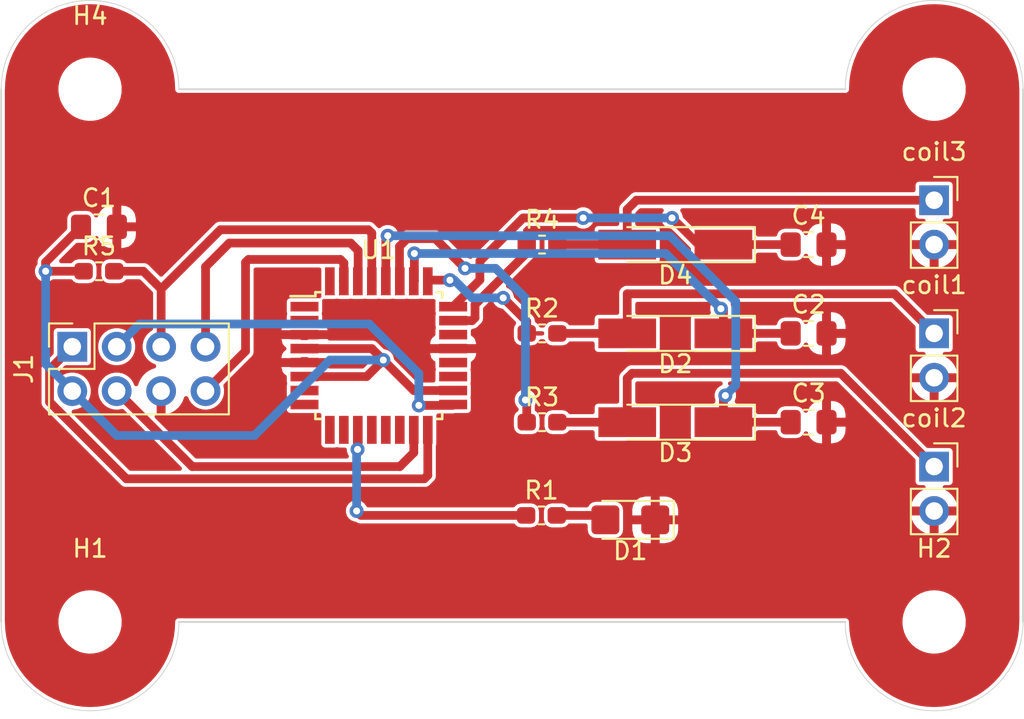
<source format=kicad_pcb>
(kicad_pcb (version 20200628) (host pcbnew "5.99.0-unknown-1463dd1~101~ubuntu20.04.1")

  (general
    (thickness 1.6)
    (drawings 8)
    (tracks 138)
    (modules 22)
    (nets 33)
  )

  (paper "A4")
  (layers
    (0 "F.Cu" signal)
    (31 "B.Cu" signal)
    (32 "B.Adhes" user)
    (33 "F.Adhes" user)
    (34 "B.Paste" user)
    (35 "F.Paste" user)
    (36 "B.SilkS" user)
    (37 "F.SilkS" user)
    (38 "B.Mask" user)
    (39 "F.Mask" user)
    (40 "Dwgs.User" user)
    (41 "Cmts.User" user)
    (42 "Eco1.User" user)
    (43 "Eco2.User" user)
    (44 "Edge.Cuts" user)
    (45 "Margin" user)
    (46 "B.CrtYd" user)
    (47 "F.CrtYd" user)
    (48 "B.Fab" user)
    (49 "F.Fab" user)
  )

  (setup
    (stackup
      (layer "F.SilkS" (type "Top Silk Screen"))
      (layer "F.Paste" (type "Top Solder Paste"))
      (layer "F.Mask" (type "Top Solder Mask") (color "Green") (thickness 0.01))
      (layer "F.Cu" (type "copper") (thickness 0.035))
      (layer "dielectric 1" (type "core") (thickness 1.51) (material "FR4") (epsilon_r 4.5) (loss_tangent 0.02))
      (layer "B.Cu" (type "copper") (thickness 0.035))
      (layer "B.Mask" (type "Bottom Solder Mask") (color "Green") (thickness 0.01))
      (layer "B.Paste" (type "Bottom Solder Paste"))
      (layer "B.SilkS" (type "Bottom Silk Screen"))
      (copper_finish "None")
      (dielectric_constraints no)
    )
    (pcbplotparams
      (layerselection 0x010fc_ffffffff)
      (usegerberextensions false)
      (usegerberattributes true)
      (usegerberadvancedattributes true)
      (creategerberjobfile true)
      (svguseinch false)
      (svgprecision 6)
      (excludeedgelayer true)
      (linewidth 0.100000)
      (plotframeref false)
      (viasonmask false)
      (mode 1)
      (useauxorigin false)
      (hpglpennumber 1)
      (hpglpenspeed 20)
      (hpglpendiameter 15.000000)
      (psnegative false)
      (psa4output false)
      (plotreference true)
      (plotvalue true)
      (plotinvisibletext false)
      (sketchpadsonfab false)
      (subtractmaskfromsilk false)
      (outputformat 1)
      (mirror false)
      (drillshape 0)
      (scaleselection 1)
      (outputdirectory "gerbs/")
    )
  )

  (net 0 "")
  (net 1 "GND")
  (net 2 "+5V")
  (net 3 "A3")
  (net 4 "A5")
  (net 5 "A1")
  (net 6 "Net-(D2-Pad2)")
  (net 7 "Net-(D3-Pad2)")
  (net 8 "Net-(D4-Pad2)")
  (net 9 "Net-(D1-Pad2)")
  (net 10 "reset")
  (net 11 "MOSI")
  (net 12 "SCK")
  (net 13 "MISO")
  (net 14 "Net-(R1-Pad1)")
  (net 15 "A2")
  (net 16 "A4")
  (net 17 "A0")
  (net 18 "Net-(U1-Pad32)")
  (net 19 "Net-(U1-Pad22)")
  (net 20 "Net-(U1-Pad20)")
  (net 21 "Net-(U1-Pad19)")
  (net 22 "Net-(U1-Pad14)")
  (net 23 "Net-(U1-Pad13)")
  (net 24 "Net-(U1-Pad12)")
  (net 25 "Net-(U1-Pad10)")
  (net 26 "Net-(U1-Pad9)")
  (net 27 "Net-(U1-Pad8)")
  (net 28 "Net-(U1-Pad7)")
  (net 29 "Net-(U1-Pad2)")
  (net 30 "Net-(U1-Pad1)")
  (net 31 "TX")
  (net 32 "RX")

  (module "MountingHole:MountingHole_3.2mm_M3" (layer "F.Cu") (tedit 56D1B4CB) (tstamp c43d17a4-3309-4577-aa84-55ec8be3d394)
    (at 180.34 86.36)
    (descr "Mounting Hole 3.2mm, no annular, M3")
    (tags "mounting hole 3.2mm no annular m3")
    (path "/329faa89-57ac-4a54-968a-d231789e0be0")
    (attr virtual)
    (fp_text reference "H4" (at 0 -4.2) (layer "F.SilkS")
      (effects (font (size 1 1) (thickness 0.15)))
    )
    (fp_text value "MountingHole" (at 0 4.2) (layer "F.Fab")
      (effects (font (size 1 1) (thickness 0.15)))
    )
    (fp_circle (center 0 0) (end 3.45 0) (layer "F.CrtYd") (width 0.05))
    (fp_circle (center 0 0) (end 3.2 0) (layer "Cmts.User") (width 0.15))
    (fp_text user "${REFERENCE}" (at 0.3 0) (layer "F.Fab")
      (effects (font (size 1 1) (thickness 0.15)))
    )
    (pad "1" np_thru_hole circle (at 0 0) (size 3.2 3.2) (drill 3.2) (layers *.Cu *.Mask) (tstamp 407ff7ad-6d5d-4797-aa10-c62e71399728))
  )

  (module "MountingHole:MountingHole_3.2mm_M3" (layer "F.Cu") (tedit 56D1B4CB) (tstamp 226e8b14-82f4-4cc2-9934-8476fdbda767)
    (at 228.6 86.36)
    (descr "Mounting Hole 3.2mm, no annular, M3")
    (tags "mounting hole 3.2mm no annular m3")
    (path "/71ed0668-77e4-4d6a-b39c-82c311130254")
    (attr virtual)
    (fp_text reference "H3" (at 0 -4.2) (layer "F.Fab")
      (effects (font (size 1 1) (thickness 0.15)))
    )
    (fp_text value "MountingHole" (at 0 4.2) (layer "F.Fab")
      (effects (font (size 1 1) (thickness 0.15)))
    )
    (fp_circle (center 0 0) (end 3.45 0) (layer "F.CrtYd") (width 0.05))
    (fp_circle (center 0 0) (end 3.2 0) (layer "Cmts.User") (width 0.15))
    (fp_text user "${REFERENCE}" (at 0.3 0) (layer "F.Fab")
      (effects (font (size 1 1) (thickness 0.15)))
    )
    (pad "1" np_thru_hole circle (at 0 0) (size 3.2 3.2) (drill 3.2) (layers *.Cu *.Mask) (tstamp 407ff7ad-6d5d-4797-aa10-c62e71399728))
  )

  (module "MountingHole:MountingHole_3.2mm_M3" (layer "F.Cu") (tedit 56D1B4CB) (tstamp 9092a7c9-4b1f-4467-a066-0d3d39bb8821)
    (at 228.6 116.84)
    (descr "Mounting Hole 3.2mm, no annular, M3")
    (tags "mounting hole 3.2mm no annular m3")
    (path "/9c833045-2e2d-4fdd-84ad-c71d5f2a163b")
    (attr virtual)
    (fp_text reference "H2" (at 0 -4.2) (layer "F.SilkS")
      (effects (font (size 1 1) (thickness 0.15)))
    )
    (fp_text value "MountingHole" (at 0 4.2) (layer "F.Fab")
      (effects (font (size 1 1) (thickness 0.15)))
    )
    (fp_circle (center 0 0) (end 3.45 0) (layer "F.CrtYd") (width 0.05))
    (fp_circle (center 0 0) (end 3.2 0) (layer "Cmts.User") (width 0.15))
    (fp_text user "${REFERENCE}" (at 0.3 0) (layer "F.Fab")
      (effects (font (size 1 1) (thickness 0.15)))
    )
    (pad "1" np_thru_hole circle (at 0 0) (size 3.2 3.2) (drill 3.2) (layers *.Cu *.Mask) (tstamp 407ff7ad-6d5d-4797-aa10-c62e71399728))
  )

  (module "MountingHole:MountingHole_3.2mm_M3" (layer "F.Cu") (tedit 56D1B4CB) (tstamp e8e4b167-7bc0-4f6c-8e82-e6f38d6c2ec4)
    (at 180.34 116.84)
    (descr "Mounting Hole 3.2mm, no annular, M3")
    (tags "mounting hole 3.2mm no annular m3")
    (path "/7c7353f9-5f07-4ff8-a53e-97e528ee399b")
    (attr virtual)
    (fp_text reference "H1" (at 0 -4.2) (layer "F.SilkS")
      (effects (font (size 1 1) (thickness 0.15)))
    )
    (fp_text value "MountingHole" (at 0 4.2) (layer "F.Fab")
      (effects (font (size 1 1) (thickness 0.15)))
    )
    (fp_circle (center 0 0) (end 3.45 0) (layer "F.CrtYd") (width 0.05))
    (fp_circle (center 0 0) (end 3.2 0) (layer "Cmts.User") (width 0.15))
    (fp_text user "${REFERENCE}" (at 0.3 0) (layer "F.Fab")
      (effects (font (size 1 1) (thickness 0.15)))
    )
    (pad "1" np_thru_hole circle (at 0 0) (size 3.2 3.2) (drill 3.2) (layers *.Cu *.Mask) (tstamp 407ff7ad-6d5d-4797-aa10-c62e71399728))
  )

  (module "Connector_PinSocket_2.54mm:PinSocket_2x04_P2.54mm_Vertical" (layer "F.Cu") (tedit 5A19A422) (tstamp 4bbd1fa9-6f78-4f10-b76e-99503007d6c9)
    (at 179.324 101.092 90)
    (descr "Through hole straight socket strip, 2x04, 2.54mm pitch, double cols (from Kicad 4.0.7), script generated")
    (tags "Through hole socket strip THT 2x04 2.54mm double row")
    (path "/e831b6f8-439b-4610-a736-c7d91b087abf")
    (fp_text reference "J1" (at -1.27 -2.77 90) (layer "F.SilkS")
      (effects (font (size 1 1) (thickness 0.15)))
    )
    (fp_text value "ICSP" (at -1.27 10.39 90) (layer "F.Fab")
      (effects (font (size 1 1) (thickness 0.15)))
    )
    (fp_text user "${REFERENCE}" (at -1.27 3.81) (layer "F.Fab")
      (effects (font (size 1 1) (thickness 0.15)))
    )
    (fp_line (start -4.34 9.4) (end -4.34 -1.8) (layer "F.CrtYd") (width 0.05))
    (fp_line (start 1.76 9.4) (end -4.34 9.4) (layer "F.CrtYd") (width 0.05))
    (fp_line (start 1.76 -1.8) (end 1.76 9.4) (layer "F.CrtYd") (width 0.05))
    (fp_line (start -4.34 -1.8) (end 1.76 -1.8) (layer "F.CrtYd") (width 0.05))
    (fp_line (start 0 -1.33) (end 1.33 -1.33) (layer "F.SilkS") (width 0.12))
    (fp_line (start 1.33 -1.33) (end 1.33 0) (layer "F.SilkS") (width 0.12))
    (fp_line (start -1.27 -1.33) (end -1.27 1.27) (layer "F.SilkS") (width 0.12))
    (fp_line (start -1.27 1.27) (end 1.33 1.27) (layer "F.SilkS") (width 0.12))
    (fp_line (start 1.33 1.27) (end 1.33 8.95) (layer "F.SilkS") (width 0.12))
    (fp_line (start -3.87 8.95) (end 1.33 8.95) (layer "F.SilkS") (width 0.12))
    (fp_line (start -3.87 -1.33) (end -3.87 8.95) (layer "F.SilkS") (width 0.12))
    (fp_line (start -3.87 -1.33) (end -1.27 -1.33) (layer "F.SilkS") (width 0.12))
    (fp_line (start -3.81 8.89) (end -3.81 -1.27) (layer "F.Fab") (width 0.1))
    (fp_line (start 1.27 8.89) (end -3.81 8.89) (layer "F.Fab") (width 0.1))
    (fp_line (start 1.27 -0.27) (end 1.27 8.89) (layer "F.Fab") (width 0.1))
    (fp_line (start 0.27 -1.27) (end 1.27 -0.27) (layer "F.Fab") (width 0.1))
    (fp_line (start -3.81 -1.27) (end 0.27 -1.27) (layer "F.Fab") (width 0.1))
    (pad "8" thru_hole oval (at -2.54 7.62 90) (size 1.7 1.7) (drill 1) (layers *.Cu *.Mask)
      (net 31 "TX") (pinfunction "Pin_8") (tstamp 4f1cd341-0cd2-44f5-8da6-f480caec2fa8))
    (pad "7" thru_hole oval (at 0 7.62 90) (size 1.7 1.7) (drill 1) (layers *.Cu *.Mask)
      (net 32 "RX") (pinfunction "Pin_7") (tstamp 326ff2a9-335e-49a4-82c5-5150b49553fd))
    (pad "6" thru_hole oval (at -2.54 5.08 90) (size 1.7 1.7) (drill 1) (layers *.Cu *.Mask)
      (net 1 "GND") (pinfunction "Pin_6") (tstamp 25eb38ac-b71b-4f0d-beea-e1a00d91196b))
    (pad "5" thru_hole oval (at 0 5.08 90) (size 1.7 1.7) (drill 1) (layers *.Cu *.Mask)
      (net 10 "reset") (pinfunction "Pin_5") (tstamp 008234cb-c258-411d-819d-76ef140d11e0))
    (pad "4" thru_hole oval (at -2.54 2.54 90) (size 1.7 1.7) (drill 1) (layers *.Cu *.Mask)
      (net 11 "MOSI") (pinfunction "Pin_4") (tstamp e75e0d94-a779-4437-b2fc-ae3dffddb321))
    (pad "3" thru_hole oval (at 0 2.54 90) (size 1.7 1.7) (drill 1) (layers *.Cu *.Mask)
      (net 12 "SCK") (pinfunction "Pin_3") (tstamp 5dfcb3c2-fff9-409c-a467-5e9a5b71e7fd))
    (pad "2" thru_hole oval (at -2.54 0 90) (size 1.7 1.7) (drill 1) (layers *.Cu *.Mask)
      (net 2 "+5V") (pinfunction "Pin_2") (tstamp 955be56f-b332-410d-8b14-6f0d018f35bf))
    (pad "1" thru_hole rect (at 0 0 90) (size 1.7 1.7) (drill 1) (layers *.Cu *.Mask)
      (net 13 "MISO") (pinfunction "Pin_1") (tstamp 2b1044eb-dfbc-401f-b9fa-4f97e015ee42))
    (model "${KISYS3DMOD}/Connector_PinSocket_2.54mm.3dshapes/PinSocket_2x04_P2.54mm_Vertical.wrl"
      (at (xyz 0 0 0))
      (scale (xyz 1 1 1))
      (rotate (xyz 0 0 0))
    )
  )

  (module "Connector_PinSocket_2.54mm:PinSocket_1x02_P2.54mm_Vertical" (layer "F.Cu") (tedit 5A19A420) (tstamp 0d962568-0e13-4dc5-bda7-6e8f525764d2)
    (at 228.6 107.95)
    (descr "Through hole straight socket strip, 1x02, 2.54mm pitch, single row (from Kicad 4.0.7), script generated")
    (tags "Through hole socket strip THT 1x02 2.54mm single row")
    (path "/3bcef69d-7ea5-41d6-ba2a-dc9915318d0c")
    (fp_text reference "coil2" (at 0 -2.77) (layer "F.SilkS")
      (effects (font (size 1 1) (thickness 0.15)))
    )
    (fp_text value "L" (at 0 5.31) (layer "F.Fab")
      (effects (font (size 1 1) (thickness 0.15)))
    )
    (fp_text user "${REFERENCE}" (at 0 1.27 90) (layer "F.Fab")
      (effects (font (size 1 1) (thickness 0.15)))
    )
    (fp_line (start -1.8 4.3) (end -1.8 -1.8) (layer "F.CrtYd") (width 0.05))
    (fp_line (start 1.75 4.3) (end -1.8 4.3) (layer "F.CrtYd") (width 0.05))
    (fp_line (start 1.75 -1.8) (end 1.75 4.3) (layer "F.CrtYd") (width 0.05))
    (fp_line (start -1.8 -1.8) (end 1.75 -1.8) (layer "F.CrtYd") (width 0.05))
    (fp_line (start 0 -1.33) (end 1.33 -1.33) (layer "F.SilkS") (width 0.12))
    (fp_line (start 1.33 -1.33) (end 1.33 0) (layer "F.SilkS") (width 0.12))
    (fp_line (start 1.33 1.27) (end 1.33 3.87) (layer "F.SilkS") (width 0.12))
    (fp_line (start -1.33 3.87) (end 1.33 3.87) (layer "F.SilkS") (width 0.12))
    (fp_line (start -1.33 1.27) (end -1.33 3.87) (layer "F.SilkS") (width 0.12))
    (fp_line (start -1.33 1.27) (end 1.33 1.27) (layer "F.SilkS") (width 0.12))
    (fp_line (start -1.27 3.81) (end -1.27 -1.27) (layer "F.Fab") (width 0.1))
    (fp_line (start 1.27 3.81) (end -1.27 3.81) (layer "F.Fab") (width 0.1))
    (fp_line (start 1.27 -0.635) (end 1.27 3.81) (layer "F.Fab") (width 0.1))
    (fp_line (start 0.635 -1.27) (end 1.27 -0.635) (layer "F.Fab") (width 0.1))
    (fp_line (start -1.27 -1.27) (end 0.635 -1.27) (layer "F.Fab") (width 0.1))
    (pad "2" thru_hole oval (at 0 2.54) (size 1.7 1.7) (drill 1) (layers *.Cu *.Mask)
      (net 1 "GND") (pinfunction "2") (tstamp 21217206-5580-4778-829f-302f272fb661))
    (pad "1" thru_hole rect (at 0 0) (size 1.7 1.7) (drill 1) (layers *.Cu *.Mask)
      (net 7 "Net-(D3-Pad2)") (pinfunction "1") (tstamp 60093b27-dd61-4f1b-bba3-8042219a6b90))
    (model "${KISYS3DMOD}/Connector_PinSocket_2.54mm.3dshapes/PinSocket_1x02_P2.54mm_Vertical.wrl"
      (at (xyz 0 0 0))
      (scale (xyz 1 1 1))
      (rotate (xyz 0 0 0))
    )
  )

  (module "Resistor_SMD:R_0603_1608Metric_Pad1.05x0.95mm_HandSolder" (layer "F.Cu") (tedit 5B301BBD) (tstamp a211b558-9013-4587-91d0-bedd0de58fac)
    (at 180.848 96.774)
    (descr "Resistor SMD 0603 (1608 Metric), square (rectangular) end terminal, IPC_7351 nominal with elongated pad for handsoldering. (Body size source: http://www.tortai-tech.com/upload/download/2011102023233369053.pdf), generated with kicad-footprint-generator")
    (tags "resistor handsolder")
    (path "/55e71907-f2e3-4ec8-b009-ecf124b74ae6")
    (attr smd)
    (fp_text reference "R5" (at 0 -1.43) (layer "F.SilkS")
      (effects (font (size 1 1) (thickness 0.15)))
    )
    (fp_text value "10K" (at 0 1.43) (layer "F.Fab")
      (effects (font (size 1 1) (thickness 0.15)))
    )
    (fp_text user "${REFERENCE}" (at 0 0) (layer "F.Fab")
      (effects (font (size 0.4 0.4) (thickness 0.06)))
    )
    (fp_line (start 1.65 0.73) (end -1.65 0.73) (layer "F.CrtYd") (width 0.05))
    (fp_line (start 1.65 -0.73) (end 1.65 0.73) (layer "F.CrtYd") (width 0.05))
    (fp_line (start -1.65 -0.73) (end 1.65 -0.73) (layer "F.CrtYd") (width 0.05))
    (fp_line (start -1.65 0.73) (end -1.65 -0.73) (layer "F.CrtYd") (width 0.05))
    (fp_line (start -0.171267 0.51) (end 0.171267 0.51) (layer "F.SilkS") (width 0.12))
    (fp_line (start -0.171267 -0.51) (end 0.171267 -0.51) (layer "F.SilkS") (width 0.12))
    (fp_line (start 0.8 0.4) (end -0.8 0.4) (layer "F.Fab") (width 0.1))
    (fp_line (start 0.8 -0.4) (end 0.8 0.4) (layer "F.Fab") (width 0.1))
    (fp_line (start -0.8 -0.4) (end 0.8 -0.4) (layer "F.Fab") (width 0.1))
    (fp_line (start -0.8 0.4) (end -0.8 -0.4) (layer "F.Fab") (width 0.1))
    (pad "2" smd roundrect (at 0.875 0) (size 1.05 0.95) (layers "F.Cu" "F.Paste" "F.Mask") (roundrect_rratio 0.25)
      (net 10 "reset") (tstamp 1b23fd36-426e-4a6a-9e06-b8da8fb3e0f0))
    (pad "1" smd roundrect (at -0.875 0) (size 1.05 0.95) (layers "F.Cu" "F.Paste" "F.Mask") (roundrect_rratio 0.25)
      (net 2 "+5V") (tstamp aabc65ad-c5cb-49da-8668-157dd21be58e))
    (model "${KISYS3DMOD}/Resistor_SMD.3dshapes/R_0603_1608Metric.wrl"
      (at (xyz 0 0 0))
      (scale (xyz 1 1 1))
      (rotate (xyz 0 0 0))
    )
  )

  (module "Diode_SMD:D_MiniMELF_Handsoldering" (layer "F.Cu") (tedit 5905D919) (tstamp 46144790-1d0c-4d32-bf12-6aa894d2066b)
    (at 213.8025 95.25 180)
    (descr "Diode Mini-MELF Handsoldering")
    (tags "Diode Mini-MELF Handsoldering")
    (path "/4aecf015-13c8-441e-973b-1663cbddef95")
    (attr smd)
    (fp_text reference "D4" (at 0 -1.75) (layer "F.SilkS")
      (effects (font (size 1 1) (thickness 0.15)))
    )
    (fp_text value "1N4148" (at 0 1.75) (layer "F.Fab")
      (effects (font (size 1 1) (thickness 0.15)))
    )
    (fp_line (start -4.65 1.1) (end -4.65 -1.1) (layer "F.CrtYd") (width 0.05))
    (fp_line (start 4.65 1.1) (end -4.65 1.1) (layer "F.CrtYd") (width 0.05))
    (fp_line (start 4.65 -1.1) (end 4.65 1.1) (layer "F.CrtYd") (width 0.05))
    (fp_line (start -4.65 -1.1) (end 4.65 -1.1) (layer "F.CrtYd") (width 0.05))
    (fp_line (start -0.75 0) (end -0.35 0) (layer "F.Fab") (width 0.1))
    (fp_line (start -0.35 0) (end -0.35 -0.55) (layer "F.Fab") (width 0.1))
    (fp_line (start -0.35 0) (end -0.35 0.55) (layer "F.Fab") (width 0.1))
    (fp_line (start -0.35 0) (end 0.25 -0.4) (layer "F.Fab") (width 0.1))
    (fp_line (start 0.25 -0.4) (end 0.25 0.4) (layer "F.Fab") (width 0.1))
    (fp_line (start 0.25 0.4) (end -0.35 0) (layer "F.Fab") (width 0.1))
    (fp_line (start 0.25 0) (end 0.75 0) (layer "F.Fab") (width 0.1))
    (fp_line (start -1.65 -0.8) (end 1.65 -0.8) (layer "F.Fab") (width 0.1))
    (fp_line (start -1.65 0.8) (end -1.65 -0.8) (layer "F.Fab") (width 0.1))
    (fp_line (start 1.65 0.8) (end -1.65 0.8) (layer "F.Fab") (width 0.1))
    (fp_line (start 1.65 -0.8) (end 1.65 0.8) (layer "F.Fab") (width 0.1))
    (fp_line (start -4.55 1) (end 2.75 1) (layer "F.SilkS") (width 0.12))
    (fp_line (start -4.55 -1) (end -4.55 1) (layer "F.SilkS") (width 0.12))
    (fp_line (start 2.75 -1) (end -4.55 -1) (layer "F.SilkS") (width 0.12))
    (fp_text user "${REFERENCE}" (at 0 -1.75) (layer "F.Fab")
      (effects (font (size 1 1) (thickness 0.15)))
    )
    (pad "2" smd rect (at 2.75 0 180) (size 3.3 1.7) (layers "F.Cu" "F.Paste" "F.Mask")
      (net 8 "Net-(D4-Pad2)") (pinfunction "A") (tstamp 48d45d73-c2b7-462e-ab43-f82963e611eb))
    (pad "1" smd rect (at -2.75 0 180) (size 3.3 1.7) (layers "F.Cu" "F.Paste" "F.Mask")
      (net 5 "A1") (pinfunction "K") (tstamp 108c9f01-8a3e-41f5-9da4-d3dd63cdc1d1))
    (model "${KISYS3DMOD}/Diode_SMD.3dshapes/D_MiniMELF.wrl"
      (at (xyz 0 0 0))
      (scale (xyz 1 1 1))
      (rotate (xyz 0 0 0))
    )
  )

  (module "Diode_SMD:D_MiniMELF_Handsoldering" (layer "F.Cu") (tedit 5905D919) (tstamp f6b317d2-a087-40a5-87a0-e6f7ae2d64fa)
    (at 213.8025 105.41 180)
    (descr "Diode Mini-MELF Handsoldering")
    (tags "Diode Mini-MELF Handsoldering")
    (path "/4feef123-8f8b-4896-85af-e89e4b514372")
    (attr smd)
    (fp_text reference "D3" (at 0 -1.75) (layer "F.SilkS")
      (effects (font (size 1 1) (thickness 0.15)))
    )
    (fp_text value "1N4148" (at 0 1.75) (layer "F.Fab")
      (effects (font (size 1 1) (thickness 0.15)))
    )
    (fp_line (start -4.65 1.1) (end -4.65 -1.1) (layer "F.CrtYd") (width 0.05))
    (fp_line (start 4.65 1.1) (end -4.65 1.1) (layer "F.CrtYd") (width 0.05))
    (fp_line (start 4.65 -1.1) (end 4.65 1.1) (layer "F.CrtYd") (width 0.05))
    (fp_line (start -4.65 -1.1) (end 4.65 -1.1) (layer "F.CrtYd") (width 0.05))
    (fp_line (start -0.75 0) (end -0.35 0) (layer "F.Fab") (width 0.1))
    (fp_line (start -0.35 0) (end -0.35 -0.55) (layer "F.Fab") (width 0.1))
    (fp_line (start -0.35 0) (end -0.35 0.55) (layer "F.Fab") (width 0.1))
    (fp_line (start -0.35 0) (end 0.25 -0.4) (layer "F.Fab") (width 0.1))
    (fp_line (start 0.25 -0.4) (end 0.25 0.4) (layer "F.Fab") (width 0.1))
    (fp_line (start 0.25 0.4) (end -0.35 0) (layer "F.Fab") (width 0.1))
    (fp_line (start 0.25 0) (end 0.75 0) (layer "F.Fab") (width 0.1))
    (fp_line (start -1.65 -0.8) (end 1.65 -0.8) (layer "F.Fab") (width 0.1))
    (fp_line (start -1.65 0.8) (end -1.65 -0.8) (layer "F.Fab") (width 0.1))
    (fp_line (start 1.65 0.8) (end -1.65 0.8) (layer "F.Fab") (width 0.1))
    (fp_line (start 1.65 -0.8) (end 1.65 0.8) (layer "F.Fab") (width 0.1))
    (fp_line (start -4.55 1) (end 2.75 1) (layer "F.SilkS") (width 0.12))
    (fp_line (start -4.55 -1) (end -4.55 1) (layer "F.SilkS") (width 0.12))
    (fp_line (start 2.75 -1) (end -4.55 -1) (layer "F.SilkS") (width 0.12))
    (fp_text user "${REFERENCE}" (at 0 -1.75) (layer "F.Fab")
      (effects (font (size 1 1) (thickness 0.15)))
    )
    (pad "2" smd rect (at 2.75 0 180) (size 3.3 1.7) (layers "F.Cu" "F.Paste" "F.Mask")
      (net 7 "Net-(D3-Pad2)") (pinfunction "A") (tstamp 48d45d73-c2b7-462e-ab43-f82963e611eb))
    (pad "1" smd rect (at -2.75 0 180) (size 3.3 1.7) (layers "F.Cu" "F.Paste" "F.Mask")
      (net 4 "A5") (pinfunction "K") (tstamp 108c9f01-8a3e-41f5-9da4-d3dd63cdc1d1))
    (model "${KISYS3DMOD}/Diode_SMD.3dshapes/D_MiniMELF.wrl"
      (at (xyz 0 0 0))
      (scale (xyz 1 1 1))
      (rotate (xyz 0 0 0))
    )
  )

  (module "Diode_SMD:D_MiniMELF_Handsoldering" (layer "F.Cu") (tedit 5905D919) (tstamp e00c51b9-716e-4c80-b3cd-f319808a50f1)
    (at 213.8025 100.33 180)
    (descr "Diode Mini-MELF Handsoldering")
    (tags "Diode Mini-MELF Handsoldering")
    (path "/fb882399-0569-4398-a3bf-3f5a33439dfa")
    (attr smd)
    (fp_text reference "D2" (at 0 -1.75) (layer "F.SilkS")
      (effects (font (size 1 1) (thickness 0.15)))
    )
    (fp_text value "1N4148" (at 0 1.75) (layer "F.Fab")
      (effects (font (size 1 1) (thickness 0.15)))
    )
    (fp_line (start -4.65 1.1) (end -4.65 -1.1) (layer "F.CrtYd") (width 0.05))
    (fp_line (start 4.65 1.1) (end -4.65 1.1) (layer "F.CrtYd") (width 0.05))
    (fp_line (start 4.65 -1.1) (end 4.65 1.1) (layer "F.CrtYd") (width 0.05))
    (fp_line (start -4.65 -1.1) (end 4.65 -1.1) (layer "F.CrtYd") (width 0.05))
    (fp_line (start -0.75 0) (end -0.35 0) (layer "F.Fab") (width 0.1))
    (fp_line (start -0.35 0) (end -0.35 -0.55) (layer "F.Fab") (width 0.1))
    (fp_line (start -0.35 0) (end -0.35 0.55) (layer "F.Fab") (width 0.1))
    (fp_line (start -0.35 0) (end 0.25 -0.4) (layer "F.Fab") (width 0.1))
    (fp_line (start 0.25 -0.4) (end 0.25 0.4) (layer "F.Fab") (width 0.1))
    (fp_line (start 0.25 0.4) (end -0.35 0) (layer "F.Fab") (width 0.1))
    (fp_line (start 0.25 0) (end 0.75 0) (layer "F.Fab") (width 0.1))
    (fp_line (start -1.65 -0.8) (end 1.65 -0.8) (layer "F.Fab") (width 0.1))
    (fp_line (start -1.65 0.8) (end -1.65 -0.8) (layer "F.Fab") (width 0.1))
    (fp_line (start 1.65 0.8) (end -1.65 0.8) (layer "F.Fab") (width 0.1))
    (fp_line (start 1.65 -0.8) (end 1.65 0.8) (layer "F.Fab") (width 0.1))
    (fp_line (start -4.55 1) (end 2.75 1) (layer "F.SilkS") (width 0.12))
    (fp_line (start -4.55 -1) (end -4.55 1) (layer "F.SilkS") (width 0.12))
    (fp_line (start 2.75 -1) (end -4.55 -1) (layer "F.SilkS") (width 0.12))
    (fp_text user "${REFERENCE}" (at 0 -1.75) (layer "F.Fab")
      (effects (font (size 1 1) (thickness 0.15)))
    )
    (pad "2" smd rect (at 2.75 0 180) (size 3.3 1.7) (layers "F.Cu" "F.Paste" "F.Mask")
      (net 6 "Net-(D2-Pad2)") (pinfunction "A") (tstamp 48d45d73-c2b7-462e-ab43-f82963e611eb))
    (pad "1" smd rect (at -2.75 0 180) (size 3.3 1.7) (layers "F.Cu" "F.Paste" "F.Mask")
      (net 3 "A3") (pinfunction "K") (tstamp 108c9f01-8a3e-41f5-9da4-d3dd63cdc1d1))
    (model "${KISYS3DMOD}/Diode_SMD.3dshapes/D_MiniMELF.wrl"
      (at (xyz 0 0 0))
      (scale (xyz 1 1 1))
      (rotate (xyz 0 0 0))
    )
  )

  (module "Package_QFP:TQFP-32_7x7mm_P0.8mm" (layer "F.Cu") (tedit 5A02F146) (tstamp 0f787ba7-b7b2-4c0c-8ba1-01a8474752a5)
    (at 196.85 101.6)
    (descr "32-Lead Plastic Thin Quad Flatpack (PT) - 7x7x1.0 mm Body, 2.00 mm [TQFP] (see Microchip Packaging Specification 00000049BS.pdf)")
    (tags "QFP 0.8")
    (path "/fb402677-ad0b-41f7-bd36-84494830d76c")
    (attr smd)
    (fp_text reference "U1" (at 0 -6.05) (layer "F.SilkS")
      (effects (font (size 1 1) (thickness 0.15)))
    )
    (fp_text value "ATmega328P-AU" (at 0 6.05) (layer "F.Fab")
      (effects (font (size 1 1) (thickness 0.15)))
    )
    (fp_line (start -3.625 -3.4) (end -5.05 -3.4) (layer "F.SilkS") (width 0.15))
    (fp_line (start 3.625 -3.625) (end 3.3 -3.625) (layer "F.SilkS") (width 0.15))
    (fp_line (start 3.625 3.625) (end 3.3 3.625) (layer "F.SilkS") (width 0.15))
    (fp_line (start -3.625 3.625) (end -3.3 3.625) (layer "F.SilkS") (width 0.15))
    (fp_line (start -3.625 -3.625) (end -3.3 -3.625) (layer "F.SilkS") (width 0.15))
    (fp_line (start -3.625 3.625) (end -3.625 3.3) (layer "F.SilkS") (width 0.15))
    (fp_line (start 3.625 3.625) (end 3.625 3.3) (layer "F.SilkS") (width 0.15))
    (fp_line (start 3.625 -3.625) (end 3.625 -3.3) (layer "F.SilkS") (width 0.15))
    (fp_line (start -3.625 -3.625) (end -3.625 -3.4) (layer "F.SilkS") (width 0.15))
    (fp_line (start -5.3 5.3) (end 5.3 5.3) (layer "F.CrtYd") (width 0.05))
    (fp_line (start -5.3 -5.3) (end 5.3 -5.3) (layer "F.CrtYd") (width 0.05))
    (fp_line (start 5.3 -5.3) (end 5.3 5.3) (layer "F.CrtYd") (width 0.05))
    (fp_line (start -5.3 -5.3) (end -5.3 5.3) (layer "F.CrtYd") (width 0.05))
    (fp_line (start -3.5 -2.5) (end -2.5 -3.5) (layer "F.Fab") (width 0.15))
    (fp_line (start -3.5 3.5) (end -3.5 -2.5) (layer "F.Fab") (width 0.15))
    (fp_line (start 3.5 3.5) (end -3.5 3.5) (layer "F.Fab") (width 0.15))
    (fp_line (start 3.5 -3.5) (end 3.5 3.5) (layer "F.Fab") (width 0.15))
    (fp_line (start -2.5 -3.5) (end 3.5 -3.5) (layer "F.Fab") (width 0.15))
    (fp_text user "${REFERENCE}" (at 0 0) (layer "F.Fab")
      (effects (font (size 1 1) (thickness 0.15)))
    )
    (pad "32" smd rect (at -2.8 -4.25 90) (size 1.6 0.55) (layers "F.Cu" "F.Paste" "F.Mask")
      (net 18 "Net-(U1-Pad32)") (pinfunction "PD2") (tstamp dbccab10-222c-4efa-adbc-9c597d998fa6))
    (pad "31" smd rect (at -2 -4.25 90) (size 1.6 0.55) (layers "F.Cu" "F.Paste" "F.Mask")
      (net 31 "TX") (pinfunction "PD1") (tstamp 8ee724a4-4b05-4639-affb-8e19b6108584))
    (pad "30" smd rect (at -1.2 -4.25 90) (size 1.6 0.55) (layers "F.Cu" "F.Paste" "F.Mask")
      (net 32 "RX") (pinfunction "PD0") (tstamp 6cb91fb0-9255-4808-a9f2-afd1304e66b9))
    (pad "29" smd rect (at -0.4 -4.25 90) (size 1.6 0.55) (layers "F.Cu" "F.Paste" "F.Mask")
      (net 10 "reset") (pinfunction "~RESET~/PC6") (tstamp 76382ba2-c682-4ac7-a82e-cba94beb04fb))
    (pad "28" smd rect (at 0.4 -4.25 90) (size 1.6 0.55) (layers "F.Cu" "F.Paste" "F.Mask")
      (net 4 "A5") (pinfunction "PC5") (tstamp ca628022-1b54-4b65-8065-5c940c1662f1))
    (pad "27" smd rect (at 1.2 -4.25 90) (size 1.6 0.55) (layers "F.Cu" "F.Paste" "F.Mask")
      (net 16 "A4") (pinfunction "PC4") (tstamp 36c09740-7ec0-4e4b-9faf-d9eee109f8a6))
    (pad "26" smd rect (at 2 -4.25 90) (size 1.6 0.55) (layers "F.Cu" "F.Paste" "F.Mask")
      (net 3 "A3") (pinfunction "PC3") (tstamp aa28e68d-430a-4e78-acdf-fd76334a763c))
    (pad "25" smd rect (at 2.8 -4.25 90) (size 1.6 0.55) (layers "F.Cu" "F.Paste" "F.Mask")
      (net 15 "A2") (pinfunction "PC2") (tstamp 89b7ed4b-d0a3-4563-8f54-fd173b0b709a))
    (pad "24" smd rect (at 4.25 -2.8) (size 1.6 0.55) (layers "F.Cu" "F.Paste" "F.Mask")
      (net 5 "A1") (pinfunction "PC1") (tstamp dbac8638-5b06-4239-ac91-b632e1c9585b))
    (pad "23" smd rect (at 4.25 -2) (size 1.6 0.55) (layers "F.Cu" "F.Paste" "F.Mask")
      (net 17 "A0") (pinfunction "PC0") (tstamp d01004ac-6412-451f-950f-45b4ef3423a6))
    (pad "22" smd rect (at 4.25 -1.2) (size 1.6 0.55) (layers "F.Cu" "F.Paste" "F.Mask")
      (net 19 "Net-(U1-Pad22)") (pinfunction "ADC7") (tstamp b9d17d0b-111b-4b64-b490-5fd3b6540139))
    (pad "21" smd rect (at 4.25 -0.4) (size 1.6 0.55) (layers "F.Cu" "F.Paste" "F.Mask")
      (net 1 "GND") (pinfunction "GND") (tstamp 0ba0d4f0-c2a2-4ff2-be60-c4597fdc6743))
    (pad "20" smd rect (at 4.25 0.4) (size 1.6 0.55) (layers "F.Cu" "F.Paste" "F.Mask")
      (net 20 "Net-(U1-Pad20)") (pinfunction "AREF") (tstamp 6061b933-96b6-4295-ae8a-b70121dab621))
    (pad "19" smd rect (at 4.25 1.2) (size 1.6 0.55) (layers "F.Cu" "F.Paste" "F.Mask")
      (net 21 "Net-(U1-Pad19)") (pinfunction "ADC6") (tstamp 7f9bff56-ff3d-4fed-a07c-910705509ba2))
    (pad "18" smd rect (at 4.25 2) (size 1.6 0.55) (layers "F.Cu" "F.Paste" "F.Mask")
      (net 2 "+5V") (pinfunction "AVCC") (tstamp 192e0959-1761-4553-bd9f-01c85673d625))
    (pad "17" smd rect (at 4.25 2.8) (size 1.6 0.55) (layers "F.Cu" "F.Paste" "F.Mask")
      (net 12 "SCK") (pinfunction "PB5") (tstamp e887dfbf-86c9-48ef-943d-85ac7bee6f3a))
    (pad "16" smd rect (at 2.8 4.25 90) (size 1.6 0.55) (layers "F.Cu" "F.Paste" "F.Mask")
      (net 13 "MISO") (pinfunction "PB4") (tstamp 11a1d5c3-e159-47e0-9e9c-5fd15f4fb421))
    (pad "15" smd rect (at 2 4.25 90) (size 1.6 0.55) (layers "F.Cu" "F.Paste" "F.Mask")
      (net 11 "MOSI") (pinfunction "PB3") (tstamp 2ba189ab-1438-4013-a627-b008e4b65ff3))
    (pad "14" smd rect (at 1.2 4.25 90) (size 1.6 0.55) (layers "F.Cu" "F.Paste" "F.Mask")
      (net 22 "Net-(U1-Pad14)") (pinfunction "PB2") (tstamp 4bfbb88d-db3f-4e67-bff4-cd7e3e6d5a7a))
    (pad "13" smd rect (at 0.4 4.25 90) (size 1.6 0.55) (layers "F.Cu" "F.Paste" "F.Mask")
      (net 23 "Net-(U1-Pad13)") (pinfunction "PB1") (tstamp 1a17dd7c-07fa-4348-98f9-447c7b37ceda))
    (pad "12" smd rect (at -0.4 4.25 90) (size 1.6 0.55) (layers "F.Cu" "F.Paste" "F.Mask")
      (net 24 "Net-(U1-Pad12)") (pinfunction "PB0") (tstamp 30065800-b32f-4b54-b422-0c78ea0ba871))
    (pad "11" smd rect (at -1.2 4.25 90) (size 1.6 0.55) (layers "F.Cu" "F.Paste" "F.Mask")
      (net 14 "Net-(R1-Pad1)") (pinfunction "PD7") (tstamp 52f25e56-e0d8-4a39-9ac3-b07f8c939c20))
    (pad "10" smd rect (at -2 4.25 90) (size 1.6 0.55) (layers "F.Cu" "F.Paste" "F.Mask")
      (net 25 "Net-(U1-Pad10)") (pinfunction "PD6") (tstamp 9d72e88a-42b9-4ed5-950b-7dc480ac40d9))
    (pad "9" smd rect (at -2.8 4.25 90) (size 1.6 0.55) (layers "F.Cu" "F.Paste" "F.Mask")
      (net 26 "Net-(U1-Pad9)") (pinfunction "PD5") (tstamp 7a6de25c-2607-425f-a2d6-d937a633797b))
    (pad "8" smd rect (at -4.25 2.8) (size 1.6 0.55) (layers "F.Cu" "F.Paste" "F.Mask")
      (net 27 "Net-(U1-Pad8)") (pinfunction "XTAL2/PB7") (tstamp fde67b03-1e68-4a93-8506-2653d28cce0e))
    (pad "7" smd rect (at -4.25 2) (size 1.6 0.55) (layers "F.Cu" "F.Paste" "F.Mask")
      (net 28 "Net-(U1-Pad7)") (pinfunction "XTAL1/PB6") (tstamp b9b8aaa8-fca0-468d-b2b1-2b6e1b171f08))
    (pad "6" smd rect (at -4.25 1.2) (size 1.6 0.55) (layers "F.Cu" "F.Paste" "F.Mask")
      (net 2 "+5V") (pinfunction "VCC") (tstamp f7701038-c25c-426e-bd59-590197ebe3fb))
    (pad "5" smd rect (at -4.25 0.4) (size 1.6 0.55) (layers "F.Cu" "F.Paste" "F.Mask")
      (net 1 "GND") (pinfunction "GND") (tstamp 3fb84f59-775f-4278-9156-52341125e79e))
    (pad "4" smd rect (at -4.25 -0.4) (size 1.6 0.55) (layers "F.Cu" "F.Paste" "F.Mask")
      (net 2 "+5V") (pinfunction "VCC") (tstamp 5b0b8c27-4858-4e86-9ecf-a9022ade7c84))
    (pad "3" smd rect (at -4.25 -1.2) (size 1.6 0.55) (layers "F.Cu" "F.Paste" "F.Mask")
      (net 1 "GND") (pinfunction "GND") (tstamp fb3a70e2-e35e-471c-b63b-81d3b7fd9a0d))
    (pad "2" smd rect (at -4.25 -2) (size 1.6 0.55) (layers "F.Cu" "F.Paste" "F.Mask")
      (net 29 "Net-(U1-Pad2)") (pinfunction "PD4") (tstamp d90f5b40-655c-4345-a6e1-6b07fd980efe))
    (pad "1" smd rect (at -4.25 -2.8) (size 1.6 0.55) (layers "F.Cu" "F.Paste" "F.Mask")
      (net 30 "Net-(U1-Pad1)") (pinfunction "PD3") (tstamp 468fb4fd-f02f-458b-a5ac-0fcda2691554))
    (model "${KISYS3DMOD}/Package_QFP.3dshapes/TQFP-32_7x7mm_P0.8mm.wrl"
      (at (xyz 0 0 0))
      (scale (xyz 1 1 1))
      (rotate (xyz 0 0 0))
    )
  )

  (module "Resistor_SMD:R_0603_1608Metric_Pad1.05x0.95mm_HandSolder" (layer "F.Cu") (tedit 5B301BBD) (tstamp a4b2b190-044d-4eb7-943f-fd1d67d87516)
    (at 206.1825 95.25)
    (descr "Resistor SMD 0603 (1608 Metric), square (rectangular) end terminal, IPC_7351 nominal with elongated pad for handsoldering. (Body size source: http://www.tortai-tech.com/upload/download/2011102023233369053.pdf), generated with kicad-footprint-generator")
    (tags "resistor handsolder")
    (path "/e0916d19-edbf-4549-b96d-7c220a133862")
    (attr smd)
    (fp_text reference "R4" (at 0 -1.43) (layer "F.SilkS")
      (effects (font (size 1 1) (thickness 0.15)))
    )
    (fp_text value "220" (at 0 1.43) (layer "F.Fab")
      (effects (font (size 1 1) (thickness 0.15)))
    )
    (fp_text user "${REFERENCE}" (at 0 0) (layer "F.Fab")
      (effects (font (size 0.4 0.4) (thickness 0.06)))
    )
    (fp_line (start 1.65 0.73) (end -1.65 0.73) (layer "F.CrtYd") (width 0.05))
    (fp_line (start 1.65 -0.73) (end 1.65 0.73) (layer "F.CrtYd") (width 0.05))
    (fp_line (start -1.65 -0.73) (end 1.65 -0.73) (layer "F.CrtYd") (width 0.05))
    (fp_line (start -1.65 0.73) (end -1.65 -0.73) (layer "F.CrtYd") (width 0.05))
    (fp_line (start -0.171267 0.51) (end 0.171267 0.51) (layer "F.SilkS") (width 0.12))
    (fp_line (start -0.171267 -0.51) (end 0.171267 -0.51) (layer "F.SilkS") (width 0.12))
    (fp_line (start 0.8 0.4) (end -0.8 0.4) (layer "F.Fab") (width 0.1))
    (fp_line (start 0.8 -0.4) (end 0.8 0.4) (layer "F.Fab") (width 0.1))
    (fp_line (start -0.8 -0.4) (end 0.8 -0.4) (layer "F.Fab") (width 0.1))
    (fp_line (start -0.8 0.4) (end -0.8 -0.4) (layer "F.Fab") (width 0.1))
    (pad "2" smd roundrect (at 0.875 0) (size 1.05 0.95) (layers "F.Cu" "F.Paste" "F.Mask") (roundrect_rratio 0.25)
      (net 8 "Net-(D4-Pad2)") (tstamp 1b23fd36-426e-4a6a-9e06-b8da8fb3e0f0))
    (pad "1" smd roundrect (at -0.875 0) (size 1.05 0.95) (layers "F.Cu" "F.Paste" "F.Mask") (roundrect_rratio 0.25)
      (net 17 "A0") (tstamp aabc65ad-c5cb-49da-8668-157dd21be58e))
    (model "${KISYS3DMOD}/Resistor_SMD.3dshapes/R_0603_1608Metric.wrl"
      (at (xyz 0 0 0))
      (scale (xyz 1 1 1))
      (rotate (xyz 0 0 0))
    )
  )

  (module "Resistor_SMD:R_0603_1608Metric_Pad1.05x0.95mm_HandSolder" (layer "F.Cu") (tedit 5B301BBD) (tstamp 76e7a30d-a415-4fc2-9354-8406a16674d5)
    (at 206.1825 105.41)
    (descr "Resistor SMD 0603 (1608 Metric), square (rectangular) end terminal, IPC_7351 nominal with elongated pad for handsoldering. (Body size source: http://www.tortai-tech.com/upload/download/2011102023233369053.pdf), generated with kicad-footprint-generator")
    (tags "resistor handsolder")
    (path "/c4e19224-ddc2-4c61-84ff-ef927d34e008")
    (attr smd)
    (fp_text reference "R3" (at 0 -1.43) (layer "F.SilkS")
      (effects (font (size 1 1) (thickness 0.15)))
    )
    (fp_text value "220" (at 0 1.43) (layer "F.Fab")
      (effects (font (size 1 1) (thickness 0.15)))
    )
    (fp_text user "${REFERENCE}" (at 0 0) (layer "F.Fab")
      (effects (font (size 0.4 0.4) (thickness 0.06)))
    )
    (fp_line (start 1.65 0.73) (end -1.65 0.73) (layer "F.CrtYd") (width 0.05))
    (fp_line (start 1.65 -0.73) (end 1.65 0.73) (layer "F.CrtYd") (width 0.05))
    (fp_line (start -1.65 -0.73) (end 1.65 -0.73) (layer "F.CrtYd") (width 0.05))
    (fp_line (start -1.65 0.73) (end -1.65 -0.73) (layer "F.CrtYd") (width 0.05))
    (fp_line (start -0.171267 0.51) (end 0.171267 0.51) (layer "F.SilkS") (width 0.12))
    (fp_line (start -0.171267 -0.51) (end 0.171267 -0.51) (layer "F.SilkS") (width 0.12))
    (fp_line (start 0.8 0.4) (end -0.8 0.4) (layer "F.Fab") (width 0.1))
    (fp_line (start 0.8 -0.4) (end 0.8 0.4) (layer "F.Fab") (width 0.1))
    (fp_line (start -0.8 -0.4) (end 0.8 -0.4) (layer "F.Fab") (width 0.1))
    (fp_line (start -0.8 0.4) (end -0.8 -0.4) (layer "F.Fab") (width 0.1))
    (pad "2" smd roundrect (at 0.875 0) (size 1.05 0.95) (layers "F.Cu" "F.Paste" "F.Mask") (roundrect_rratio 0.25)
      (net 7 "Net-(D3-Pad2)") (tstamp 1b23fd36-426e-4a6a-9e06-b8da8fb3e0f0))
    (pad "1" smd roundrect (at -0.875 0) (size 1.05 0.95) (layers "F.Cu" "F.Paste" "F.Mask") (roundrect_rratio 0.25)
      (net 16 "A4") (tstamp aabc65ad-c5cb-49da-8668-157dd21be58e))
    (model "${KISYS3DMOD}/Resistor_SMD.3dshapes/R_0603_1608Metric.wrl"
      (at (xyz 0 0 0))
      (scale (xyz 1 1 1))
      (rotate (xyz 0 0 0))
    )
  )

  (module "Resistor_SMD:R_0603_1608Metric_Pad1.05x0.95mm_HandSolder" (layer "F.Cu") (tedit 5B301BBD) (tstamp a1b033ba-9db4-4a0a-8c07-9f1580e8d2c6)
    (at 206.1825 100.33)
    (descr "Resistor SMD 0603 (1608 Metric), square (rectangular) end terminal, IPC_7351 nominal with elongated pad for handsoldering. (Body size source: http://www.tortai-tech.com/upload/download/2011102023233369053.pdf), generated with kicad-footprint-generator")
    (tags "resistor handsolder")
    (path "/26a845a7-58a7-42cb-9c30-7170e00f128a")
    (attr smd)
    (fp_text reference "R2" (at 0 -1.43) (layer "F.SilkS")
      (effects (font (size 1 1) (thickness 0.15)))
    )
    (fp_text value "220" (at 0 1.43) (layer "F.Fab")
      (effects (font (size 1 1) (thickness 0.15)))
    )
    (fp_text user "${REFERENCE}" (at 0 0) (layer "F.Fab")
      (effects (font (size 0.4 0.4) (thickness 0.06)))
    )
    (fp_line (start 1.65 0.73) (end -1.65 0.73) (layer "F.CrtYd") (width 0.05))
    (fp_line (start 1.65 -0.73) (end 1.65 0.73) (layer "F.CrtYd") (width 0.05))
    (fp_line (start -1.65 -0.73) (end 1.65 -0.73) (layer "F.CrtYd") (width 0.05))
    (fp_line (start -1.65 0.73) (end -1.65 -0.73) (layer "F.CrtYd") (width 0.05))
    (fp_line (start -0.171267 0.51) (end 0.171267 0.51) (layer "F.SilkS") (width 0.12))
    (fp_line (start -0.171267 -0.51) (end 0.171267 -0.51) (layer "F.SilkS") (width 0.12))
    (fp_line (start 0.8 0.4) (end -0.8 0.4) (layer "F.Fab") (width 0.1))
    (fp_line (start 0.8 -0.4) (end 0.8 0.4) (layer "F.Fab") (width 0.1))
    (fp_line (start -0.8 -0.4) (end 0.8 -0.4) (layer "F.Fab") (width 0.1))
    (fp_line (start -0.8 0.4) (end -0.8 -0.4) (layer "F.Fab") (width 0.1))
    (pad "2" smd roundrect (at 0.875 0) (size 1.05 0.95) (layers "F.Cu" "F.Paste" "F.Mask") (roundrect_rratio 0.25)
      (net 6 "Net-(D2-Pad2)") (tstamp 1b23fd36-426e-4a6a-9e06-b8da8fb3e0f0))
    (pad "1" smd roundrect (at -0.875 0) (size 1.05 0.95) (layers "F.Cu" "F.Paste" "F.Mask") (roundrect_rratio 0.25)
      (net 15 "A2") (tstamp aabc65ad-c5cb-49da-8668-157dd21be58e))
    (model "${KISYS3DMOD}/Resistor_SMD.3dshapes/R_0603_1608Metric.wrl"
      (at (xyz 0 0 0))
      (scale (xyz 1 1 1))
      (rotate (xyz 0 0 0))
    )
  )

  (module "Resistor_SMD:R_0603_1608Metric_Pad1.05x0.95mm_HandSolder" (layer "F.Cu") (tedit 5B301BBD) (tstamp d5b93add-785e-4468-8c69-ae51354dd0e1)
    (at 206.149 110.744)
    (descr "Resistor SMD 0603 (1608 Metric), square (rectangular) end terminal, IPC_7351 nominal with elongated pad for handsoldering. (Body size source: http://www.tortai-tech.com/upload/download/2011102023233369053.pdf), generated with kicad-footprint-generator")
    (tags "resistor handsolder")
    (path "/4094b79e-ffa1-41ce-ab15-3bdc3cd6d75e")
    (attr smd)
    (fp_text reference "R1" (at 0 -1.43) (layer "F.SilkS")
      (effects (font (size 1 1) (thickness 0.15)))
    )
    (fp_text value "220" (at 0 1.43) (layer "F.Fab")
      (effects (font (size 1 1) (thickness 0.15)))
    )
    (fp_text user "${REFERENCE}" (at 0 0) (layer "F.Fab")
      (effects (font (size 0.4 0.4) (thickness 0.06)))
    )
    (fp_line (start 1.65 0.73) (end -1.65 0.73) (layer "F.CrtYd") (width 0.05))
    (fp_line (start 1.65 -0.73) (end 1.65 0.73) (layer "F.CrtYd") (width 0.05))
    (fp_line (start -1.65 -0.73) (end 1.65 -0.73) (layer "F.CrtYd") (width 0.05))
    (fp_line (start -1.65 0.73) (end -1.65 -0.73) (layer "F.CrtYd") (width 0.05))
    (fp_line (start -0.171267 0.51) (end 0.171267 0.51) (layer "F.SilkS") (width 0.12))
    (fp_line (start -0.171267 -0.51) (end 0.171267 -0.51) (layer "F.SilkS") (width 0.12))
    (fp_line (start 0.8 0.4) (end -0.8 0.4) (layer "F.Fab") (width 0.1))
    (fp_line (start 0.8 -0.4) (end 0.8 0.4) (layer "F.Fab") (width 0.1))
    (fp_line (start -0.8 -0.4) (end 0.8 -0.4) (layer "F.Fab") (width 0.1))
    (fp_line (start -0.8 0.4) (end -0.8 -0.4) (layer "F.Fab") (width 0.1))
    (pad "2" smd roundrect (at 0.875 0) (size 1.05 0.95) (layers "F.Cu" "F.Paste" "F.Mask") (roundrect_rratio 0.25)
      (net 9 "Net-(D1-Pad2)") (tstamp 1b23fd36-426e-4a6a-9e06-b8da8fb3e0f0))
    (pad "1" smd roundrect (at -0.875 0) (size 1.05 0.95) (layers "F.Cu" "F.Paste" "F.Mask") (roundrect_rratio 0.25)
      (net 14 "Net-(R1-Pad1)") (tstamp aabc65ad-c5cb-49da-8668-157dd21be58e))
    (model "${KISYS3DMOD}/Resistor_SMD.3dshapes/R_0603_1608Metric.wrl"
      (at (xyz 0 0 0))
      (scale (xyz 1 1 1))
      (rotate (xyz 0 0 0))
    )
  )

  (module "LED_SMD:LED_1206_3216Metric_Castellated" (layer "F.Cu") (tedit 5B301BBE) (tstamp 80653cb9-e259-4605-9bfd-92f7d1024c92)
    (at 211.229 110.998 180)
    (descr "LED SMD 1206 (3216 Metric), castellated end terminal, IPC_7351 nominal, (Body size source: http://www.tortai-tech.com/upload/download/2011102023233369053.pdf), generated with kicad-footprint-generator")
    (tags "LED castellated")
    (path "/001ca4f0-6e7b-4d18-8e3d-0c008f668d5a")
    (attr smd)
    (fp_text reference "D1" (at 0 -1.78) (layer "F.SilkS")
      (effects (font (size 1 1) (thickness 0.15)))
    )
    (fp_text value "LED" (at 0 1.78) (layer "F.Fab")
      (effects (font (size 1 1) (thickness 0.15)))
    )
    (fp_text user "${REFERENCE}" (at 0 0) (layer "F.Fab")
      (effects (font (size 0.8 0.8) (thickness 0.12)))
    )
    (fp_line (start 2.48 1.08) (end -2.48 1.08) (layer "F.CrtYd") (width 0.05))
    (fp_line (start 2.48 -1.08) (end 2.48 1.08) (layer "F.CrtYd") (width 0.05))
    (fp_line (start -2.48 -1.08) (end 2.48 -1.08) (layer "F.CrtYd") (width 0.05))
    (fp_line (start -2.48 1.08) (end -2.48 -1.08) (layer "F.CrtYd") (width 0.05))
    (fp_line (start -2.485 1.085) (end 1.6 1.085) (layer "F.SilkS") (width 0.12))
    (fp_line (start -2.485 -1.085) (end -2.485 1.085) (layer "F.SilkS") (width 0.12))
    (fp_line (start 1.6 -1.085) (end -2.485 -1.085) (layer "F.SilkS") (width 0.12))
    (fp_line (start 1.6 0.8) (end 1.6 -0.8) (layer "F.Fab") (width 0.1))
    (fp_line (start -1.6 0.8) (end 1.6 0.8) (layer "F.Fab") (width 0.1))
    (fp_line (start -1.6 -0.4) (end -1.6 0.8) (layer "F.Fab") (width 0.1))
    (fp_line (start -1.2 -0.8) (end -1.6 -0.4) (layer "F.Fab") (width 0.1))
    (fp_line (start 1.6 -0.8) (end -1.2 -0.8) (layer "F.Fab") (width 0.1))
    (pad "2" smd roundrect (at 1.425 0 180) (size 1.6 1.65) (layers "F.Cu" "F.Paste" "F.Mask") (roundrect_rratio 0.15625)
      (net 9 "Net-(D1-Pad2)") (pinfunction "A") (tstamp aee7d7c8-6eaf-4422-b300-8aea63d11399))
    (pad "1" smd roundrect (at -1.425 0 180) (size 1.6 1.65) (layers "F.Cu" "F.Paste" "F.Mask") (roundrect_rratio 0.15625)
      (net 1 "GND") (pinfunction "K") (tstamp 92f5866b-8df2-4793-942f-b8217422c043))
    (model "${KISYS3DMOD}/LED_SMD.3dshapes/LED_1206_3216Metric_Castellated.wrl"
      (at (xyz 0 0 0))
      (scale (xyz 1 1 1))
      (rotate (xyz 0 0 0))
    )
  )

  (module "Connector_PinSocket_2.54mm:PinSocket_1x02_P2.54mm_Vertical" (layer "F.Cu") (tedit 5A19A420) (tstamp 10f7e10d-9b88-4e23-b706-9077b57ef411)
    (at 228.6 92.71)
    (descr "Through hole straight socket strip, 1x02, 2.54mm pitch, single row (from Kicad 4.0.7), script generated")
    (tags "Through hole socket strip THT 1x02 2.54mm single row")
    (path "/2e1dd12d-71fe-4619-b729-2e4ba9b67083")
    (fp_text reference "coil3" (at 0 -2.77) (layer "F.SilkS")
      (effects (font (size 1 1) (thickness 0.15)))
    )
    (fp_text value "L" (at 0 5.31) (layer "F.Fab")
      (effects (font (size 1 1) (thickness 0.15)))
    )
    (fp_text user "${REFERENCE}" (at 0 1.27 90) (layer "F.Fab")
      (effects (font (size 1 1) (thickness 0.15)))
    )
    (fp_line (start -1.8 4.3) (end -1.8 -1.8) (layer "F.CrtYd") (width 0.05))
    (fp_line (start 1.75 4.3) (end -1.8 4.3) (layer "F.CrtYd") (width 0.05))
    (fp_line (start 1.75 -1.8) (end 1.75 4.3) (layer "F.CrtYd") (width 0.05))
    (fp_line (start -1.8 -1.8) (end 1.75 -1.8) (layer "F.CrtYd") (width 0.05))
    (fp_line (start 0 -1.33) (end 1.33 -1.33) (layer "F.SilkS") (width 0.12))
    (fp_line (start 1.33 -1.33) (end 1.33 0) (layer "F.SilkS") (width 0.12))
    (fp_line (start 1.33 1.27) (end 1.33 3.87) (layer "F.SilkS") (width 0.12))
    (fp_line (start -1.33 3.87) (end 1.33 3.87) (layer "F.SilkS") (width 0.12))
    (fp_line (start -1.33 1.27) (end -1.33 3.87) (layer "F.SilkS") (width 0.12))
    (fp_line (start -1.33 1.27) (end 1.33 1.27) (layer "F.SilkS") (width 0.12))
    (fp_line (start -1.27 3.81) (end -1.27 -1.27) (layer "F.Fab") (width 0.1))
    (fp_line (start 1.27 3.81) (end -1.27 3.81) (layer "F.Fab") (width 0.1))
    (fp_line (start 1.27 -0.635) (end 1.27 3.81) (layer "F.Fab") (width 0.1))
    (fp_line (start 0.635 -1.27) (end 1.27 -0.635) (layer "F.Fab") (width 0.1))
    (fp_line (start -1.27 -1.27) (end 0.635 -1.27) (layer "F.Fab") (width 0.1))
    (pad "2" thru_hole oval (at 0 2.54) (size 1.7 1.7) (drill 1) (layers *.Cu *.Mask)
      (net 1 "GND") (pinfunction "2") (tstamp 21217206-5580-4778-829f-302f272fb661))
    (pad "1" thru_hole rect (at 0 0) (size 1.7 1.7) (drill 1) (layers *.Cu *.Mask)
      (net 8 "Net-(D4-Pad2)") (pinfunction "1") (tstamp 60093b27-dd61-4f1b-bba3-8042219a6b90))
    (model "${KISYS3DMOD}/Connector_PinSocket_2.54mm.3dshapes/PinSocket_1x02_P2.54mm_Vertical.wrl"
      (at (xyz 0 0 0))
      (scale (xyz 1 1 1))
      (rotate (xyz 0 0 0))
    )
  )

  (module "Connector_PinSocket_2.54mm:PinSocket_1x02_P2.54mm_Vertical" (layer "F.Cu") (tedit 5A19A420) (tstamp 184e66c0-61e2-4a5f-8aee-3b1a4967f442)
    (at 228.6 100.33)
    (descr "Through hole straight socket strip, 1x02, 2.54mm pitch, single row (from Kicad 4.0.7), script generated")
    (tags "Through hole socket strip THT 1x02 2.54mm single row")
    (path "/cef5411b-dc2d-487c-acf2-8b253d892c1e")
    (fp_text reference "coil1" (at 0 -2.77) (layer "F.SilkS")
      (effects (font (size 1 1) (thickness 0.15)))
    )
    (fp_text value "L" (at 0 5.31) (layer "F.Fab")
      (effects (font (size 1 1) (thickness 0.15)))
    )
    (fp_text user "${REFERENCE}" (at 0 1.27 90) (layer "F.Fab")
      (effects (font (size 1 1) (thickness 0.15)))
    )
    (fp_line (start -1.8 4.3) (end -1.8 -1.8) (layer "F.CrtYd") (width 0.05))
    (fp_line (start 1.75 4.3) (end -1.8 4.3) (layer "F.CrtYd") (width 0.05))
    (fp_line (start 1.75 -1.8) (end 1.75 4.3) (layer "F.CrtYd") (width 0.05))
    (fp_line (start -1.8 -1.8) (end 1.75 -1.8) (layer "F.CrtYd") (width 0.05))
    (fp_line (start 0 -1.33) (end 1.33 -1.33) (layer "F.SilkS") (width 0.12))
    (fp_line (start 1.33 -1.33) (end 1.33 0) (layer "F.SilkS") (width 0.12))
    (fp_line (start 1.33 1.27) (end 1.33 3.87) (layer "F.SilkS") (width 0.12))
    (fp_line (start -1.33 3.87) (end 1.33 3.87) (layer "F.SilkS") (width 0.12))
    (fp_line (start -1.33 1.27) (end -1.33 3.87) (layer "F.SilkS") (width 0.12))
    (fp_line (start -1.33 1.27) (end 1.33 1.27) (layer "F.SilkS") (width 0.12))
    (fp_line (start -1.27 3.81) (end -1.27 -1.27) (layer "F.Fab") (width 0.1))
    (fp_line (start 1.27 3.81) (end -1.27 3.81) (layer "F.Fab") (width 0.1))
    (fp_line (start 1.27 -0.635) (end 1.27 3.81) (layer "F.Fab") (width 0.1))
    (fp_line (start 0.635 -1.27) (end 1.27 -0.635) (layer "F.Fab") (width 0.1))
    (fp_line (start -1.27 -1.27) (end 0.635 -1.27) (layer "F.Fab") (width 0.1))
    (pad "2" thru_hole oval (at 0 2.54) (size 1.7 1.7) (drill 1) (layers *.Cu *.Mask)
      (net 1 "GND") (pinfunction "2") (tstamp 21217206-5580-4778-829f-302f272fb661))
    (pad "1" thru_hole rect (at 0 0) (size 1.7 1.7) (drill 1) (layers *.Cu *.Mask)
      (net 6 "Net-(D2-Pad2)") (pinfunction "1") (tstamp 60093b27-dd61-4f1b-bba3-8042219a6b90))
    (model "${KISYS3DMOD}/Connector_PinSocket_2.54mm.3dshapes/PinSocket_1x02_P2.54mm_Vertical.wrl"
      (at (xyz 0 0 0))
      (scale (xyz 1 1 1))
      (rotate (xyz 0 0 0))
    )
  )

  (module "Capacitor_SMD:C_0805_2012Metric_Pad1.15x1.40mm_HandSolder" (layer "F.Cu") (tedit 5B36C52B) (tstamp 1f8679be-3027-4acd-ba0a-bd868be9f859)
    (at 221.4225 95.25)
    (descr "Capacitor SMD 0805 (2012 Metric), square (rectangular) end terminal, IPC_7351 nominal with elongated pad for handsoldering. (Body size source: https://docs.google.com/spreadsheets/d/1BsfQQcO9C6DZCsRaXUlFlo91Tg2WpOkGARC1WS5S8t0/edit?usp=sharing), generated with kicad-footprint-generator")
    (tags "capacitor handsolder")
    (path "/4febc0c3-d3a4-4fdd-9bec-38cd90d1db24")
    (attr smd)
    (fp_text reference "C4" (at 0 -1.65) (layer "F.SilkS")
      (effects (font (size 1 1) (thickness 0.15)))
    )
    (fp_text value "200nF" (at 0 1.65) (layer "F.Fab")
      (effects (font (size 1 1) (thickness 0.15)))
    )
    (fp_text user "${REFERENCE}" (at 0 0) (layer "F.Fab")
      (effects (font (size 0.5 0.5) (thickness 0.08)))
    )
    (fp_line (start 1.85 0.95) (end -1.85 0.95) (layer "F.CrtYd") (width 0.05))
    (fp_line (start 1.85 -0.95) (end 1.85 0.95) (layer "F.CrtYd") (width 0.05))
    (fp_line (start -1.85 -0.95) (end 1.85 -0.95) (layer "F.CrtYd") (width 0.05))
    (fp_line (start -1.85 0.95) (end -1.85 -0.95) (layer "F.CrtYd") (width 0.05))
    (fp_line (start -0.261252 0.71) (end 0.261252 0.71) (layer "F.SilkS") (width 0.12))
    (fp_line (start -0.261252 -0.71) (end 0.261252 -0.71) (layer "F.SilkS") (width 0.12))
    (fp_line (start 1 0.6) (end -1 0.6) (layer "F.Fab") (width 0.1))
    (fp_line (start 1 -0.6) (end 1 0.6) (layer "F.Fab") (width 0.1))
    (fp_line (start -1 -0.6) (end 1 -0.6) (layer "F.Fab") (width 0.1))
    (fp_line (start -1 0.6) (end -1 -0.6) (layer "F.Fab") (width 0.1))
    (pad "2" smd roundrect (at 1.025 0) (size 1.15 1.4) (layers "F.Cu" "F.Paste" "F.Mask") (roundrect_rratio 0.2173913043478261)
      (net 1 "GND") (tstamp c128d3f6-57f6-4174-bc00-388b6177d6d7))
    (pad "1" smd roundrect (at -1.025 0) (size 1.15 1.4) (layers "F.Cu" "F.Paste" "F.Mask") (roundrect_rratio 0.2173913043478261)
      (net 5 "A1") (tstamp f5fd36ca-ee81-4c64-88b8-74922890d4a8))
    (model "${KISYS3DMOD}/Capacitor_SMD.3dshapes/C_0805_2012Metric.wrl"
      (at (xyz 0 0 0))
      (scale (xyz 1 1 1))
      (rotate (xyz 0 0 0))
    )
  )

  (module "Capacitor_SMD:C_0805_2012Metric_Pad1.15x1.40mm_HandSolder" (layer "F.Cu") (tedit 5B36C52B) (tstamp 4212896a-52ec-4e9e-bcf2-5e1b95d9b2ff)
    (at 221.4225 105.41)
    (descr "Capacitor SMD 0805 (2012 Metric), square (rectangular) end terminal, IPC_7351 nominal with elongated pad for handsoldering. (Body size source: https://docs.google.com/spreadsheets/d/1BsfQQcO9C6DZCsRaXUlFlo91Tg2WpOkGARC1WS5S8t0/edit?usp=sharing), generated with kicad-footprint-generator")
    (tags "capacitor handsolder")
    (path "/e50d4b05-df15-4757-90f8-acc1cb97ac4f")
    (attr smd)
    (fp_text reference "C3" (at 0 -1.65) (layer "F.SilkS")
      (effects (font (size 1 1) (thickness 0.15)))
    )
    (fp_text value "200nF" (at 0 1.65) (layer "F.Fab")
      (effects (font (size 1 1) (thickness 0.15)))
    )
    (fp_text user "${REFERENCE}" (at 0 0) (layer "F.Fab")
      (effects (font (size 0.5 0.5) (thickness 0.08)))
    )
    (fp_line (start 1.85 0.95) (end -1.85 0.95) (layer "F.CrtYd") (width 0.05))
    (fp_line (start 1.85 -0.95) (end 1.85 0.95) (layer "F.CrtYd") (width 0.05))
    (fp_line (start -1.85 -0.95) (end 1.85 -0.95) (layer "F.CrtYd") (width 0.05))
    (fp_line (start -1.85 0.95) (end -1.85 -0.95) (layer "F.CrtYd") (width 0.05))
    (fp_line (start -0.261252 0.71) (end 0.261252 0.71) (layer "F.SilkS") (width 0.12))
    (fp_line (start -0.261252 -0.71) (end 0.261252 -0.71) (layer "F.SilkS") (width 0.12))
    (fp_line (start 1 0.6) (end -1 0.6) (layer "F.Fab") (width 0.1))
    (fp_line (start 1 -0.6) (end 1 0.6) (layer "F.Fab") (width 0.1))
    (fp_line (start -1 -0.6) (end 1 -0.6) (layer "F.Fab") (width 0.1))
    (fp_line (start -1 0.6) (end -1 -0.6) (layer "F.Fab") (width 0.1))
    (pad "2" smd roundrect (at 1.025 0) (size 1.15 1.4) (layers "F.Cu" "F.Paste" "F.Mask") (roundrect_rratio 0.2173913043478261)
      (net 1 "GND") (tstamp c128d3f6-57f6-4174-bc00-388b6177d6d7))
    (pad "1" smd roundrect (at -1.025 0) (size 1.15 1.4) (layers "F.Cu" "F.Paste" "F.Mask") (roundrect_rratio 0.2173913043478261)
      (net 4 "A5") (tstamp f5fd36ca-ee81-4c64-88b8-74922890d4a8))
    (model "${KISYS3DMOD}/Capacitor_SMD.3dshapes/C_0805_2012Metric.wrl"
      (at (xyz 0 0 0))
      (scale (xyz 1 1 1))
      (rotate (xyz 0 0 0))
    )
  )

  (module "Capacitor_SMD:C_0805_2012Metric_Pad1.15x1.40mm_HandSolder" (layer "F.Cu") (tedit 5B36C52B) (tstamp 395b334a-5dc3-4f1e-9929-cff18a26e160)
    (at 221.4225 100.33)
    (descr "Capacitor SMD 0805 (2012 Metric), square (rectangular) end terminal, IPC_7351 nominal with elongated pad for handsoldering. (Body size source: https://docs.google.com/spreadsheets/d/1BsfQQcO9C6DZCsRaXUlFlo91Tg2WpOkGARC1WS5S8t0/edit?usp=sharing), generated with kicad-footprint-generator")
    (tags "capacitor handsolder")
    (path "/8976a0c5-409f-46ff-b991-29aa5f59e2ab")
    (attr smd)
    (fp_text reference "C2" (at 0 -1.65) (layer "F.SilkS")
      (effects (font (size 1 1) (thickness 0.15)))
    )
    (fp_text value "200nF" (at 0 1.65) (layer "F.Fab")
      (effects (font (size 1 1) (thickness 0.15)))
    )
    (fp_text user "${REFERENCE}" (at 0 0) (layer "F.Fab")
      (effects (font (size 0.5 0.5) (thickness 0.08)))
    )
    (fp_line (start 1.85 0.95) (end -1.85 0.95) (layer "F.CrtYd") (width 0.05))
    (fp_line (start 1.85 -0.95) (end 1.85 0.95) (layer "F.CrtYd") (width 0.05))
    (fp_line (start -1.85 -0.95) (end 1.85 -0.95) (layer "F.CrtYd") (width 0.05))
    (fp_line (start -1.85 0.95) (end -1.85 -0.95) (layer "F.CrtYd") (width 0.05))
    (fp_line (start -0.261252 0.71) (end 0.261252 0.71) (layer "F.SilkS") (width 0.12))
    (fp_line (start -0.261252 -0.71) (end 0.261252 -0.71) (layer "F.SilkS") (width 0.12))
    (fp_line (start 1 0.6) (end -1 0.6) (layer "F.Fab") (width 0.1))
    (fp_line (start 1 -0.6) (end 1 0.6) (layer "F.Fab") (width 0.1))
    (fp_line (start -1 -0.6) (end 1 -0.6) (layer "F.Fab") (width 0.1))
    (fp_line (start -1 0.6) (end -1 -0.6) (layer "F.Fab") (width 0.1))
    (pad "2" smd roundrect (at 1.025 0) (size 1.15 1.4) (layers "F.Cu" "F.Paste" "F.Mask") (roundrect_rratio 0.2173913043478261)
      (net 1 "GND") (tstamp c128d3f6-57f6-4174-bc00-388b6177d6d7))
    (pad "1" smd roundrect (at -1.025 0) (size 1.15 1.4) (layers "F.Cu" "F.Paste" "F.Mask") (roundrect_rratio 0.2173913043478261)
      (net 3 "A3") (tstamp f5fd36ca-ee81-4c64-88b8-74922890d4a8))
    (model "${KISYS3DMOD}/Capacitor_SMD.3dshapes/C_0805_2012Metric.wrl"
      (at (xyz 0 0 0))
      (scale (xyz 1 1 1))
      (rotate (xyz 0 0 0))
    )
  )

  (module "Capacitor_SMD:C_0805_2012Metric_Pad1.15x1.40mm_HandSolder" (layer "F.Cu") (tedit 5B36C52B) (tstamp d022aec4-9aca-4e57-b895-00889046802e)
    (at 180.848 94.234)
    (descr "Capacitor SMD 0805 (2012 Metric), square (rectangular) end terminal, IPC_7351 nominal with elongated pad for handsoldering. (Body size source: https://docs.google.com/spreadsheets/d/1BsfQQcO9C6DZCsRaXUlFlo91Tg2WpOkGARC1WS5S8t0/edit?usp=sharing), generated with kicad-footprint-generator")
    (tags "capacitor handsolder")
    (path "/93235971-f4b8-409f-9eb4-853ab4dbdfa0")
    (attr smd)
    (fp_text reference "C1" (at 0 -1.65) (layer "F.SilkS")
      (effects (font (size 1 1) (thickness 0.15)))
    )
    (fp_text value "200nF" (at 0 1.65) (layer "F.Fab")
      (effects (font (size 1 1) (thickness 0.15)))
    )
    (fp_text user "${REFERENCE}" (at 0 0) (layer "F.Fab")
      (effects (font (size 0.5 0.5) (thickness 0.08)))
    )
    (fp_line (start 1.85 0.95) (end -1.85 0.95) (layer "F.CrtYd") (width 0.05))
    (fp_line (start 1.85 -0.95) (end 1.85 0.95) (layer "F.CrtYd") (width 0.05))
    (fp_line (start -1.85 -0.95) (end 1.85 -0.95) (layer "F.CrtYd") (width 0.05))
    (fp_line (start -1.85 0.95) (end -1.85 -0.95) (layer "F.CrtYd") (width 0.05))
    (fp_line (start -0.261252 0.71) (end 0.261252 0.71) (layer "F.SilkS") (width 0.12))
    (fp_line (start -0.261252 -0.71) (end 0.261252 -0.71) (layer "F.SilkS") (width 0.12))
    (fp_line (start 1 0.6) (end -1 0.6) (layer "F.Fab") (width 0.1))
    (fp_line (start 1 -0.6) (end 1 0.6) (layer "F.Fab") (width 0.1))
    (fp_line (start -1 -0.6) (end 1 -0.6) (layer "F.Fab") (width 0.1))
    (fp_line (start -1 0.6) (end -1 -0.6) (layer "F.Fab") (width 0.1))
    (pad "2" smd roundrect (at 1.025 0) (size 1.15 1.4) (layers "F.Cu" "F.Paste" "F.Mask") (roundrect_rratio 0.2173913043478261)
      (net 1 "GND") (tstamp c128d3f6-57f6-4174-bc00-388b6177d6d7))
    (pad "1" smd roundrect (at -1.025 0) (size 1.15 1.4) (layers "F.Cu" "F.Paste" "F.Mask") (roundrect_rratio 0.2173913043478261)
      (net 2 "+5V") (tstamp f5fd36ca-ee81-4c64-88b8-74922890d4a8))
    (model "${KISYS3DMOD}/Capacitor_SMD.3dshapes/C_0805_2012Metric.wrl"
      (at (xyz 0 0 0))
      (scale (xyz 1 1 1))
      (rotate (xyz 0 0 0))
    )
  )

  (gr_arc (start 180.34 116.84) (end 175.26 116.84) (angle -180) (layer "Edge.Cuts") (width 0.05) (tstamp 7405bbdf-92e7-48d0-b4f9-bf5a05c9697d))
  (gr_arc (start 228.6 116.84) (end 223.52 116.84) (angle -180) (layer "Edge.Cuts") (width 0.05) (tstamp f584b9ce-56db-488d-ac3e-04ec5d2e1049))
  (gr_arc (start 228.6 86.36) (end 233.68 86.36) (angle -180) (layer "Edge.Cuts") (width 0.05) (tstamp 79cea24d-302d-4df0-b8a9-f2447f64ba3c))
  (gr_line (start 185.42 86.36) (end 223.52 86.36) (layer "Edge.Cuts") (width 0.1) (tstamp 7baba334-ce58-4cf7-b6f0-119456089b49))
  (gr_arc (start 180.34 86.36) (end 185.42 86.36) (angle -180) (layer "Edge.Cuts") (width 0.05) (tstamp de84539d-a762-44dd-93d5-d18ccf0b45bf))
  (gr_line (start 233.68 86.36) (end 233.68 116.84) (layer "Edge.Cuts") (width 0.1) (tstamp fe744f39-0613-4fdf-a271-73043a9c98f1))
  (gr_line (start 175.26 116.84) (end 175.26 86.36) (layer "Edge.Cuts") (width 0.1) (tstamp 68d515b3-72a7-4318-9b12-617512b38d64))
  (gr_line (start 223.52 116.84) (end 185.42 116.84) (layer "Edge.Cuts") (width 0.1) (tstamp 4432edd3-2148-4499-844d-009fd7e4be82))

  (segment (start 216.5525 95.25) (end 215.138 95.25) (width 0.5) (layer "F.Cu") (net 5) (tstamp 9f993c06-ef72-44f4-86f6-3d9e4a45f5d4))
  (segment (start 215.138 95.25) (end 213.614 93.726) (width 0.5) (layer "F.Cu") (net 5) (tstamp d690308b-005c-4e9c-bc6f-b24ed2360002))
  (segment (start 213.614 93.726) (end 208.534 93.726) (width 0.5) (layer "B.Cu") (net 5) (tstamp edc46266-dc58-47ed-83ae-38755af58ad0))
  (segment (start 208.534 93.726) (end 205.101727 93.726) (width 0.5) (layer "F.Cu") (net 5) (tstamp 8aa8d78c-7066-4a05-bc5a-221c41bee2f0))
  (segment (start 205.101727 93.726) (end 202.627728 96.199999) (width 0.5) (layer "F.Cu") (net 5) (tstamp d5e49ee2-87fa-4528-9893-fa6221230c10))
  (segment (start 202.627728 96.199999) (end 202.627728 97.272272) (width 0.5) (layer "F.Cu") (net 5) (tstamp 9cf951a0-a257-46a0-88d4-29fa0673064c))
  (segment (start 202.627728 97.272272) (end 201.1 98.8) (width 0.5) (layer "F.Cu") (net 5) (tstamp e42e5eff-4038-4fbe-9fd6-e6250716b276))
  (via (at 213.614 93.726) (size 0.8) (drill 0.4) (layers "F.Cu" "B.Cu") (net 5) (tstamp c5980f43-9505-4ea0-9c58-2de31409ac64))
  (via (at 208.534 93.726) (size 0.8) (drill 0.4) (layers "F.Cu" "B.Cu") (net 5) (tstamp 4204c569-af49-440a-b42b-81a3b477aee3))
  (segment (start 205.3075 95.25) (end 205.3075 95.725) (width 0.5) (layer "F.Cu") (net 17) (tstamp f90f61e3-9083-43ca-9d1c-2810b6c8d57e))
  (segment (start 202.350001 99.435001) (end 202.185002 99.6) (width 0.5) (layer "F.Cu") (net 17) (tstamp 65c036a9-d9af-498e-9b5a-2ce21fadbebf))
  (segment (start 205.3075 95.725) (end 202.350001 98.682499) (width 0.5) (layer "F.Cu") (net 17) (tstamp 8224f47d-ddb0-481e-a7fd-9c544a85b7cf))
  (segment (start 202.185002 99.6) (end 201.1 99.6) (width 0.5) (layer "F.Cu") (net 17) (tstamp be6aed95-4d1c-4b3f-956b-3db332f60408))
  (segment (start 202.350001 98.682499) (end 202.350001 99.435001) (width 0.5) (layer "F.Cu") (net 17) (tstamp 4289e45a-8327-4ffd-bfeb-d75f09bdf627))
  (segment (start 216.5525 105.41) (end 216.5525 103.9955) (width 0.5) (layer "F.Cu") (net 4) (tstamp f54e85cb-f37a-4e45-a1a7-e4ca64e392a3))
  (segment (start 217.258001 98.507499) (end 213.492502 94.742) (width 0.5) (layer "B.Cu") (net 4) (tstamp 29dc9989-02f2-4e4c-8284-2f0de5ab114f))
  (segment (start 213.492502 94.742) (end 197.358 94.742) (width 0.5) (layer "B.Cu") (net 4) (tstamp f5701e11-639a-45cc-a9a7-205d2772de1b))
  (segment (start 216.5525 103.9955) (end 216.662 103.886) (width 0.5) (layer "F.Cu") (net 4) (tstamp ef28d4b0-3b35-4d02-adc5-13cf59fa618e))
  (segment (start 217.258001 103.289999) (end 217.258001 98.507499) (width 0.5) (layer "B.Cu") (net 4) (tstamp f12a5ed8-e81d-41ee-a790-8a9ece341ca6))
  (segment (start 216.662 103.886) (end 217.258001 103.289999) (width 0.5) (layer "B.Cu") (net 4) (tstamp ba00f480-64b5-48f4-9c0e-7de7603ac2e2))
  (segment (start 197.358 94.742) (end 197.25 94.85) (width 0.5) (layer "F.Cu") (net 4) (tstamp 30acd52e-b23f-4e4c-b3b4-5f61d8fe9638))
  (via (at 197.358 94.742) (size 0.8) (drill 0.4) (layers "F.Cu" "B.Cu") (net 4) (tstamp a728deb3-e540-40b8-b76c-ed660b042acc))
  (via (at 216.662 103.886) (size 0.8) (drill 0.4) (layers "F.Cu" "B.Cu") (net 4) (tstamp 5af9994b-3d51-403e-8d12-1c8509bf4451))
  (segment (start 197.25 94.85) (end 197.25 97.35) (width 0.5) (layer "F.Cu") (net 4) (tstamp 8594dd7a-4c91-4940-a751-4733b25e4478))
  (segment (start 205.3075 104.2155) (end 205.232 104.14) (width 0.5) (layer "F.Cu") (net 16) (tstamp 22b1266e-0402-4880-8da5-387bec48fcfc))
  (segment (start 205.3075 105.41) (end 205.3075 104.2155) (width 0.5) (layer "F.Cu") (net 16) (tstamp 7c0b186e-5b39-4d0b-bf92-6c360dcae69e))
  (via (at 205.232 104.14) (size 0.8) (drill 0.4) (layers "F.Cu" "B.Cu") (net 16) (tstamp 5fedbc24-2313-42bd-8f82-c2bb00473856))
  (via (at 201.777727 96.608) (size 0.8) (drill 0.4) (layers "F.Cu" "B.Cu") (net 16) (tstamp 6121fcfc-fbea-4fb2-b1cb-17c6345bafbc))
  (segment (start 200.077726 94.907999) (end 198.473999 94.907999) (width 0.5) (layer "F.Cu") (net 16) (tstamp 4b0ef0bb-3a9f-4935-9340-52ac47e387c8))
  (segment (start 205.232 98.309998) (end 203.530002 96.608) (width 0.5) (layer "B.Cu") (net 16) (tstamp 54b546e3-9dd6-4b71-85e5-43c361b09dae))
  (segment (start 205.232 104.14) (end 205.232 98.309998) (width 0.5) (layer "B.Cu") (net 16) (tstamp ed33a8b8-31e6-4bd2-bad3-2a25abee4fd9))
  (segment (start 203.530002 96.608) (end 201.777727 96.608) (width 0.5) (layer "B.Cu") (net 16) (tstamp b363838d-59ee-4a19-a4f4-0eb54f41cd70))
  (segment (start 201.777727 96.608) (end 200.077726 94.907999) (width 0.5) (layer "F.Cu") (net 16) (tstamp 5a10c77b-532a-4160-a50e-976844f4a360))
  (segment (start 198.473999 94.907999) (end 198.031999 95.349999) (width 0.5) (layer "F.Cu") (net 16) (tstamp 74e0e2e2-a52d-4b76-b607-001048e6267b))
  (segment (start 198.031999 95.349999) (end 198.031999 97.331999) (width 0.5) (layer "F.Cu") (net 16) (tstamp a56e6320-a6ae-4dd7-ba83-d9c362723bc8))
  (segment (start 198.031999 97.331999) (end 198.05 97.35) (width 0.5) (layer "F.Cu") (net 16) (tstamp 48e2dc4e-19e2-4eef-8ae3-d1dc9f912b73))
  (segment (start 213.2505 95.758) (end 198.882 95.758) (width 0.5) (layer "B.Cu") (net 3) (tstamp 29901554-a266-4024-9059-ecd39af4fe15))
  (segment (start 216.5525 99.06) (end 216.408 98.9155) (width 0.5) (layer "F.Cu") (net 3) (tstamp a47f1ae8-2f0d-466d-ac6a-a245503c3e71))
  (segment (start 216.5525 100.33) (end 216.5525 99.06) (width 0.5) (layer "F.Cu") (net 3) (tstamp 33196bb5-8a9a-4cd4-ad80-6620d9dcabe9))
  (segment (start 216.408 98.9155) (end 213.2505 95.758) (width 0.5) (layer "B.Cu") (net 3) (tstamp 3e0b493c-64f6-41b4-9278-da930121c09b))
  (via (at 198.882 95.758) (size 0.8) (drill 0.4) (layers "F.Cu" "B.Cu") (net 3) (tstamp cdb420f9-cbf5-47bc-b3e0-5f22ef2a405d))
  (segment (start 198.882 95.758) (end 198.882 97.318) (width 0.5) (layer "F.Cu") (net 3) (tstamp 7e4d8794-5a19-4b6b-a781-22632629b95f))
  (segment (start 198.882 97.318) (end 198.85 97.35) (width 0.5) (layer "F.Cu") (net 3) (tstamp 3f0ef970-08b9-4c70-96b0-f6294ce6edd0))
  (via (at 216.408 98.9155) (size 0.8) (drill 0.4) (layers "F.Cu" "B.Cu") (net 3) (tstamp 10939d3b-173a-413a-9c84-f58954810226))
  (segment (start 203.962 98.298) (end 202.184 98.298) (width 0.5) (layer "B.Cu") (net 15) (tstamp d57a917e-396b-404d-9fa2-17c75106d281))
  (segment (start 205.3075 99.6435) (end 203.962 98.298) (width 0.5) (layer "F.Cu") (net 15) (tstamp 44ef5bb9-f924-4d75-bd78-f16364a2c99a))
  (segment (start 201.168 97.282) (end 200.914 97.282) (width 0.5) (layer "B.Cu") (net 15) (tstamp c07e208f-9f6d-4ee0-a294-eba869b480e6))
  (segment (start 205.3075 100.33) (end 205.3075 99.6435) (width 0.5) (layer "F.Cu") (net 15) (tstamp 1e76a8ed-ea65-41e3-8e7d-0f20f60a1cde))
  (segment (start 202.184 98.298) (end 201.168 97.282) (width 0.5) (layer "B.Cu") (net 15) (tstamp ccf621c8-2565-4ba1-992d-2888db76d216))
  (via (at 200.914 97.282) (size 0.8) (drill 0.4) (layers "F.Cu" "B.Cu") (net 15) (tstamp 4ee59326-8f25-42b0-bfb4-40afe4995c4d))
  (via (at 203.962 98.298) (size 0.8) (drill 0.4) (layers "F.Cu" "B.Cu") (net 15) (tstamp e432bdd7-206c-4b3b-b59f-4aff40c7ccec))
  (segment (start 200.914 97.282) (end 199.718 97.282) (width 0.5) (layer "F.Cu") (net 15) (tstamp 6c16189c-dcde-45aa-a397-a58e251cfbf5))
  (segment (start 199.718 97.282) (end 199.65 97.35) (width 0.5) (layer "F.Cu") (net 15) (tstamp 3289b6dd-3243-4163-a1e8-dcdf48e70fe4))
  (segment (start 211.0525 95.25) (end 211.0525 93.2395) (width 0.5) (layer "F.Cu") (net 8) (tstamp 0163eab1-aad4-4216-8135-62dd853e7415))
  (segment (start 211.0525 93.2395) (end 211.582 92.71) (width 0.5) (layer "F.Cu") (net 8) (tstamp 7e5fab58-9cf5-4a18-8bdf-dbcf25f91cec))
  (segment (start 211.582 92.71) (end 228.6 92.71) (width 0.5) (layer "F.Cu") (net 8) (tstamp e475bbfb-88dc-4d69-9fbd-c55820276c61))
  (segment (start 211.0525 100.33) (end 211.0525 98.0655) (width 0.5) (layer "F.Cu") (net 6) (tstamp ddb744c0-ddd2-4190-b222-7432e7edf6c0))
  (segment (start 211.0525 98.0655) (end 226.3355 98.0655) (width 0.5) (layer "F.Cu") (net 6) (tstamp e80f733b-c12a-4abf-bceb-6009aaf2a96e))
  (segment (start 226.3355 98.0655) (end 228.6 100.33) (width 0.5) (layer "F.Cu") (net 6) (tstamp 0f4d6e23-0853-409e-aaa6-80b6953a48b9))
  (segment (start 211.0525 102.8915) (end 211.328 102.616) (width 0.5) (layer "F.Cu") (net 7) (tstamp 9a0fae0b-9f14-48b0-9ba9-3c6ad87ec21f))
  (segment (start 225.298 104.648) (end 228.6 107.95) (width 0.5) (layer "F.Cu") (net 7) (tstamp c0469e8b-bd02-4b1e-8d97-c5a0a1157556))
  (segment (start 223.266 102.616) (end 225.298 104.648) (width 0.5) (layer "F.Cu") (net 7) (tstamp be079081-ddba-4f62-9301-d5977030939e))
  (segment (start 211.0525 105.41) (end 211.0525 102.8915) (width 0.5) (layer "F.Cu") (net 7) (tstamp 5f0eb776-b1e8-40d3-ba03-75582e7d6d8f))
  (segment (start 211.328 102.616) (end 223.266 102.616) (width 0.5) (layer "F.Cu") (net 7) (tstamp 1f290842-ca71-4bb8-8ca1-a8401a294574))
  (segment (start 207.024 110.744) (end 209.55 110.744) (width 0.5) (layer "F.Cu") (net 9) (tstamp c3c7a438-62f5-4899-8dc4-f421c04ffb7c))
  (segment (start 209.55 110.744) (end 209.804 110.998) (width 0.5) (layer "F.Cu") (net 9) (tstamp 5146bfee-9bc0-4925-8e2e-561855fca836))
  (segment (start 195.58 110.49) (end 195.58 107.021687) (width 0.5) (layer "B.Cu") (net 14) (tstamp 43cac837-c0ec-49d1-81d5-748d15d9868f))
  (segment (start 195.834 110.744) (end 195.58 110.49) (width 0.5) (layer "F.Cu") (net 14) (tstamp 3bb34c03-542f-45a1-98e5-eb02c9a393fd))
  (via (at 195.58 110.49) (size 0.8) (drill 0.4) (layers "F.Cu" "B.Cu") (net 14) (tstamp 49bdb221-40fe-4bdf-b83e-b09ea3fd50d6))
  (segment (start 205.274 110.744) (end 195.834 110.744) (width 0.5) (layer "F.Cu") (net 14) (tstamp 4c62dd72-c955-44d4-b011-a822ab00218f))
  (segment (start 195.58 107.021687) (end 195.633989 106.967698) (width 0.5) (layer "B.Cu") (net 14) (tstamp e986c2f1-b45f-4898-8c49-e37a2ed41cd8))
  (via (at 195.633989 106.967698) (size 0.8) (drill 0.4) (layers "F.Cu" "B.Cu") (net 14) (tstamp dfc84589-50e7-496d-8a97-c900d60fcc3f))
  (segment (start 195.633989 106.967698) (end 195.633989 105.866011) (width 0.5) (layer "F.Cu") (net 14) (tstamp 918b1874-0f08-4f4b-91f1-4b98d70a3f64))
  (segment (start 195.633989 105.866011) (end 195.65 105.85) (width 0.5) (layer "F.Cu") (net 14) (tstamp 46b91641-15e4-4bc0-8fb8-ba2f59b8b8eb))
  (segment (start 177.8 96.774) (end 177.8 96.257) (width 0.5) (layer "F.Cu") (net 2) (tstamp ccef2b93-9bfb-4c82-9ee6-06f6aaccdc35))
  (segment (start 177.8 96.257) (end 179.823 94.234) (width 0.5) (layer "F.Cu") (net 2) (tstamp 3507900f-4890-4c05-8224-f85b0ea496e4))
  (segment (start 179.324 103.632) (end 179.324 103.602002) (width 0.5) (layer "B.Cu") (net 2) (tstamp a7609bf8-ea43-4dc4-9b91-becab4aae85c))
  (segment (start 177.8 102.078002) (end 177.8 96.774) (width 0.5) (layer "B.Cu") (net 2) (tstamp ff7ba62a-caa1-472e-b0b5-9777f8f090cf))
  (via (at 177.8 96.774) (size 0.8) (drill 0.4) (layers "F.Cu" "B.Cu") (net 2) (tstamp f6b7970c-8002-46d6-902a-b42e5f127cb6))
  (segment (start 179.324 103.602002) (end 177.8 102.078002) (width 0.5) (layer "B.Cu") (net 2) (tstamp 9b640252-db74-4e9a-bd7b-12f978094860))
  (segment (start 177.8 96.774) (end 179.973 96.774) (width 0.5) (layer "F.Cu") (net 2) (tstamp c6ac10ec-bcd2-4cec-957a-93c9aa8317cc))
  (segment (start 178.023999 102.392001) (end 178.023999 104.256001) (width 0.5) (layer "F.Cu") (net 13) (tstamp ea9da0c5-4c9a-45ca-b9ba-e7fe1cfe9c70))
  (segment (start 179.324 101.092) (end 178.023999 102.392001) (width 0.5) (layer "F.Cu") (net 13) (tstamp b5ec7cec-9a0a-42c2-b6ba-953f9acbdad8))
  (segment (start 182.418008 108.65001) (end 199.45199 108.65001) (width 0.5) (layer "F.Cu") (net 13) (tstamp 3f0e7d68-1e69-42ef-8bd7-8e6607c33e07))
  (segment (start 178.023999 104.256001) (end 182.418008 108.65001) (width 0.5) (layer "F.Cu") (net 13) (tstamp 9edc77b2-3b1c-419d-a32f-0cd7dc672702))
  (segment (start 199.45199 108.65001) (end 199.65 108.452) (width 0.5) (layer "F.Cu") (net 13) (tstamp c2f1f7a4-8b44-43c1-8ae3-ff1556e011e5))
  (segment (start 199.65 108.452) (end 199.65 105.85) (width 0.5) (layer "F.Cu") (net 13) (tstamp c32d1d33-08ed-4288-b6c8-1277dc64cb2b))
  (segment (start 183.164001 99.791999) (end 196.300001 99.791999) (width 0.5) (layer "B.Cu") (net 12) (tstamp df75ac26-c477-4223-b1d9-b24805f128c9))
  (segment (start 181.864 101.092) (end 183.164001 99.791999) (width 0.5) (layer "B.Cu") (net 12) (tstamp eb05144d-1dc5-4b32-8f55-31e087315f94))
  (segment (start 199.138054 102.630052) (end 199.138054 104.45) (width 0.5) (layer "B.Cu") (net 12) (tstamp c8bd5353-9d5a-4955-9896-c40018f61a0c))
  (segment (start 196.300001 99.791999) (end 199.138054 102.630052) (width 0.5) (layer "B.Cu") (net 12) (tstamp 332d84ed-7ab5-4f0c-abe1-816dd3b59760))
  (via (at 199.138054 104.45) (size 0.8) (drill 0.4) (layers "F.Cu" "B.Cu") (net 12) (tstamp 8847cf1c-0d66-4c19-af31-f0970b2ad8ae))
  (segment (start 199.138054 104.45) (end 201.05 104.45) (width 0.5) (layer "F.Cu") (net 12) (tstamp eaa378f1-425b-4139-9e99-3ab51e94a60d))
  (segment (start 201.05 104.45) (end 201.1 104.4) (width 0.5) (layer "F.Cu") (net 12) (tstamp 1e5b29e9-e966-4438-a1f1-5046e63e038d))
  (segment (start 181.723 96.774) (end 183.388 96.774) (width 0.5) (layer "F.Cu") (net 10) (tstamp 47081ee0-572c-4a9c-a059-afd6a28df7a2))
  (segment (start 183.388 96.774) (end 184.404 97.79) (width 0.5) (layer "F.Cu") (net 10) (tstamp 04ed0ecf-e10a-4079-8e29-462f5d95aac2))
  (segment (start 181.864 103.632) (end 186.182 107.95) (width 0.5) (layer "F.Cu") (net 11) (tstamp c925598b-4d94-4b57-b9ed-46a3d202e2dc))
  (segment (start 198.85 107.15) (end 198.85 105.85) (width 0.5) (layer "F.Cu") (net 11) (tstamp 05c07ebd-579f-4358-ab8c-9f0075c9727c))
  (segment (start 186.182 107.95) (end 198.05 107.95) (width 0.5) (layer "F.Cu") (net 11) (tstamp f97f6389-808f-4ad1-bda4-9fcd8606dab2))
  (segment (start 198.05 107.95) (end 198.85 107.15) (width 0.5) (layer "F.Cu") (net 11) (tstamp 7870c809-872b-4b37-a7e9-2810df70118e))
  (segment (start 186.944 103.632) (end 189.23 101.346) (width 0.5) (layer "F.Cu") (net 31) (tstamp c33be22e-eb76-438e-a6a3-342651e1a25a))
  (segment (start 189.396001 96.099999) (end 194.651999 96.099999) (width 0.5) (layer "F.Cu") (net 31) (tstamp e314196f-3f96-47da-a2bd-fd39cf393688))
  (segment (start 189.23 96.266) (end 189.396001 96.099999) (width 0.5) (layer "F.Cu") (net 31) (tstamp 976ed205-33cc-46c5-afa6-fe1630f6e153))
  (segment (start 189.23 101.346) (end 189.23 96.266) (width 0.5) (layer "F.Cu") (net 31) (tstamp f854c4b9-4b03-4c2e-bed3-f9c55410d1da))
  (segment (start 194.651999 96.099999) (end 194.85 96.298) (width 0.5) (layer "F.Cu") (net 31) (tstamp aabd3f41-a972-484a-8ae0-8c2ad1fd675e))
  (segment (start 194.85 96.298) (end 194.85 97.35) (width 0.5) (layer "F.Cu") (net 31) (tstamp 3d38d1e6-15de-481b-9ba2-686a15978ea9))
  (segment (start 186.944 96.52) (end 188.302001 95.161999) (width 0.5) (layer "F.Cu") (net 32) (tstamp 8b274389-d7a7-459f-bc74-c24200cf0548))
  (segment (start 188.302001 95.161999) (end 195.237999 95.161999) (width 0.5) (layer "F.Cu") (net 32) (tstamp d74c9946-4b80-4683-96ca-7edf872d1cf0))
  (segment (start 186.944 101.092) (end 186.944 96.52) (width 0.5) (layer "F.Cu") (net 32) (tstamp 37ca8e74-dd94-4ca4-8dec-9f56bada5ade))
  (segment (start 195.237999 95.161999) (end 195.668001 95.592001) (width 0.5) (layer "F.Cu") (net 32) (tstamp d5208b86-71d6-47c2-98eb-24aad68158fa))
  (segment (start 195.668001 95.592001) (end 195.668001 97.331999) (width 0.5) (layer "F.Cu") (net 32) (tstamp 86d04fe1-a40d-413e-a731-2e5b637ae351))
  (segment (start 195.668001 97.331999) (end 195.65 97.35) (width 0.5) (layer "F.Cu") (net 32) (tstamp 8ee64fa1-a798-467f-bc67-a582916ff697))
  (segment (start 197.104 101.854) (end 196.158 102.8) (width 0.5) (layer "F.Cu") (net 2) (tstamp d10f0acf-bb38-450b-ba1c-4386615acd66))
  (segment (start 196.158 102.8) (end 192.6 102.8) (width 0.5) (layer "F.Cu") (net 2) (tstamp bdd084cd-1895-479f-b285-f0d8e8af0331))
  (segment (start 197.104 101.854) (end 196.45 101.2) (width 0.5) (layer "F.Cu") (net 2) (tstamp b3bd7678-8847-444b-a4e9-f64f3d07d3e1))
  (segment (start 196.45 101.2) (end 192.6 101.2) (width 0.5) (layer "F.Cu") (net 2) (tstamp 0d5fce39-f93e-443b-b4a2-48ea32e2e959))
  (segment (start 181.864 106.172) (end 189.738 106.172) (width 0.5) (layer "B.Cu") (net 2) (tstamp 567e3904-35c9-47f2-84b3-308b16bcef1f))
  (segment (start 189.738 106.172) (end 194.056 101.854) (width 0.5) (layer "B.Cu") (net 2) (tstamp 3c03bfa8-ede8-47fa-86d0-04dbe8ae9bef))
  (segment (start 179.324 103.632) (end 181.864 106.172) (width 0.5) (layer "B.Cu") (net 2) (tstamp 9499fe1f-a810-4f7b-a023-0ae38b20f044))
  (segment (start 194.056 101.854) (end 197.104 101.854) (width 0.5) (layer "B.Cu") (net 2) (tstamp 5f01c6ed-b9a3-4962-a302-0a1bb059daa0))
  (via (at 197.104 101.854) (size 0.8) (drill 0.4) (layers "F.Cu" "B.Cu") (net 2) (tstamp ed843791-15ae-4bc7-9e77-3070eb9323da))
  (segment (start 197.104 101.854) (end 198.85 103.6) (width 0.5) (layer "F.Cu") (net 2) (tstamp 0065446c-7eb7-4f7b-af9f-21415af5eba0))
  (segment (start 198.85 103.6) (end 201.1 103.6) (width 0.5) (layer "F.Cu") (net 2) (tstamp 7bd3d675-e936-4b3f-81f9-e8f046b9838a))
  (segment (start 184.404 101.092) (end 184.404 97.79) (width 0.5) (layer "F.Cu") (net 10) (tstamp 4c5867c5-b990-4350-be07-08cd281b97a4))
  (segment (start 184.404 97.79) (end 187.794001 94.399999) (width 0.5) (layer "F.Cu") (net 10) (tstamp 4cb9cedc-f93a-48a6-9349-61bbaf9e8a26))
  (segment (start 187.794001 94.399999) (end 196.253999 94.399999) (width 0.5) (layer "F.Cu") (net 10) (tstamp 4670ce46-93ab-4ada-8544-0b1cd317f84d))
  (segment (start 196.253999 94.399999) (end 196.45 94.596) (width 0.5) (layer "F.Cu") (net 10) (tstamp ec6f646e-9ba6-4ce7-b59d-9002446067e3))
  (segment (start 196.45 94.596) (end 196.45 97.35) (width 0.5) (layer "F.Cu") (net 10) (tstamp 84560ed8-194c-4b36-92e8-97597885af82))
  (segment (start 194.818 97.318) (end 194.85 97.35) (width 0.5) (layer "F.Cu") (net 31) (tstamp e4fc3b7e-a4ec-4ba2-9f1b-93454f317b6e))
  (segment (start 216.5525 105.41) (end 220.3975 105.41) (width 0.5) (layer "F.Cu") (net 4) (tstamp c2abb039-6076-4a07-b4b5-09c27f2ae80b))
  (segment (start 207.0575 105.41) (end 211.0525 105.41) (width 0.5) (layer "F.Cu") (net 7) (tstamp 41e8d326-bc74-4b2e-87ae-82106e55d71d))
  (segment (start 216.5525 95.25) (end 220.3975 95.25) (width 0.5) (layer "F.Cu") (net 5) (tstamp 72a2c84c-883f-44fc-9465-1e258544ea36))
  (segment (start 207.0575 95.25) (end 211.0525 95.25) (width 0.5) (layer "F.Cu") (net 8) (tstamp 7478ca6c-f92c-4a77-88f4-fa4d2ec6b553))
  (segment (start 207.0575 100.33) (end 211.0525 100.33) (width 0.5) (layer "F.Cu") (net 6) (tstamp 74569f19-c998-45ed-b30c-9bcebebbf86c))
  (segment (start 216.5525 100.33) (end 220.3975 100.33) (width 0.5) (layer "F.Cu") (net 3) (tstamp c5ec174d-93cf-4afe-8cf5-f031377a778a))
  (segment (start 205.7875 100.33) (end 206.1825 100.33) (width 0.25) (layer "F.Cu") (net 15) (tstamp 5bb5ff07-e0ad-4ee8-bb98-d509c5464faf))
  (segment (start 216.5525 105.41) (end 217.8575 105.41) (width 0.25) (layer "F.Cu") (net 4) (tstamp 39d2f401-28cf-4cdb-a42d-d1f500b73cd6))
  (segment (start 216.5525 100.33) (end 217.8575 100.33) (width 0.25) (layer "F.Cu") (net 3) (tstamp 45bfefeb-cf0f-427e-b167-5c5973897f1d))

  (zone (net 1) (net_name "GND") (layer "F.Cu") (tstamp 960bd8e6-0d52-4484-bb21-77470759679b) (hatch edge 0.508)
    (connect_pads (clearance 0.208))
    (min_thickness 0.254)
    (fill yes (thermal_gap 0.508) (thermal_bridge_width 0.508))
    (polygon
      (pts
        (xy 233.68 122.428) (xy 175.26 122.428) (xy 175.26 81.28) (xy 233.68 81.28)
      )
    )
    (filled_polygon
      (layer F.Cu)
      (pts
        (xy 229.013144 81.637711) (xy 229.423154 81.691689) (xy 229.826885 81.781194) (xy 230.221285 81.905547) (xy 230.603354 82.063806)
        (xy 230.970158 82.254752) (xy 231.31894 82.476951) (xy 231.647024 82.728698) (xy 231.951912 83.008077) (xy 232.231306 83.312981)
        (xy 232.483049 83.641061) (xy 232.705248 83.989843) (xy 232.896194 84.356646) (xy 233.054454 84.738719) (xy 233.178806 85.133115)
        (xy 233.268311 85.536846) (xy 233.322289 85.946854) (xy 233.341282 86.381868) (xy 233.343477 86.395841) (xy 233.346 86.405032)
        (xy 233.346001 116.794665) (xy 233.343519 116.803644) (xy 233.341294 116.817766) (xy 233.340974 116.825198) (xy 233.322289 117.253146)
        (xy 233.268311 117.663154) (xy 233.178806 118.066885) (xy 233.054454 118.461281) (xy 232.896194 118.843354) (xy 232.705248 119.210157)
        (xy 232.483049 119.558939) (xy 232.231306 119.887019) (xy 231.951912 120.191923) (xy 231.647024 120.471302) (xy 231.31894 120.723049)
        (xy 230.970158 120.945248) (xy 230.603354 121.136194) (xy 230.221285 121.294453) (xy 229.826885 121.418806) (xy 229.423154 121.508311)
        (xy 229.013144 121.562289) (xy 228.6 121.580328) (xy 228.186854 121.562289) (xy 227.776846 121.508311) (xy 227.373115 121.418806)
        (xy 226.978719 121.294454) (xy 226.596646 121.136194) (xy 226.229843 120.945248) (xy 225.881061 120.723049) (xy 225.552981 120.471306)
        (xy 225.248077 120.191912) (xy 224.968698 119.887024) (xy 224.716951 119.55894) (xy 224.494752 119.210158) (xy 224.303806 118.843354)
        (xy 224.145547 118.461285) (xy 224.021194 118.066885) (xy 223.931689 117.663154) (xy 223.877711 117.253144) (xy 223.863531 116.928364)
        (xy 226.66294 116.928364) (xy 226.663388 116.937703) (xy 226.697278 117.213708) (xy 226.699102 117.222879) (xy 226.773415 117.490843)
        (xy 226.776575 117.499644) (xy 226.889679 117.753681) (xy 226.894105 117.761918) (xy 227.043517 117.996447) (xy 227.049111 118.003939)
        (xy 227.231547 118.213807) (xy 227.238187 118.22039) (xy 227.44964 118.400987) (xy 227.45718 118.406517) (xy 227.693004 118.553876)
        (xy 227.701279 118.558229) (xy 227.956293 118.669113) (xy 227.965121 118.672196) (xy 228.233724 118.744167) (xy 228.24291 118.745911)
        (xy 228.5192 118.77739) (xy 228.528544 118.777757) (xy 228.806453 118.768053) (xy 228.815748 118.767035) (xy 229.08917 118.716359)
        (xy 229.098212 118.713978) (xy 229.36114 118.623445) (xy 229.369731 118.619754) (xy 229.616389 118.491351) (xy 229.624341 118.486431)
        (xy 229.84931 118.322981) (xy 229.856447 118.316939) (xy 230.054786 118.122032) (xy 230.060951 118.115002) (xy 230.228304 117.892919)
        (xy 230.233362 117.885055) (xy 230.366049 117.640675) (xy 230.369889 117.63215) (xy 230.464998 117.370841) (xy 230.467536 117.361842)
        (xy 230.52314 117.088536) (xy 230.524386 117.077605) (xy 230.534184 116.703435) (xy 230.533512 116.692453) (xy 230.492288 116.416612)
        (xy 230.490224 116.407492) (xy 230.408922 116.141565) (xy 230.405533 116.13285) (xy 230.285817 115.881861) (xy 230.281177 115.873743)
        (xy 230.125678 115.643206) (xy 230.11989 115.635863) (xy 229.932022 115.430842) (xy 229.925212 115.424435) (xy 229.709104 115.249434)
        (xy 229.701421 115.244105) (xy 229.461821 115.10297) (xy 229.453435 115.098834) (xy 229.195606 114.994664) (xy 229.1867 114.991814)
        (xy 228.916305 114.926897) (xy 228.907076 114.925394) (xy 228.630056 114.901158) (xy 228.620706 114.901036) (xy 228.343147 114.918012)
        (xy 228.333882 114.919273) (xy 228.061881 114.977088) (xy 228.052904 114.979705) (xy 227.792436 115.077091) (xy 227.783944 115.081005)
        (xy 227.540732 115.215819) (xy 227.532912 115.220946) (xy 227.312298 115.390231) (xy 227.305322 115.396457) (xy 227.112153 115.596489)
        (xy 227.106173 115.603678) (xy 226.944693 115.830066) (xy 226.939842 115.838059) (xy 226.813597 116.085829) (xy 226.809981 116.094452)
        (xy 226.721745 116.35816) (xy 226.719443 116.367223) (xy 226.671155 116.641077) (xy 226.670219 116.65038) (xy 226.66294 116.928364)
        (xy 223.863531 116.928364) (xy 223.858718 116.818132) (xy 223.856523 116.80416) (xy 223.854045 116.795132) (xy 223.854059 116.778655)
        (xy 223.847772 116.750982) (xy 223.834122 116.722556) (xy 223.825774 116.692144) (xy 223.812363 116.667133) (xy 223.801543 116.654709)
        (xy 223.794411 116.639856) (xy 223.776745 116.617646) (xy 223.752113 116.597947) (xy 223.731407 116.574169) (xy 223.708478 116.557449)
        (xy 223.693338 116.550945) (xy 223.680447 116.540635) (xy 223.654843 116.528272) (xy 223.624264 116.521268) (xy 223.595214 116.508787)
        (xy 223.567302 116.503665) (xy 223.512721 116.506) (xy 185.427563 116.506) (xy 185.373284 116.503583) (xy 185.345365 116.508656)
        (xy 185.316366 116.521055) (xy 185.285624 116.528067) (xy 185.260053 116.540373) (xy 185.247167 116.550641) (xy 185.232014 116.55712)
        (xy 185.209056 116.573801) (xy 185.188303 116.597549) (xy 185.163644 116.617198) (xy 185.145939 116.639376) (xy 185.13878 116.654219)
        (xy 185.127938 116.666626) (xy 185.114485 116.69161) (xy 185.106083 116.722007) (xy 185.092383 116.750411) (xy 185.086049 116.778071)
        (xy 185.086034 116.794545) (xy 185.083519 116.803646) (xy 185.081294 116.817767) (xy 185.080974 116.825198) (xy 185.062289 117.253146)
        (xy 185.008311 117.663154) (xy 184.918806 118.066885) (xy 184.794454 118.461281) (xy 184.636194 118.843354) (xy 184.445248 119.210157)
        (xy 184.223049 119.558939) (xy 183.971306 119.887019) (xy 183.691912 120.191923) (xy 183.387024 120.471302) (xy 183.05894 120.723049)
        (xy 182.710158 120.945248) (xy 182.343354 121.136194) (xy 181.961285 121.294453) (xy 181.566885 121.418806) (xy 181.163154 121.508311)
        (xy 180.753144 121.562289) (xy 180.34 121.580328) (xy 179.926854 121.562289) (xy 179.516846 121.508311) (xy 179.113115 121.418806)
        (xy 178.718719 121.294454) (xy 178.336646 121.136194) (xy 177.969843 120.945248) (xy 177.621061 120.723049) (xy 177.292981 120.471306)
        (xy 176.988077 120.191912) (xy 176.708698 119.887024) (xy 176.456951 119.55894) (xy 176.234752 119.210158) (xy 176.043806 118.843354)
        (xy 175.885547 118.461285) (xy 175.761194 118.066885) (xy 175.671689 117.663154) (xy 175.617711 117.253144) (xy 175.603531 116.928364)
        (xy 178.40294 116.928364) (xy 178.403388 116.937703) (xy 178.437278 117.213708) (xy 178.439102 117.222879) (xy 178.513415 117.490843)
        (xy 178.516575 117.499644) (xy 178.629679 117.753681) (xy 178.634105 117.761918) (xy 178.783517 117.996447) (xy 178.789111 118.003939)
        (xy 178.971547 118.213807) (xy 178.978187 118.22039) (xy 179.18964 118.400987) (xy 179.19718 118.406517) (xy 179.433004 118.553876)
        (xy 179.441279 118.558229) (xy 179.696293 118.669113) (xy 179.705121 118.672196) (xy 179.973724 118.744167) (xy 179.98291 118.745911)
        (xy 180.2592 118.77739) (xy 180.268544 118.777757) (xy 180.546453 118.768053) (xy 180.555748 118.767035) (xy 180.82917 118.716359)
        (xy 180.838212 118.713978) (xy 181.10114 118.623445) (xy 181.109731 118.619754) (xy 181.356389 118.491351) (xy 181.364341 118.486431)
        (xy 181.58931 118.322981) (xy 181.596447 118.316939) (xy 181.794786 118.122032) (xy 181.800951 118.115002) (xy 181.968304 117.892919)
        (xy 181.973362 117.885055) (xy 182.106049 117.640675) (xy 182.109889 117.63215) (xy 182.204998 117.370841) (xy 182.207536 117.361842)
        (xy 182.26314 117.088536) (xy 182.264386 117.077605) (xy 182.274184 116.703435) (xy 182.273512 116.692453) (xy 182.232288 116.416612)
        (xy 182.230224 116.407492) (xy 182.148922 116.141565) (xy 182.145533 116.13285) (xy 182.025817 115.881861) (xy 182.021177 115.873743)
        (xy 181.865678 115.643206) (xy 181.85989 115.635863) (xy 181.672022 115.430842) (xy 181.665212 115.424435) (xy 181.449104 115.249434)
        (xy 181.441421 115.244105) (xy 181.201821 115.10297) (xy 181.193435 115.098834) (xy 180.935606 114.994664) (xy 180.9267 114.991814)
        (xy 180.656305 114.926897) (xy 180.647076 114.925394) (xy 180.370056 114.901158) (xy 180.360706 114.901036) (xy 180.083147 114.918012)
        (xy 180.073882 114.919273) (xy 179.801881 114.977088) (xy 179.792904 114.979705) (xy 179.532436 115.077091) (xy 179.523944 115.081005)
        (xy 179.280732 115.215819) (xy 179.272912 115.220946) (xy 179.052298 115.390231) (xy 179.045322 115.396457) (xy 178.852153 115.596489)
        (xy 178.846173 115.603678) (xy 178.684693 115.830066) (xy 178.679842 115.838059) (xy 178.553597 116.085829) (xy 178.549981 116.094452)
        (xy 178.461745 116.35816) (xy 178.459443 116.367223) (xy 178.411155 116.641077) (xy 178.410219 116.65038) (xy 178.40294 116.928364)
        (xy 175.603531 116.928364) (xy 175.598718 116.818132) (xy 175.596523 116.804159) (xy 175.594 116.794968) (xy 175.594 110.38347)
        (xy 194.844001 110.38347) (xy 194.844001 110.59653) (xy 194.847104 110.616119) (xy 194.912943 110.818753) (xy 194.921947 110.836424)
        (xy 195.047182 111.008795) (xy 195.061205 111.022818) (xy 195.233576 111.148053) (xy 195.251247 111.157057) (xy 195.453881 111.222896)
        (xy 195.47347 111.225999) (xy 195.496847 111.225999) (xy 195.518846 111.2387) (xy 195.573355 111.276868) (xy 195.593338 111.286186)
        (xy 195.607809 111.290063) (xy 195.62079 111.297558) (xy 195.641509 111.305099) (xy 195.707059 111.316657) (xy 195.771326 111.333878)
        (xy 195.79329 111.335799) (xy 195.859579 111.33) (xy 204.540747 111.33) (xy 204.59177 111.397566) (xy 204.609027 111.413298)
        (xy 204.770489 111.513272) (xy 204.792264 111.521707) (xy 204.973188 111.555528) (xy 204.984789 111.556603) (xy 205.564671 111.556603)
        (xy 205.579143 111.554924) (xy 205.801046 111.502733) (xy 205.824844 111.491561) (xy 205.977566 111.37623) (xy 205.993298 111.358973)
        (xy 206.093272 111.197511) (xy 206.101707 111.175736) (xy 206.135528 110.994812) (xy 206.136603 110.983211) (xy 206.136603 110.504789)
        (xy 206.161397 110.504789) (xy 206.161397 110.984671) (xy 206.163076 110.999143) (xy 206.215267 111.221046) (xy 206.226439 111.244844)
        (xy 206.34177 111.397566) (xy 206.359027 111.413298) (xy 206.520489 111.513272) (xy 206.542264 111.521707) (xy 206.723188 111.555528)
        (xy 206.734789 111.556603) (xy 207.314671 111.556603) (xy 207.329143 111.554924) (xy 207.551046 111.502733) (xy 207.574844 111.491561)
        (xy 207.727566 111.37623) (xy 207.743298 111.358973) (xy 207.761237 111.33) (xy 208.666397 111.33) (xy 208.666397 111.575955)
        (xy 208.668076 111.590427) (xy 208.7216 111.817998) (xy 208.732772 111.841796) (xy 208.850919 111.998248) (xy 208.868176 112.01398)
        (xy 209.033612 112.116414) (xy 209.055387 112.124849) (xy 209.240904 112.159528) (xy 209.252505 112.160603) (xy 210.356955 112.160603)
        (xy 210.371427 112.158924) (xy 210.598998 112.1054) (xy 210.622796 112.094228) (xy 210.779248 111.976081) (xy 210.79498 111.958824)
        (xy 210.897414 111.793388) (xy 210.905849 111.771613) (xy 210.940528 111.586096) (xy 210.941603 111.574495) (xy 210.941603 111.199808)
        (xy 211.214776 111.199808) (xy 211.214776 111.577183) (xy 211.21622 111.590613) (xy 211.289255 111.926353) (xy 211.297885 111.947187)
        (xy 211.426696 112.14762) (xy 211.438499 112.161241) (xy 211.616849 112.315783) (xy 211.632011 112.325527) (xy 211.846677 112.423561)
        (xy 211.86397 112.428639) (xy 212.093094 112.461582) (xy 212.102071 112.462224) (xy 212.452191 112.462224) (xy 212.526 112.388415)
        (xy 212.781999 112.388415) (xy 212.855808 112.462224) (xy 213.208183 112.462224) (xy 213.221613 112.46078) (xy 213.557353 112.387745)
        (xy 213.578187 112.379115) (xy 213.77862 112.250304) (xy 213.792241 112.238501) (xy 213.946783 112.060151) (xy 213.956527 112.044989)
        (xy 214.054561 111.830323) (xy 214.059639 111.81303) (xy 214.092582 111.583906) (xy 214.093224 111.574929) (xy 214.093224 111.199809)
        (xy 214.019415 111.126) (xy 212.855809 111.125999) (xy 212.782 111.199808) (xy 212.781999 112.388415) (xy 212.526 112.388415)
        (xy 212.526001 111.199809) (xy 212.452192 111.126) (xy 211.288585 111.125999) (xy 211.214776 111.199808) (xy 210.941603 111.199808)
        (xy 210.941603 110.421071) (xy 211.214776 110.421071) (xy 211.214776 110.796191) (xy 211.288585 110.87) (xy 212.452191 110.870001)
        (xy 212.526 110.796192) (xy 212.526 110.796191) (xy 212.781999 110.796191) (xy 212.855808 110.87) (xy 214.019415 110.870001)
        (xy 214.093224 110.796192) (xy 214.093224 110.714853) (xy 227.126602 110.714853) (xy 227.189221 110.966005) (xy 227.192669 110.976104)
        (xy 227.289591 111.1969) (xy 227.294692 111.206275) (xy 227.42743 111.407584) (xy 227.434038 111.415965) (xy 227.598798 111.592032)
        (xy 227.606722 111.59918) (xy 227.798792 111.744968) (xy 227.807808 111.750679) (xy 228.021696 111.862021) (xy 228.031545 111.866131)
        (xy 228.261134 111.939845) (xy 228.271535 111.942236) (xy 228.385162 111.958407) (xy 228.472 111.883052) (xy 228.472 110.691809)
        (xy 228.728 110.691809) (xy 228.728 111.883748) (xy 228.820218 111.959362) (xy 229.009019 111.921636) (xy 229.01927 111.918667)
        (xy 229.244387 111.832253) (xy 229.253991 111.8276) (xy 229.46133 111.704491) (xy 229.470012 111.698286) (xy 229.653645 111.542004)
        (xy 229.661158 111.534424) (xy 229.815833 111.349435) (xy 229.821962 111.340698) (xy 229.943256 111.132294) (xy 229.947825 111.12265)
        (xy 230.032272 110.896787) (xy 230.035151 110.886511) (xy 230.068943 110.709369) (xy 229.993356 110.618) (xy 228.801809 110.618)
        (xy 228.728 110.691809) (xy 228.472 110.691809) (xy 228.398191 110.618) (xy 227.202272 110.618) (xy 227.126602 110.714853)
        (xy 214.093224 110.714853) (xy 214.093224 110.418817) (xy 214.09178 110.405387) (xy 214.018745 110.069647) (xy 214.010115 110.048813)
        (xy 213.881304 109.84838) (xy 213.869501 109.834759) (xy 213.691151 109.680217) (xy 213.675989 109.670473) (xy 213.461323 109.572439)
        (xy 213.44403 109.567361) (xy 213.214906 109.534418) (xy 213.205929 109.533776) (xy 212.855809 109.533776) (xy 212.782 109.607585)
        (xy 212.781999 110.796191) (xy 212.526 110.796191) (xy 212.526001 109.607585) (xy 212.452192 109.533776) (xy 212.099817 109.533776)
        (xy 212.086387 109.53522) (xy 211.750647 109.608255) (xy 211.729813 109.616885) (xy 211.52938 109.745696) (xy 211.515759 109.757499)
        (xy 211.361217 109.935849) (xy 211.351473 109.951011) (xy 211.253439 110.165677) (xy 211.248361 110.18297) (xy 211.215418 110.412094)
        (xy 211.214776 110.421071) (xy 210.941603 110.421071) (xy 210.941603 110.420045) (xy 210.939924 110.405573) (xy 210.8864 110.178002)
        (xy 210.875228 110.154204) (xy 210.757081 109.997752) (xy 210.739824 109.98202) (xy 210.574388 109.879586) (xy 210.552613 109.871151)
        (xy 210.367096 109.836472) (xy 210.355495 109.835397) (xy 209.251045 109.835397) (xy 209.236573 109.837076) (xy 209.009002 109.8906)
        (xy 208.985204 109.901772) (xy 208.828752 110.019919) (xy 208.81302 110.037176) (xy 208.738209 110.158) (xy 207.757253 110.158)
        (xy 207.70623 110.090434) (xy 207.688973 110.074702) (xy 207.527511 109.974728) (xy 207.505736 109.966293) (xy 207.324812 109.932472)
        (xy 207.313211 109.931397) (xy 206.733329 109.931397) (xy 206.718857 109.933076) (xy 206.496954 109.985267) (xy 206.473156 109.996439)
        (xy 206.320434 110.11177) (xy 206.304702 110.129027) (xy 206.204728 110.290489) (xy 206.196293 110.312264) (xy 206.162472 110.493188)
        (xy 206.161397 110.504789) (xy 206.136603 110.504789) (xy 206.136603 110.503329) (xy 206.134924 110.488857) (xy 206.082733 110.266954)
        (xy 206.071561 110.243156) (xy 205.95623 110.090434) (xy 205.938973 110.074702) (xy 205.777511 109.974728) (xy 205.755736 109.966293)
        (xy 205.574812 109.932472) (xy 205.563211 109.931397) (xy 204.983329 109.931397) (xy 204.968857 109.933076) (xy 204.746954 109.985267)
        (xy 204.723156 109.996439) (xy 204.570434 110.11177) (xy 204.554702 110.129027) (xy 204.536763 110.158) (xy 196.245403 110.158)
        (xy 196.238053 110.143576) (xy 196.112818 109.971205) (xy 196.098795 109.957182) (xy 195.926424 109.831947) (xy 195.908753 109.822943)
        (xy 195.706119 109.757104) (xy 195.68653 109.754001) (xy 195.47347 109.754001) (xy 195.453881 109.757104) (xy 195.251247 109.822943)
        (xy 195.233576 109.831947) (xy 195.061205 109.957182) (xy 195.047182 109.971205) (xy 194.921947 110.143576) (xy 194.912943 110.161247)
        (xy 194.847104 110.363881) (xy 194.844001 110.38347) (xy 175.594 110.38347) (xy 175.594 102.351292) (xy 177.4322 102.351292)
        (xy 177.437999 102.417584) (xy 177.438 104.230407) (xy 177.4322 104.29671) (xy 177.434121 104.318673) (xy 177.451345 104.382955)
        (xy 177.462901 104.448493) (xy 177.470442 104.46921) (xy 177.477935 104.482189) (xy 177.481814 104.496664) (xy 177.491131 104.516644)
        (xy 177.529301 104.571158) (xy 177.562577 104.628792) (xy 177.576748 104.645681) (xy 177.627735 104.688464) (xy 181.985545 109.046275)
        (xy 182.028328 109.097262) (xy 182.045218 109.111434) (xy 182.102851 109.144708) (xy 182.157363 109.182878) (xy 182.177346 109.192196)
        (xy 182.191817 109.196073) (xy 182.204798 109.203568) (xy 182.225517 109.211109) (xy 182.291067 109.222667) (xy 182.355334 109.239888)
        (xy 182.377298 109.241809) (xy 182.44359 109.23601) (xy 199.426408 109.23601) (xy 199.492699 109.241809) (xy 199.514662 109.239888)
        (xy 199.578933 109.222667) (xy 199.644482 109.211109) (xy 199.6652 109.203568) (xy 199.678182 109.196073) (xy 199.692652 109.192195)
        (xy 199.712634 109.182878) (xy 199.767141 109.144711) (xy 199.824781 109.111434) (xy 199.84167 109.097262) (xy 199.884458 109.046269)
        (xy 200.046261 108.884466) (xy 200.097252 108.84168) (xy 200.111424 108.824791) (xy 200.144699 108.767154) (xy 200.182867 108.712647)
        (xy 200.192185 108.692665) (xy 200.196064 108.678189) (xy 200.203558 108.665208) (xy 200.211099 108.644491) (xy 200.222655 108.578949)
        (xy 200.239878 108.514673) (xy 200.241799 108.49271) (xy 200.236 108.426421) (xy 200.236 106.782613) (xy 200.24209 106.76791)
        (xy 200.261862 106.66851) (xy 200.263075 106.65619) (xy 200.263075 105.170789) (xy 204.444897 105.170789) (xy 204.444897 105.650671)
        (xy 204.446576 105.665143) (xy 204.498767 105.887046) (xy 204.509939 105.910844) (xy 204.62527 106.063566) (xy 204.642527 106.079298)
        (xy 204.803989 106.179272) (xy 204.825764 106.187707) (xy 205.006688 106.221528) (xy 205.018289 106.222603) (xy 205.598171 106.222603)
        (xy 205.612643 106.220924) (xy 205.834546 106.168733) (xy 205.858344 106.157561) (xy 206.011066 106.04223) (xy 206.026798 106.024973)
        (xy 206.126772 105.863511) (xy 206.135207 105.841736) (xy 206.169028 105.660812) (xy 206.170103 105.649211) (xy 206.170103 105.170789)
        (xy 206.194897 105.170789) (xy 206.194897 105.650671) (xy 206.196576 105.665143) (xy 206.248767 105.887046) (xy 206.259939 105.910844)
        (xy 206.37527 106.063566) (xy 206.392527 106.079298) (xy 206.553989 106.179272) (xy 206.575764 106.187707) (xy 206.756688 106.221528)
        (xy 206.768289 106.222603) (xy 207.348171 106.222603) (xy 207.362643 106.220924) (xy 207.584546 106.168733) (xy 207.608344 106.157561)
        (xy 207.761066 106.04223) (xy 207.776798 106.024973) (xy 207.794737 105.996) (xy 209.064425 105.996) (xy 209.064425 106.26619)
        (xy 209.065638 106.27851) (xy 209.08541 106.37791) (xy 209.094908 106.400841) (xy 209.154669 106.49028) (xy 209.17222 106.507831)
        (xy 209.261659 106.567592) (xy 209.28459 106.57709) (xy 209.38399 106.596862) (xy 209.39631 106.598075) (xy 212.70869 106.598075)
        (xy 212.72101 106.596862) (xy 212.82041 106.57709) (xy 212.843341 106.567592) (xy 212.93278 106.507831) (xy 212.950331 106.49028)
        (xy 213.010092 106.400841) (xy 213.01959 106.37791) (xy 213.039362 106.27851) (xy 213.040575 106.26619) (xy 213.040575 104.55381)
        (xy 213.039362 104.54149) (xy 213.01959 104.44209) (xy 213.010092 104.419159) (xy 212.950331 104.32972) (xy 212.93278 104.312169)
        (xy 212.843341 104.252408) (xy 212.82041 104.24291) (xy 212.72101 104.223138) (xy 212.70869 104.221925) (xy 211.6385 104.221925)
        (xy 211.6385 103.202) (xy 216.385393 103.202) (xy 216.333247 103.218943) (xy 216.315576 103.227947) (xy 216.143205 103.353182)
        (xy 216.129182 103.367205) (xy 216.003947 103.539576) (xy 215.994943 103.557247) (xy 215.929104 103.759881) (xy 215.926001 103.77947)
        (xy 215.926001 103.99253) (xy 215.929104 104.012119) (xy 215.966501 104.127216) (xy 215.966501 104.221925) (xy 214.89631 104.221925)
        (xy 214.88399 104.223138) (xy 214.78459 104.24291) (xy 214.761659 104.252408) (xy 214.67222 104.312169) (xy 214.654669 104.32972)
        (xy 214.594908 104.419159) (xy 214.58541 104.44209) (xy 214.565638 104.54149) (xy 214.564425 104.55381) (xy 214.564425 106.26619)
        (xy 214.565638 106.27851) (xy 214.58541 106.37791) (xy 214.594908 106.400841) (xy 214.654669 106.49028) (xy 214.67222 106.507831)
        (xy 214.761659 106.567592) (xy 214.78459 106.57709) (xy 214.88399 106.596862) (xy 214.89631 106.598075) (xy 218.20869 106.598075)
        (xy 218.22101 106.596862) (xy 218.32041 106.57709) (xy 218.343341 106.567592) (xy 218.43278 106.507831) (xy 218.450331 106.49028)
        (xy 218.510092 106.400841) (xy 218.51959 106.37791) (xy 218.539362 106.27851) (xy 218.540575 106.26619) (xy 218.540575 105.996)
        (xy 219.514464 105.996) (xy 219.5401 106.104998) (xy 219.551272 106.128796) (xy 219.669419 106.285248) (xy 219.686676 106.30098)
        (xy 219.852112 106.403414) (xy 219.873887 106.411849) (xy 220.059404 106.446528) (xy 220.071005 106.447603) (xy 220.725455 106.447603)
        (xy 220.739927 106.445924) (xy 220.967498 106.3924) (xy 220.991296 106.381228) (xy 221.147748 106.263081) (xy 221.16348 106.245824)
        (xy 221.265914 106.080388) (xy 221.274186 106.059035) (xy 221.307755 106.213353) (xy 221.316385 106.234187) (xy 221.445196 106.43462)
        (xy 221.456999 106.448241) (xy 221.635349 106.602783) (xy 221.650511 106.612527) (xy 221.865177 106.710561) (xy 221.88247 106.715639)
        (xy 222.111594 106.748582) (xy 222.120571 106.749224) (xy 222.245691 106.749224) (xy 222.3195 106.675415) (xy 222.3195 105.611809)
        (xy 222.5755 105.611809) (xy 222.5755 106.675415) (xy 222.649309 106.749224) (xy 222.776683 106.749224) (xy 222.790113 106.74778)
        (xy 223.125853 106.674745) (xy 223.146687 106.666115) (xy 223.34712 106.537304) (xy 223.360741 106.525501) (xy 223.515283 106.347151)
        (xy 223.525027 106.331989) (xy 223.623061 106.117323) (xy 223.628139 106.10003) (xy 223.661082 105.870906) (xy 223.661724 105.861929)
        (xy 223.661724 105.611809) (xy 223.587915 105.538) (xy 222.649309 105.538) (xy 222.5755 105.611809) (xy 222.3195 105.611809)
        (xy 222.3195 104.144585) (xy 222.5755 104.144585) (xy 222.5755 105.208191) (xy 222.649309 105.282) (xy 223.587915 105.282)
        (xy 223.661724 105.208191) (xy 223.661724 104.955817) (xy 223.66028 104.942387) (xy 223.587245 104.606647) (xy 223.578615 104.585813)
        (xy 223.449804 104.38538) (xy 223.438001 104.371759) (xy 223.259651 104.217217) (xy 223.244489 104.207473) (xy 223.029823 104.109439)
        (xy 223.01253 104.104361) (xy 222.783406 104.071418) (xy 222.774429 104.070776) (xy 222.649309 104.070776) (xy 222.5755 104.144585)
        (xy 222.3195 104.144585) (xy 222.245691 104.070776) (xy 222.118317 104.070776) (xy 222.104887 104.07222) (xy 221.769147 104.145255)
        (xy 221.748313 104.153885) (xy 221.54788 104.282696) (xy 221.534259 104.294499) (xy 221.379717 104.472849) (xy 221.369973 104.488011)
        (xy 221.271939 104.702677) (xy 221.266861 104.71997) (xy 221.262766 104.748448) (xy 221.2549 104.715002) (xy 221.243728 104.691204)
        (xy 221.125581 104.534752) (xy 221.108324 104.51902) (xy 220.942888 104.416586) (xy 220.921113 104.408151) (xy 220.735596 104.373472)
        (xy 220.723995 104.372397) (xy 220.069545 104.372397) (xy 220.055073 104.374076) (xy 219.827502 104.4276) (xy 219.803704 104.438772)
        (xy 219.647252 104.556919) (xy 219.63152 104.574176) (xy 219.529086 104.739613) (xy 219.520651 104.761387) (xy 219.508947 104.824)
        (xy 218.540575 104.824) (xy 218.540575 104.55381) (xy 218.539362 104.54149) (xy 218.51959 104.44209) (xy 218.510092 104.419159)
        (xy 218.450331 104.32972) (xy 218.43278 104.312169) (xy 218.343341 104.252408) (xy 218.32041 104.24291) (xy 218.22101 104.223138)
        (xy 218.20869 104.221925) (xy 217.325403 104.221925) (xy 217.329057 104.214753) (xy 217.394896 104.012119) (xy 217.397999 103.99253)
        (xy 217.397999 103.77947) (xy 217.394896 103.759881) (xy 217.329057 103.557247) (xy 217.320053 103.539576) (xy 217.194818 103.367205)
        (xy 217.180795 103.353182) (xy 217.008424 103.227947) (xy 216.990753 103.218943) (xy 216.938607 103.202) (xy 223.023273 103.202)
        (xy 224.916492 105.095221) (xy 224.916503 105.09523) (xy 227.411925 107.590653) (xy 227.411925 108.80619) (xy 227.413138 108.81851)
        (xy 227.43291 108.91791) (xy 227.442408 108.940841) (xy 227.502169 109.03028) (xy 227.51972 109.047831) (xy 227.609159 109.107592)
        (xy 227.63209 109.11709) (xy 227.73149 109.136862) (xy 227.74381 109.138075) (xy 227.985803 109.138075) (xy 227.832155 109.214346)
        (xy 227.823032 109.219882) (xy 227.628199 109.361957) (xy 227.620138 109.368952) (xy 227.452029 109.541822) (xy 227.445263 109.550074)
        (xy 227.308683 109.748798) (xy 227.303403 109.758073) (xy 227.20226 109.976968) (xy 227.198619 109.987) (xy 227.124085 110.263233)
        (xy 227.199734 110.362) (xy 229.992863 110.362) (xy 230.068373 110.272487) (xy 230.042499 110.121114) (xy 230.039817 110.110784)
        (xy 229.959723 109.883343) (xy 229.955339 109.873612) (xy 229.838067 109.662916) (xy 229.832107 109.654064) (xy 229.681013 109.46614)
        (xy 229.673647 109.458417) (xy 229.493049 109.298638) (xy 229.484486 109.292267) (xy 229.279549 109.165202) (xy 229.270036 109.160365)
        (xy 229.215142 109.138075) (xy 229.45619 109.138075) (xy 229.46851 109.136862) (xy 229.56791 109.11709) (xy 229.590841 109.107592)
        (xy 229.68028 109.047831) (xy 229.697831 109.03028) (xy 229.757592 108.940841) (xy 229.76709 108.91791) (xy 229.786862 108.81851)
        (xy 229.788075 108.80619) (xy 229.788075 107.09381) (xy 229.786862 107.08149) (xy 229.76709 106.98209) (xy 229.757592 106.959159)
        (xy 229.697831 106.86972) (xy 229.68028 106.852169) (xy 229.590841 106.792408) (xy 229.56791 106.78291) (xy 229.46851 106.763138)
        (xy 229.45619 106.761925) (xy 228.240653 106.761925) (xy 225.74523 104.266503) (xy 225.745221 104.266492) (xy 224.573581 103.094853)
        (xy 227.126602 103.094853) (xy 227.189221 103.346005) (xy 227.192669 103.356104) (xy 227.289591 103.5769) (xy 227.294692 103.586275)
        (xy 227.42743 103.787584) (xy 227.434038 103.795965) (xy 227.598798 103.972032) (xy 227.606722 103.97918) (xy 227.798792 104.124968)
        (xy 227.807808 104.130679) (xy 228.021696 104.242021) (xy 228.031545 104.246131) (xy 228.261134 104.319845) (xy 228.271535 104.322236)
        (xy 228.385162 104.338407) (xy 228.472 104.263052) (xy 228.472 103.071809) (xy 228.728 103.071809) (xy 228.728 104.263748)
        (xy 228.820218 104.339362) (xy 229.009019 104.301636) (xy 229.01927 104.298667) (xy 229.244387 104.212253) (xy 229.253991 104.2076)
        (xy 229.46133 104.084491) (xy 229.470012 104.078286) (xy 229.653645 103.922004) (xy 229.661158 103.914424) (xy 229.815833 103.729435)
        (xy 229.821962 103.720698) (xy 229.943256 103.512294) (xy 229.947825 103.50265) (xy 230.032272 103.276787) (xy 230.035151 103.266511)
        (xy 230.068943 103.089369) (xy 229.993356 102.998) (xy 228.801809 102.998) (xy 228.728 103.071809) (xy 228.472 103.071809)
        (xy 228.398191 102.998) (xy 227.202272 102.998) (xy 227.126602 103.094853) (xy 224.573581 103.094853) (xy 223.698468 102.219741)
        (xy 223.65568 102.168748) (xy 223.638791 102.154576) (xy 223.581151 102.121299) (xy 223.526644 102.083132) (xy 223.506662 102.073815)
        (xy 223.492192 102.069937) (xy 223.47921 102.062442) (xy 223.458492 102.054901) (xy 223.392943 102.043343) (xy 223.328672 102.026122)
        (xy 223.306709 102.024201) (xy 223.240418 102.03) (xy 211.353582 102.03) (xy 211.28729 102.024201) (xy 211.265326 102.026122)
        (xy 211.201059 102.043343) (xy 211.135509 102.054901) (xy 211.11479 102.062442) (xy 211.101809 102.069937) (xy 211.087338 102.073814)
        (xy 211.067356 102.083132) (xy 211.012842 102.121302) (xy 210.955209 102.154576) (xy 210.93832 102.168748) (xy 210.895542 102.219729)
        (xy 210.656228 102.459044) (xy 210.60525 102.50182) (xy 210.591078 102.518709) (xy 210.557802 102.576343) (xy 210.519632 102.630857)
        (xy 210.510315 102.650837) (xy 210.506436 102.665312) (xy 210.498943 102.678291) (xy 210.491402 102.699008) (xy 210.479846 102.764546)
        (xy 210.462622 102.828828) (xy 210.460701 102.850791) (xy 210.466501 102.917094) (xy 210.4665 104.221925) (xy 209.39631 104.221925)
        (xy 209.38399 104.223138) (xy 209.28459 104.24291) (xy 209.261659 104.252408) (xy 209.17222 104.312169) (xy 209.154669 104.32972)
        (xy 209.094908 104.419159) (xy 209.08541 104.44209) (xy 209.065638 104.54149) (xy 209.064425 104.55381) (xy 209.064425 104.824)
        (xy 207.790753 104.824) (xy 207.73973 104.756434) (xy 207.722473 104.740702) (xy 207.561011 104.640728) (xy 207.539236 104.632293)
        (xy 207.358312 104.598472) (xy 207.346711 104.597397) (xy 206.766829 104.597397) (xy 206.752357 104.599076) (xy 206.530454 104.651267)
        (xy 206.506656 104.662439) (xy 206.353934 104.77777) (xy 206.338202 104.795027) (xy 206.238228 104.956489) (xy 206.229793 104.978264)
        (xy 206.195972 105.159188) (xy 206.194897 105.170789) (xy 206.170103 105.170789) (xy 206.170103 105.169329) (xy 206.168424 105.154857)
        (xy 206.116233 104.932954) (xy 206.105061 104.909156) (xy 205.98973 104.756434) (xy 205.972473 104.740702) (xy 205.8935 104.691804)
        (xy 205.8935 104.479659) (xy 205.899057 104.468753) (xy 205.964896 104.266119) (xy 205.967999 104.24653) (xy 205.967999 104.03347)
        (xy 205.964896 104.013881) (xy 205.899057 103.811247) (xy 205.890053 103.793576) (xy 205.764818 103.621205) (xy 205.750795 103.607182)
        (xy 205.578424 103.481947) (xy 205.560753 103.472943) (xy 205.358119 103.407104) (xy 205.33853 103.404001) (xy 205.12547 103.404001)
        (xy 205.105881 103.407104) (xy 204.903247 103.472943) (xy 204.885576 103.481947) (xy 204.713205 103.607182) (xy 204.699182 103.621205)
        (xy 204.573947 103.793576) (xy 204.564943 103.811247) (xy 204.499104 104.013881) (xy 204.496001 104.03347) (xy 204.496001 104.24653)
        (xy 204.499104 104.266119) (xy 204.564943 104.468753) (xy 204.573947 104.486424) (xy 204.699182 104.658795) (xy 204.713206 104.672819)
        (xy 204.721501 104.678846) (xy 204.721501 104.688987) (xy 204.603934 104.77777) (xy 204.588202 104.795027) (xy 204.488228 104.956489)
        (xy 204.479793 104.978264) (xy 204.445972 105.159188) (xy 204.444897 105.170789) (xy 200.263075 105.170789) (xy 200.263075 105.04381)
        (xy 200.262306 105.036) (xy 201.024418 105.036) (xy 201.090709 105.041799) (xy 201.112672 105.039878) (xy 201.176943 105.022657)
        (xy 201.231285 105.013075) (xy 201.90619 105.013075) (xy 201.91851 105.011862) (xy 202.01791 104.99209) (xy 202.040841 104.982592)
        (xy 202.13028 104.922831) (xy 202.147831 104.90528) (xy 202.207592 104.815841) (xy 202.21709 104.79291) (xy 202.236862 104.69351)
        (xy 202.238075 104.68119) (xy 202.238075 104.11881) (xy 202.236862 104.10649) (xy 202.21709 104.00709) (xy 202.214153 104)
        (xy 202.21709 103.99291) (xy 202.236862 103.89351) (xy 202.238075 103.88119) (xy 202.238075 103.31881) (xy 202.236862 103.30649)
        (xy 202.21709 103.20709) (xy 202.214153 103.2) (xy 202.21709 103.19291) (xy 202.236862 103.09351) (xy 202.238075 103.08119)
        (xy 202.238075 102.51881) (xy 202.236862 102.50649) (xy 202.21709 102.40709) (xy 202.214153 102.4) (xy 202.21709 102.39291)
        (xy 202.236862 102.29351) (xy 202.238075 102.28119) (xy 202.238075 102.01895) (xy 202.38459 101.89601) (xy 202.398761 101.879121)
        (xy 202.499359 101.70488) (xy 202.5069 101.684163) (xy 202.540878 101.491462) (xy 202.541837 101.480501) (xy 202.541837 101.401809)
        (xy 202.468028 101.328) (xy 199.731972 101.328) (xy 199.658163 101.401809) (xy 199.658163 101.483258) (xy 199.660319 101.499634)
        (xy 199.735137 101.778859) (xy 199.74788 101.803339) (xy 199.87899 101.95959) (xy 199.895879 101.973761) (xy 199.961925 102.011893)
        (xy 199.961925 102.28119) (xy 199.963138 102.29351) (xy 199.98291 102.39291) (xy 199.985847 102.4) (xy 199.98291 102.40709)
        (xy 199.963138 102.50649) (xy 199.961925 102.51881) (xy 199.961925 103.014) (xy 199.09273 103.014) (xy 197.839999 101.761271)
        (xy 197.839999 101.74747) (xy 197.836896 101.727881) (xy 197.771057 101.525247) (xy 197.762053 101.507576) (xy 197.636818 101.335205)
        (xy 197.622795 101.321182) (xy 197.450424 101.195947) (xy 197.432753 101.186943) (xy 197.230119 101.121104) (xy 197.21053 101.118001)
        (xy 197.19673 101.118001) (xy 196.882461 100.803733) (xy 196.83968 100.752748) (xy 196.822791 100.738577) (xy 196.765152 100.705299)
        (xy 196.710644 100.667132) (xy 196.690662 100.657815) (xy 196.676192 100.653937) (xy 196.66321 100.646442) (xy 196.642492 100.638901)
        (xy 196.576943 100.627343) (xy 196.512672 100.610122) (xy 196.490709 100.608201) (xy 196.424418 100.614) (xy 194.041837 100.614)
        (xy 194.041837 100.601809) (xy 193.968028 100.528) (xy 192.801809 100.528) (xy 192.742884 100.586925) (xy 192.457116 100.586925)
        (xy 192.398191 100.528) (xy 191.231972 100.528) (xy 191.158163 100.601809) (xy 191.158163 100.683258) (xy 191.160319 100.699634)
        (xy 191.235137 100.978859) (xy 191.24788 101.003339) (xy 191.37899 101.15959) (xy 191.395879 101.173761) (xy 191.44015 101.199321)
        (xy 191.31541 101.30399) (xy 191.301239 101.320879) (xy 191.200641 101.49512) (xy 191.1931 101.515837) (xy 191.159122 101.708538)
        (xy 191.158163 101.719499) (xy 191.158163 101.798191) (xy 191.231972 101.872) (xy 192.398191 101.872) (xy 192.457116 101.813075)
        (xy 192.742884 101.813075) (xy 192.801809 101.872) (xy 193.968028 101.872) (xy 194.041837 101.798191) (xy 194.041837 101.786)
        (xy 196.207272 101.786) (xy 196.275271 101.854) (xy 195.915272 102.214) (xy 194.041837 102.214) (xy 194.041837 102.201809)
        (xy 193.968028 102.128) (xy 191.231972 102.128) (xy 191.158163 102.201809) (xy 191.158163 102.283258) (xy 191.160319 102.299634)
        (xy 191.235137 102.578859) (xy 191.24788 102.603339) (xy 191.37899 102.75959) (xy 191.395879 102.773761) (xy 191.461925 102.811893)
        (xy 191.461925 103.08119) (xy 191.463138 103.09351) (xy 191.48291 103.19291) (xy 191.485847 103.2) (xy 191.48291 103.20709)
        (xy 191.463138 103.30649) (xy 191.461925 103.31881) (xy 191.461925 103.88119) (xy 191.463138 103.89351) (xy 191.48291 103.99291)
        (xy 191.485847 104) (xy 191.48291 104.00709) (xy 191.463138 104.10649) (xy 191.461925 104.11881) (xy 191.461925 104.68119)
        (xy 191.463138 104.69351) (xy 191.48291 104.79291) (xy 191.492408 104.815841) (xy 191.552169 104.90528) (xy 191.56972 104.922831)
        (xy 191.659159 104.982592) (xy 191.68209 104.99209) (xy 191.78149 105.011862) (xy 191.79381 105.013075) (xy 193.40619 105.013075)
        (xy 193.41851 105.011862) (xy 193.443012 105.006988) (xy 193.438138 105.03149) (xy 193.436925 105.04381) (xy 193.436925 106.65619)
        (xy 193.438138 106.66851) (xy 193.45791 106.76791) (xy 193.467408 106.790841) (xy 193.527169 106.88028) (xy 193.54472 106.897831)
        (xy 193.634159 106.957592) (xy 193.65709 106.96709) (xy 193.75649 106.986862) (xy 193.76881 106.988075) (xy 194.33119 106.988075)
        (xy 194.34351 106.986862) (xy 194.44291 106.96709) (xy 194.45 106.964153) (xy 194.45709 106.96709) (xy 194.55649 106.986862)
        (xy 194.56881 106.988075) (xy 194.89799 106.988075) (xy 194.89799 107.074228) (xy 194.901093 107.093817) (xy 194.966932 107.296451)
        (xy 194.975936 107.314122) (xy 195.012175 107.364) (xy 186.424728 107.364) (xy 184.156484 105.095756) (xy 184.189162 105.100407)
        (xy 184.276 105.025052) (xy 184.276001 103.504) (xy 184.532 103.504001) (xy 184.531999 105.025748) (xy 184.624217 105.101362)
        (xy 184.813019 105.063636) (xy 184.82327 105.060667) (xy 185.048387 104.974253) (xy 185.057991 104.9696) (xy 185.26533 104.846491)
        (xy 185.274012 104.840286) (xy 185.457645 104.684004) (xy 185.465158 104.676424) (xy 185.619833 104.491435) (xy 185.625962 104.482698)
        (xy 185.747256 104.274294) (xy 185.751825 104.26465) (xy 185.833996 104.044874) (xy 185.883562 104.170063) (xy 185.889195 104.181024)
        (xy 186.008268 104.365789) (xy 186.015923 104.375448) (xy 186.168615 104.533566) (xy 186.178001 104.541554) (xy 186.358498 104.667002)
        (xy 186.369256 104.673015) (xy 186.570681 104.761015) (xy 186.582403 104.764823) (xy 186.797084 104.812024) (xy 186.809322 104.813483)
        (xy 187.029083 104.818087) (xy 187.041372 104.817142) (xy 187.257843 104.778972) (xy 187.269713 104.775657) (xy 187.474646 104.696169)
        (xy 187.485647 104.690612) (xy 187.671238 104.572832) (xy 187.68095 104.565245) (xy 187.840131 104.41366) (xy 187.848184 104.40433)
        (xy 187.97489 104.224714) (xy 187.980977 104.213997) (xy 188.070381 104.013191) (xy 188.074272 104.001496) (xy 188.123068 103.78672)
        (xy 188.124632 103.773606) (xy 188.128125 103.523415) (xy 188.126928 103.510262) (xy 188.088507 103.31622) (xy 189.626267 101.778461)
        (xy 189.677252 101.73568) (xy 189.691424 101.718791) (xy 189.724698 101.661156) (xy 189.762868 101.606645) (xy 189.772186 101.586662)
        (xy 189.776063 101.572191) (xy 189.783558 101.55921) (xy 189.791099 101.538491) (xy 189.802657 101.472941) (xy 189.819878 101.408674)
        (xy 189.821799 101.38671) (xy 189.816 101.320421) (xy 189.816 96.685999) (xy 193.436925 96.685999) (xy 193.436925 98.15619)
        (xy 193.438138 98.16851) (xy 193.443012 98.193012) (xy 193.41851 98.188138) (xy 193.40619 98.186925) (xy 191.79381 98.186925)
        (xy 191.78149 98.188138) (xy 191.68209 98.20791) (xy 191.659159 98.217408) (xy 191.56972 98.277169) (xy 191.552169 98.29472)
        (xy 191.492408 98.384159) (xy 191.48291 98.40709) (xy 191.463138 98.50649) (xy 191.461925 98.51881) (xy 191.461925 99.08119)
        (xy 191.463138 99.09351) (xy 191.48291 99.19291) (xy 191.485847 99.2) (xy 191.48291 99.20709) (xy 191.463138 99.30649)
        (xy 191.461925 99.31881) (xy 191.461925 99.58105) (xy 191.31541 99.70399) (xy 191.301239 99.720879) (xy 191.200641 99.89512)
        (xy 191.1931 99.915837) (xy 191.159122 100.108538) (xy 191.158163 100.119499) (xy 191.158163 100.198191) (xy 191.231972 100.272)
        (xy 193.968028 100.272) (xy 194.041837 100.198191) (xy 194.041837 100.116742) (xy 194.039681 100.100366) (xy 193.964863 99.821142)
        (xy 193.95212 99.796662) (xy 193.82101 99.64041) (xy 193.804121 99.626239) (xy 193.738075 99.588107) (xy 193.738075 99.31881)
        (xy 193.736862 99.30649) (xy 193.71709 99.20709) (xy 193.714153 99.2) (xy 193.71709 99.19291) (xy 193.736862 99.09351)
        (xy 193.738075 99.08119) (xy 193.738075 98.51881) (xy 193.736862 98.50649) (xy 193.731988 98.481988) (xy 193.75649 98.486862)
        (xy 193.76881 98.488075) (xy 194.33119 98.488075) (xy 194.34351 98.486862) (xy 194.44291 98.46709) (xy 194.45 98.464153)
        (xy 194.45709 98.46709) (xy 194.55649 98.486862) (xy 194.56881 98.488075) (xy 195.13119 98.488075) (xy 195.14351 98.486862)
        (xy 195.24291 98.46709) (xy 195.25 98.464153) (xy 195.25709 98.46709) (xy 195.35649 98.486862) (xy 195.36881 98.488075)
        (xy 195.93119 98.488075) (xy 195.94351 98.486862) (xy 196.04291 98.46709) (xy 196.05 98.464153) (xy 196.05709 98.46709)
        (xy 196.15649 98.486862) (xy 196.16881 98.488075) (xy 196.73119 98.488075) (xy 196.74351 98.486862) (xy 196.84291 98.46709)
        (xy 196.85 98.464153) (xy 196.85709 98.46709) (xy 196.95649 98.486862) (xy 196.96881 98.488075) (xy 197.53119 98.488075)
        (xy 197.54351 98.486862) (xy 197.64291 98.46709) (xy 197.65 98.464153) (xy 197.65709 98.46709) (xy 197.75649 98.486862)
        (xy 197.76881 98.488075) (xy 198.33119 98.488075) (xy 198.34351 98.486862) (xy 198.44291 98.46709) (xy 198.45 98.464153)
        (xy 198.45709 98.46709) (xy 198.55649 98.486862) (xy 198.56881 98.488075) (xy 199.13119 98.488075) (xy 199.14351 98.486862)
        (xy 199.24291 98.46709) (xy 199.25 98.464153) (xy 199.25709 98.46709) (xy 199.35649 98.486862) (xy 199.36881 98.488075)
        (xy 199.93119 98.488075) (xy 199.94351 98.486862) (xy 199.968012 98.481988) (xy 199.963138 98.50649) (xy 199.961925 98.51881)
        (xy 199.961925 99.08119) (xy 199.963138 99.09351) (xy 199.98291 99.19291) (xy 199.985847 99.2) (xy 199.98291 99.20709)
        (xy 199.963138 99.30649) (xy 199.961925 99.31881) (xy 199.961925 99.88119) (xy 199.963138 99.89351) (xy 199.98291 99.99291)
        (xy 199.985847 100) (xy 199.98291 100.00709) (xy 199.963138 100.10649) (xy 199.961925 100.11881) (xy 199.961925 100.38105)
        (xy 199.81541 100.50399) (xy 199.801239 100.520879) (xy 199.700641 100.69512) (xy 199.6931 100.715837) (xy 199.659122 100.908538)
        (xy 199.658163 100.919499) (xy 199.658163 100.998191) (xy 199.731972 101.072) (xy 202.468028 101.072) (xy 202.541837 100.998191)
        (xy 202.541837 100.916742) (xy 202.539681 100.900366) (xy 202.464863 100.621142) (xy 202.45212 100.596662) (xy 202.32101 100.44041)
        (xy 202.304121 100.426239) (xy 202.238075 100.388107) (xy 202.238075 100.190718) (xy 202.247674 100.189878) (xy 202.311945 100.172657)
        (xy 202.377494 100.161099) (xy 202.398212 100.153558) (xy 202.411194 100.146063) (xy 202.425664 100.142185) (xy 202.445646 100.132868)
        (xy 202.500154 100.094701) (xy 202.557793 100.061423) (xy 202.574682 100.047252) (xy 202.617463 99.996267) (xy 202.746272 99.867459)
        (xy 202.797253 99.824681) (xy 202.811424 99.807792) (xy 202.844699 99.750158) (xy 202.882869 99.695644) (xy 202.892187 99.675663)
        (xy 202.896065 99.661192) (xy 202.903559 99.648211) (xy 202.911099 99.627493) (xy 202.922658 99.561944) (xy 202.939879 99.497674)
        (xy 202.9418 99.475711) (xy 202.936001 99.409419) (xy 202.936001 98.925226) (xy 203.280114 98.581113) (xy 203.294943 98.626753)
        (xy 203.303947 98.644424) (xy 203.429182 98.816795) (xy 203.443205 98.830818) (xy 203.615576 98.956053) (xy 203.633247 98.965057)
        (xy 203.835881 99.030896) (xy 203.85547 99.033999) (xy 203.869271 99.033999) (xy 204.573707 99.738436) (xy 204.488228 99.876489)
        (xy 204.479793 99.898264) (xy 204.445972 100.079188) (xy 204.444897 100.090789) (xy 204.444897 100.570671) (xy 204.446576 100.585143)
        (xy 204.498767 100.807046) (xy 204.509939 100.830844) (xy 204.62527 100.983566) (xy 204.642527 100.999298) (xy 204.803989 101.099272)
        (xy 204.825764 101.107707) (xy 205.006688 101.141528) (xy 205.018289 101.142603) (xy 205.598171 101.142603) (xy 205.612643 101.140924)
        (xy 205.834546 101.088733) (xy 205.858344 101.077561) (xy 206.011066 100.96223) (xy 206.026798 100.944973) (xy 206.122135 100.791)
        (xy 206.221684 100.791) (xy 206.234004 100.789787) (xy 206.244229 100.787753) (xy 206.248767 100.807046) (xy 206.259939 100.830844)
        (xy 206.37527 100.983566) (xy 206.392527 100.999298) (xy 206.553989 101.099272) (xy 206.575764 101.107707) (xy 206.756688 101.141528)
        (xy 206.768289 101.142603) (xy 207.348171 101.142603) (xy 207.362643 101.140924) (xy 207.584546 101.088733) (xy 207.608344 101.077561)
        (xy 207.761066 100.96223) (xy 207.776798 100.944973) (xy 207.794737 100.916) (xy 209.064425 100.916) (xy 209.064425 101.18619)
        (xy 209.065638 101.19851) (xy 209.08541 101.29791) (xy 209.094908 101.320841) (xy 209.154669 101.41028) (xy 209.17222 101.427831)
        (xy 209.261659 101.487592) (xy 209.28459 101.49709) (xy 209.38399 101.516862) (xy 209.39631 101.518075) (xy 212.70869 101.518075)
        (xy 212.72101 101.516862) (xy 212.82041 101.49709) (xy 212.843341 101.487592) (xy 212.93278 101.427831) (xy 212.950331 101.41028)
        (xy 213.010092 101.320841) (xy 213.01959 101.29791) (xy 213.039362 101.19851) (xy 213.040575 101.18619) (xy 213.040575 99.47381)
        (xy 213.039362 99.46149) (xy 213.01959 99.36209) (xy 213.010092 99.339159) (xy 212.950331 99.24972) (xy 212.93278 99.232169)
        (xy 212.843341 99.172408) (xy 212.82041 99.16291) (xy 212.72101 99.143138) (xy 212.70869 99.141925) (xy 211.6385 99.141925)
        (xy 211.6385 98.6515) (xy 215.719904 98.6515) (xy 215.675104 98.789381) (xy 215.672001 98.80897) (xy 215.672001 99.02203)
        (xy 215.675104 99.041619) (xy 215.707695 99.141925) (xy 214.89631 99.141925) (xy 214.88399 99.143138) (xy 214.78459 99.16291)
        (xy 214.761659 99.172408) (xy 214.67222 99.232169) (xy 214.654669 99.24972) (xy 214.594908 99.339159) (xy 214.58541 99.36209)
        (xy 214.565638 99.46149) (xy 214.564425 99.47381) (xy 214.564425 101.18619) (xy 214.565638 101.19851) (xy 214.58541 101.29791)
        (xy 214.594908 101.320841) (xy 214.654669 101.41028) (xy 214.67222 101.427831) (xy 214.761659 101.487592) (xy 214.78459 101.49709)
        (xy 214.88399 101.516862) (xy 214.89631 101.518075) (xy 218.20869 101.518075) (xy 218.22101 101.516862) (xy 218.32041 101.49709)
        (xy 218.343341 101.487592) (xy 218.43278 101.427831) (xy 218.450331 101.41028) (xy 218.510092 101.320841) (xy 218.51959 101.29791)
        (xy 218.539362 101.19851) (xy 218.540575 101.18619) (xy 218.540575 100.916) (xy 219.514464 100.916) (xy 219.5401 101.024998)
        (xy 219.551272 101.048796) (xy 219.669419 101.205248) (xy 219.686676 101.22098) (xy 219.852112 101.323414) (xy 219.873887 101.331849)
        (xy 220.059404 101.366528) (xy 220.071005 101.367603) (xy 220.725455 101.367603) (xy 220.739927 101.365924) (xy 220.967498 101.3124)
        (xy 220.991296 101.301228) (xy 221.147748 101.183081) (xy 221.16348 101.165824) (xy 221.265914 101.000388) (xy 221.274186 100.979035)
        (xy 221.307755 101.133353) (xy 221.316385 101.154187) (xy 221.445196 101.35462) (xy 221.456999 101.368241) (xy 221.635349 101.522783)
        (xy 221.650511 101.532527) (xy 221.865177 101.630561) (xy 221.88247 101.635639) (xy 222.111594 101.668582) (xy 222.120571 101.669224)
        (xy 222.245691 101.669224) (xy 222.3195 101.595415) (xy 222.3195 100.531809) (xy 222.5755 100.531809) (xy 222.5755 101.595415)
        (xy 222.649309 101.669224) (xy 222.776683 101.669224) (xy 222.790113 101.66778) (xy 223.125853 101.594745) (xy 223.146687 101.586115)
        (xy 223.34712 101.457304) (xy 223.360741 101.445501) (xy 223.515283 101.267151) (xy 223.525027 101.251989) (xy 223.623061 101.037323)
        (xy 223.628139 101.02003) (xy 223.661082 100.790906) (xy 223.661724 100.781929) (xy 223.661724 100.531809) (xy 223.587915 100.458)
        (xy 222.649309 100.458) (xy 222.5755 100.531809) (xy 222.3195 100.531809) (xy 222.3195 99.064585) (xy 222.5755 99.064585)
        (xy 222.5755 100.128191) (xy 222.649309 100.202) (xy 223.587915 100.202) (xy 223.661724 100.128191) (xy 223.661724 99.875817)
        (xy 223.66028 99.862387) (xy 223.587245 99.526647) (xy 223.578615 99.505813) (xy 223.449804 99.30538) (xy 223.438001 99.291759)
        (xy 223.259651 99.137217) (xy 223.244489 99.127473) (xy 223.029823 99.029439) (xy 223.01253 99.024361) (xy 222.783406 98.991418)
        (xy 222.774429 98.990776) (xy 222.649309 98.990776) (xy 222.5755 99.064585) (xy 222.3195 99.064585) (xy 222.245691 98.990776)
        (xy 222.118317 98.990776) (xy 222.104887 98.99222) (xy 221.769147 99.065255) (xy 221.748313 99.073885) (xy 221.54788 99.202696)
        (xy 221.534259 99.214499) (xy 221.379717 99.392849) (xy 221.369973 99.408011) (xy 221.271939 99.622677) (xy 221.266861 99.63997)
        (xy 221.262766 99.668448) (xy 221.2549 99.635002) (xy 221.243728 99.611204) (xy 221.125581 99.454752) (xy 221.108324 99.43902)
        (xy 220.942888 99.336586) (xy 220.921113 99.328151) (xy 220.735596 99.293472) (xy 220.723995 99.292397) (xy 220.069545 99.292397)
        (xy 220.055073 99.294076) (xy 219.827502 99.3476) (xy 219.803704 99.358772) (xy 219.647252 99.476919) (xy 219.63152 99.494176)
        (xy 219.529086 99.659613) (xy 219.520651 99.681387) (xy 219.508947 99.744) (xy 218.540575 99.744) (xy 218.540575 99.47381)
        (xy 218.539362 99.46149) (xy 218.51959 99.36209) (xy 218.510092 99.339159) (xy 218.450331 99.24972) (xy 218.43278 99.232169)
        (xy 218.343341 99.172408) (xy 218.32041 99.16291) (xy 218.22101 99.143138) (xy 218.20869 99.141925) (xy 217.1385 99.141925)
        (xy 217.1385 99.085582) (xy 217.144299 99.019289) (xy 217.143999 99.01586) (xy 217.143999 98.80897) (xy 217.140896 98.789381)
        (xy 217.096096 98.6515) (xy 226.092773 98.6515) (xy 227.411925 99.970653) (xy 227.411925 101.18619) (xy 227.413138 101.19851)
        (xy 227.43291 101.29791) (xy 227.442408 101.320841) (xy 227.502169 101.41028) (xy 227.51972 101.427831) (xy 227.609159 101.487592)
        (xy 227.63209 101.49709) (xy 227.73149 101.516862) (xy 227.74381 101.518075) (xy 227.985803 101.518075) (xy 227.832155 101.594346)
        (xy 227.823032 101.599882) (xy 227.628199 101.741957) (xy 227.620138 101.748952) (xy 227.452029 101.921822) (xy 227.445263 101.930074)
        (xy 227.308683 102.128798) (xy 227.303403 102.138073) (xy 227.20226 102.356968) (xy 227.198619 102.367) (xy 227.124085 102.643233)
        (xy 227.199734 102.742) (xy 229.992863 102.742) (xy 230.068373 102.652487) (xy 230.042499 102.501114) (xy 230.039817 102.490784)
        (xy 229.959723 102.263343) (xy 229.955339 102.253612) (xy 229.838067 102.042916) (xy 229.832107 102.034064) (xy 229.681013 101.84614)
        (xy 229.673647 101.838417) (xy 229.493049 101.678638) (xy 229.484486 101.672267) (xy 229.279549 101.545202) (xy 229.270036 101.540365)
        (xy 229.215142 101.518075) (xy 229.45619 101.518075) (xy 229.46851 101.516862) (xy 229.56791 101.49709) (xy 229.590841 101.487592)
        (xy 229.68028 101.427831) (xy 229.697831 101.41028) (xy 229.757592 101.320841) (xy 229.76709 101.29791) (xy 229.786862 101.19851)
        (xy 229.788075 101.18619) (xy 229.788075 99.47381) (xy 229.786862 99.46149) (xy 229.76709 99.36209) (xy 229.757592 99.339159)
        (xy 229.697831 99.24972) (xy 229.68028 99.232169) (xy 229.590841 99.172408) (xy 229.56791 99.16291) (xy 229.46851 99.143138)
        (xy 229.45619 99.141925) (xy 228.240653 99.141925) (xy 226.767968 97.669241) (xy 226.72518 97.618248) (xy 226.708291 97.604076)
        (xy 226.650651 97.570799) (xy 226.596144 97.532632) (xy 226.576162 97.523315) (xy 226.561692 97.519437) (xy 226.54871 97.511942)
        (xy 226.527992 97.504401) (xy 226.462443 97.492843) (xy 226.398172 97.475622) (xy 226.376209 97.473701) (xy 226.309918 97.4795)
        (xy 210.960368 97.4795) (xy 210.938656 97.483328) (xy 210.900256 97.497304) (xy 210.860008 97.504402) (xy 210.839291 97.511942)
        (xy 210.803898 97.532376) (xy 210.765499 97.546352) (xy 210.746407 97.557375) (xy 210.715104 97.583641) (xy 210.679709 97.604077)
        (xy 210.66282 97.618248) (xy 210.63655 97.649556) (xy 210.605249 97.675821) (xy 210.591078 97.692709) (xy 210.570646 97.728097)
        (xy 210.544375 97.759406) (xy 210.533352 97.778499) (xy 210.519374 97.816904) (xy 210.498943 97.85229) (xy 210.491402 97.873009)
        (xy 210.484308 97.913247) (xy 210.470329 97.951653) (xy 210.4665 97.973366) (xy 210.4665 98.156767) (xy 210.466501 98.156773)
        (xy 210.4665 99.141925) (xy 209.39631 99.141925) (xy 209.38399 99.143138) (xy 209.28459 99.16291) (xy 209.261659 99.172408)
        (xy 209.17222 99.232169) (xy 209.154669 99.24972) (xy 209.094908 99.339159) (xy 209.08541 99.36209) (xy 209.065638 99.46149)
        (xy 209.064425 99.47381) (xy 209.064425 99.744) (xy 207.790753 99.744) (xy 207.73973 99.676434) (xy 207.722473 99.660702)
        (xy 207.561011 99.560728) (xy 207.539236 99.552293) (xy 207.358312 99.518472) (xy 207.346711 99.517397) (xy 206.766829 99.517397)
        (xy 206.752357 99.519076) (xy 206.530454 99.571267) (xy 206.506656 99.582439) (xy 206.353934 99.69777) (xy 206.338202 99.715027)
        (xy 206.241225 99.871649) (xy 206.234004 99.870213) (xy 206.221684 99.869) (xy 206.120007 99.869) (xy 206.116233 99.852955)
        (xy 206.105061 99.829156) (xy 205.98973 99.676434) (xy 205.972473 99.660702) (xy 205.898253 99.614747) (xy 205.899299 99.60279)
        (xy 205.897378 99.580826) (xy 205.880157 99.516559) (xy 205.868599 99.451009) (xy 205.861058 99.43029) (xy 205.853563 99.417309)
        (xy 205.849686 99.402838) (xy 205.840368 99.382855) (xy 205.802198 99.328343) (xy 205.768924 99.27071) (xy 205.754752 99.25382)
        (xy 205.703765 99.211037) (xy 204.697999 98.205272) (xy 204.697999 98.19147) (xy 204.694896 98.171881) (xy 204.629057 97.969247)
        (xy 204.620053 97.951576) (xy 204.494818 97.779205) (xy 204.480795 97.765182) (xy 204.308424 97.639947) (xy 204.290753 97.630943)
        (xy 204.245113 97.616114) (xy 205.703765 96.157463) (xy 205.754752 96.11468) (xy 205.768924 96.09779) (xy 205.802198 96.040157)
        (xy 205.822162 96.011646) (xy 205.834546 96.008733) (xy 205.858344 95.997561) (xy 206.011066 95.88223) (xy 206.026798 95.864973)
        (xy 206.126772 95.703511) (xy 206.135207 95.681736) (xy 206.169028 95.500812) (xy 206.170103 95.489211) (xy 206.170103 95.010789)
        (xy 206.194897 95.010789) (xy 206.194897 95.490671) (xy 206.196576 95.505143) (xy 206.248767 95.727046) (xy 206.259939 95.750844)
        (xy 206.37527 95.903566) (xy 206.392527 95.919298) (xy 206.553989 96.019272) (xy 206.575764 96.027707) (xy 206.756688 96.061528)
        (xy 206.768289 96.062603) (xy 207.348171 96.062603) (xy 207.362643 96.060924) (xy 207.584546 96.008733) (xy 207.608344 95.997561)
        (xy 207.761066 95.88223) (xy 207.776798 95.864973) (xy 207.794737 95.836) (xy 209.064425 95.836) (xy 209.064425 96.10619)
        (xy 209.065638 96.11851) (xy 209.08541 96.21791) (xy 209.094908 96.240841) (xy 209.154669 96.33028) (xy 209.17222 96.347831)
        (xy 209.261659 96.407592) (xy 209.28459 96.41709) (xy 209.38399 96.436862) (xy 209.39631 96.438075) (xy 212.70869 96.438075)
        (xy 212.72101 96.436862) (xy 212.82041 96.41709) (xy 212.843341 96.407592) (xy 212.93278 96.347831) (xy 212.950331 96.33028)
        (xy 213.010092 96.240841) (xy 213.01959 96.21791) (xy 213.039362 96.11851) (xy 213.040575 96.10619) (xy 213.040575 94.39381)
        (xy 213.039362 94.38149) (xy 213.01959 94.28209) (xy 213.010092 94.259159) (xy 212.950331 94.16972) (xy 212.93278 94.152169)
        (xy 212.843341 94.092408) (xy 212.82041 94.08291) (xy 212.72101 94.063138) (xy 212.70869 94.061925) (xy 211.6385 94.061925)
        (xy 211.6385 93.482228) (xy 211.824729 93.296) (xy 213.016669 93.296) (xy 212.955947 93.379576) (xy 212.946943 93.397247)
        (xy 212.881104 93.599881) (xy 212.878001 93.61947) (xy 212.878001 93.83253) (xy 212.881104 93.852119) (xy 212.946943 94.054753)
        (xy 212.955947 94.072424) (xy 213.081182 94.244795) (xy 213.095205 94.258818) (xy 213.267576 94.384053) (xy 213.285247 94.393057)
        (xy 213.487881 94.458896) (xy 213.50747 94.461999) (xy 213.521272 94.461999) (xy 214.564425 95.505153) (xy 214.564425 96.10619)
        (xy 214.565638 96.11851) (xy 214.58541 96.21791) (xy 214.594908 96.240841) (xy 214.654669 96.33028) (xy 214.67222 96.347831)
        (xy 214.761659 96.407592) (xy 214.78459 96.41709) (xy 214.88399 96.436862) (xy 214.89631 96.438075) (xy 218.20869 96.438075)
        (xy 218.22101 96.436862) (xy 218.32041 96.41709) (xy 218.343341 96.407592) (xy 218.43278 96.347831) (xy 218.450331 96.33028)
        (xy 218.510092 96.240841) (xy 218.51959 96.21791) (xy 218.539362 96.11851) (xy 218.540575 96.10619) (xy 218.540575 95.836)
        (xy 219.514464 95.836) (xy 219.5401 95.944998) (xy 219.551272 95.968796) (xy 219.669419 96.125248) (xy 219.686676 96.14098)
        (xy 219.852112 96.243414) (xy 219.873887 96.251849) (xy 220.059404 96.286528) (xy 220.071005 96.287603) (xy 220.725455 96.287603)
        (xy 220.739927 96.285924) (xy 220.967498 96.2324) (xy 220.991296 96.221228) (xy 221.147748 96.103081) (xy 221.16348 96.085824)
        (xy 221.265914 95.920388) (xy 221.274186 95.899035) (xy 221.307755 96.053353) (xy 221.316385 96.074187) (xy 221.445196 96.27462)
        (xy 221.456999 96.288241) (xy 221.635349 96.442783) (xy 221.650511 96.452527) (xy 221.865177 96.550561) (xy 221.88247 96.555639)
        (xy 222.111594 96.588582) (xy 222.120571 96.589224) (xy 222.245691 96.589224) (xy 222.3195 96.515415) (xy 222.3195 95.451809)
        (xy 222.5755 95.451809) (xy 222.5755 96.515415) (xy 222.649309 96.589224) (xy 222.776683 96.589224) (xy 222.790113 96.58778)
        (xy 223.125853 96.514745) (xy 223.146687 96.506115) (xy 223.34712 96.377304) (xy 223.360741 96.365501) (xy 223.515283 96.187151)
        (xy 223.525027 96.171989) (xy 223.623061 95.957323) (xy 223.628139 95.94003) (xy 223.661082 95.710906) (xy 223.661724 95.701929)
        (xy 223.661724 95.474853) (xy 227.126602 95.474853) (xy 227.189221 95.726005) (xy 227.192669 95.736104) (xy 227.289591 95.9569)
        (xy 227.294692 95.966275) (xy 227.42743 96.167584) (xy 227.434038 96.175965) (xy 227.598798 96.352032) (xy 227.606722 96.35918)
        (xy 227.798792 96.504968) (xy 227.807808 96.510679) (xy 228.021696 96.622021) (xy 228.031545 96.626131) (xy 228.261134 96.699845)
        (xy 228.271535 96.702236) (xy 228.385162 96.718407) (xy 228.472 96.643052) (xy 228.472 95.451809) (xy 228.728 95.451809)
        (xy 228.728 96.643748) (xy 228.820218 96.719362) (xy 229.009019 96.681636) (xy 229.01927 96.678667) (xy 229.244387 96.592253)
        (xy 229.253991 96.5876) (xy 229.46133 96.464491) (xy 229.470012 96.458286) (xy 229.653645 96.302004) (xy 229.661158 96.294424)
        (xy 229.815833 96.109435) (xy 229.821962 96.100698) (xy 229.943256 95.892294) (xy 229.947825 95.88265) (xy 230.032272 95.656787)
        (xy 230.035151 95.646511) (xy 230.068943 95.469369) (xy 229.993356 95.378) (xy 228.801809 95.378) (xy 228.728 95.451809)
        (xy 228.472 95.451809) (xy 228.398191 95.378) (xy 227.202272 95.378) (xy 227.126602 95.474853) (xy 223.661724 95.474853)
        (xy 223.661724 95.451809) (xy 223.587915 95.378) (xy 222.649309 95.378) (xy 222.5755 95.451809) (xy 222.3195 95.451809)
        (xy 222.3195 93.984585) (xy 222.5755 93.984585) (xy 222.5755 95.048191) (xy 222.649309 95.122) (xy 223.587915 95.122)
        (xy 223.661724 95.048191) (xy 223.661724 94.795817) (xy 223.66028 94.782387) (xy 223.587245 94.446647) (xy 223.578615 94.425813)
        (xy 223.449804 94.22538) (xy 223.438001 94.211759) (xy 223.259651 94.057217) (xy 223.244489 94.047473) (xy 223.029823 93.949439)
        (xy 223.01253 93.944361) (xy 222.783406 93.911418) (xy 222.774429 93.910776) (xy 222.649309 93.910776) (xy 222.5755 93.984585)
        (xy 222.3195 93.984585) (xy 222.245691 93.910776) (xy 222.118317 93.910776) (xy 222.104887 93.91222) (xy 221.769147 93.985255)
        (xy 221.748313 93.993885) (xy 221.54788 94.122696) (xy 221.534259 94.134499) (xy 221.379717 94.312849) (xy 221.369973 94.328011)
        (xy 221.271939 94.542677) (xy 221.266861 94.55997) (xy 221.262766 94.588448) (xy 221.2549 94.555002) (xy 221.243728 94.531204)
        (xy 221.125581 94.374752) (xy 221.108324 94.35902) (xy 220.942888 94.256586) (xy 220.921113 94.248151) (xy 220.735596 94.213472)
        (xy 220.723995 94.212397) (xy 220.069545 94.212397) (xy 220.055073 94.214076) (xy 219.827502 94.2676) (xy 219.803704 94.278772)
        (xy 219.647252 94.396919) (xy 219.63152 94.414176) (xy 219.529086 94.579613) (xy 219.520651 94.601387) (xy 219.508947 94.664)
        (xy 218.540575 94.664) (xy 218.540575 94.39381) (xy 218.539362 94.38149) (xy 218.51959 94.28209) (xy 218.510092 94.259159)
        (xy 218.450331 94.16972) (xy 218.43278 94.152169) (xy 218.343341 94.092408) (xy 218.32041 94.08291) (xy 218.22101 94.063138)
        (xy 218.20869 94.061925) (xy 214.89631 94.061925) (xy 214.88399 94.063138) (xy 214.797142 94.080413) (xy 214.349999 93.633271)
        (xy 214.349999 93.61947) (xy 214.346896 93.599881) (xy 214.281057 93.397247) (xy 214.272053 93.379576) (xy 214.211331 93.296)
        (xy 227.411925 93.296) (xy 227.411925 93.56619) (xy 227.413138 93.57851) (xy 227.43291 93.67791) (xy 227.442408 93.700841)
        (xy 227.502169 93.79028) (xy 227.51972 93.807831) (xy 227.609159 93.867592) (xy 227.63209 93.87709) (xy 227.73149 93.896862)
        (xy 227.74381 93.898075) (xy 227.985803 93.898075) (xy 227.832155 93.974346) (xy 227.823032 93.979882) (xy 227.628199 94.121957)
        (xy 227.620138 94.128952) (xy 227.452029 94.301822) (xy 227.445263 94.310074) (xy 227.308683 94.508798) (xy 227.303403 94.518073)
        (xy 227.20226 94.736968) (xy 227.198619 94.747) (xy 227.124085 95.023233) (xy 227.199734 95.122) (xy 229.992863 95.122)
        (xy 230.068373 95.032487) (xy 230.042499 94.881114) (xy 230.039817 94.870784) (xy 229.959723 94.643343) (xy 229.955339 94.633612)
        (xy 229.838067 94.422916) (xy 229.832107 94.414064) (xy 229.681013 94.22614) (xy 229.673647 94.218417) (xy 229.493049 94.058638)
        (xy 229.484486 94.052267) (xy 229.279549 93.925202) (xy 229.270036 93.920365) (xy 229.215142 93.898075) (xy 229.45619 93.898075)
        (xy 229.46851 93.896862) (xy 229.56791 93.87709) (xy 229.590841 93.867592) (xy 229.68028 93.807831) (xy 229.697831 93.79028)
        (xy 229.757592 93.700841) (xy 229.76709 93.67791) (xy 229.786862 93.57851) (xy 229.788075 93.56619) (xy 229.788075 91.85381)
        (xy 229.786862 91.84149) (xy 229.76709 91.74209) (xy 229.757592 91.719159) (xy 229.697831 91.62972) (xy 229.68028 91.612169)
        (xy 229.590841 91.552408) (xy 229.56791 91.54291) (xy 229.46851 91.523138) (xy 229.45619 91.521925) (xy 227.74381 91.521925)
        (xy 227.73149 91.523138) (xy 227.63209 91.54291) (xy 227.609159 91.552408) (xy 227.51972 91.612169) (xy 227.502169 91.62972)
        (xy 227.442408 91.719159) (xy 227.43291 91.74209) (xy 227.413138 91.84149) (xy 227.411925 91.85381) (xy 227.411925 92.124)
        (xy 211.607582 92.124) (xy 211.54129 92.118201) (xy 211.519326 92.120122) (xy 211.455059 92.137343) (xy 211.389509 92.148901)
        (xy 211.36879 92.156442) (xy 211.355809 92.163937) (xy 211.341338 92.167814) (xy 211.321355 92.177132) (xy 211.266843 92.215302)
        (xy 211.20921 92.248576) (xy 211.19232 92.262748) (xy 211.149537 92.313735) (xy 210.656233 92.807039) (xy 210.605249 92.849821)
        (xy 210.591078 92.866709) (xy 210.557802 92.924343) (xy 210.519632 92.978857) (xy 210.510315 92.998837) (xy 210.506436 93.013312)
        (xy 210.498943 93.026291) (xy 210.491402 93.047008) (xy 210.479846 93.112546) (xy 210.462622 93.176828) (xy 210.460701 93.198791)
        (xy 210.466501 93.265094) (xy 210.466501 94.061925) (xy 209.39631 94.061925) (xy 209.38399 94.063138) (xy 209.28459 94.08291)
        (xy 209.261659 94.092408) (xy 209.17222 94.152169) (xy 209.154669 94.16972) (xy 209.094908 94.259159) (xy 209.08541 94.28209)
        (xy 209.065638 94.38149) (xy 209.064425 94.39381) (xy 209.064425 94.664) (xy 207.790753 94.664) (xy 207.73973 94.596434)
        (xy 207.722473 94.580702) (xy 207.561011 94.480728) (xy 207.539236 94.472293) (xy 207.358312 94.438472) (xy 207.346711 94.437397)
        (xy 206.766829 94.437397) (xy 206.752357 94.439076) (xy 206.530454 94.491267) (xy 206.506656 94.502439) (xy 206.353934 94.61777)
        (xy 206.338202 94.635027) (xy 206.238228 94.796489) (xy 206.229793 94.818264) (xy 206.195972 94.999188) (xy 206.194897 95.010789)
        (xy 206.170103 95.010789) (xy 206.170103 95.009329) (xy 206.168424 94.994857) (xy 206.116233 94.772954) (xy 206.105061 94.749156)
        (xy 205.98973 94.596434) (xy 205.972473 94.580702) (xy 205.811011 94.480728) (xy 205.789236 94.472293) (xy 205.608312 94.438472)
        (xy 205.596711 94.437397) (xy 205.219059 94.437397) (xy 205.344456 94.312) (xy 208.088403 94.312) (xy 208.187576 94.384053)
        (xy 208.205247 94.393057) (xy 208.407881 94.458896) (xy 208.42747 94.461999) (xy 208.64053 94.461999) (xy 208.660119 94.458896)
        (xy 208.862753 94.393057) (xy 208.880424 94.384053) (xy 209.052795 94.258818) (xy 209.066818 94.244795) (xy 209.192053 94.072424)
        (xy 209.201057 94.054753) (xy 209.266896 93.852119) (xy 209.269999 93.83253) (xy 209.269999 93.61947) (xy 209.266896 93.599881)
        (xy 209.201057 93.397247) (xy 209.192053 93.379576) (xy 209.066818 93.207205) (xy 209.052795 93.193182) (xy 208.880424 93.067947)
        (xy 208.862753 93.058943) (xy 208.660119 92.993104) (xy 208.64053 92.990001) (xy 208.42747 92.990001) (xy 208.407881 92.993104)
        (xy 208.205247 93.058943) (xy 208.187576 93.067947) (xy 208.088403 93.14) (xy 205.127309 93.14) (xy 205.061017 93.134201)
        (xy 205.039053 93.136122) (xy 204.974786 93.153343) (xy 204.909236 93.164901) (xy 204.888517 93.172442) (xy 204.875536 93.179937)
        (xy 204.861065 93.183814) (xy 204.841082 93.193132) (xy 204.78657 93.231302) (xy 204.728937 93.264576) (xy 204.712047 93.278748)
        (xy 204.669264 93.329735) (xy 202.231469 95.767531) (xy 202.180476 95.810319) (xy 202.166304 95.827209) (xy 202.133026 95.88485)
        (xy 202.096108 95.937573) (xy 201.903846 95.875104) (xy 201.884257 95.872001) (xy 201.870456 95.872001) (xy 200.510194 94.51174)
        (xy 200.467406 94.460747) (xy 200.450517 94.446575) (xy 200.392877 94.413298) (xy 200.33837 94.375131) (xy 200.318388 94.365814)
        (xy 200.303918 94.361936) (xy 200.290936 94.354441) (xy 200.270218 94.3469) (xy 200.204669 94.335342) (xy 200.140398 94.318121)
        (xy 200.118435 94.3162) (xy 200.052144 94.321999) (xy 198.499578 94.321999) (xy 198.433289 94.3162) (xy 198.411325 94.318121)
        (xy 198.347058 94.335342) (xy 198.281508 94.3469) (xy 198.260789 94.354441) (xy 198.247808 94.361936) (xy 198.233337 94.365813)
        (xy 198.213354 94.375131) (xy 198.158842 94.413301) (xy 198.101209 94.446575) (xy 198.084319 94.460747) (xy 198.052725 94.4984)
        (xy 198.025057 94.413247) (xy 198.016053 94.395576) (xy 197.890818 94.223205) (xy 197.876795 94.209182) (xy 197.704424 94.083947)
        (xy 197.686753 94.074943) (xy 197.484119 94.009104) (xy 197.46453 94.006001) (xy 197.25147 94.006001) (xy 197.231881 94.009104)
        (xy 197.029247 94.074943) (xy 197.011576 94.083947) (xy 196.872143 94.185251) (xy 196.846262 94.163535) (xy 196.686467 94.00374)
        (xy 196.643679 93.952747) (xy 196.62679 93.938575) (xy 196.56915 93.905298) (xy 196.514643 93.867131) (xy 196.494661 93.857814)
        (xy 196.480191 93.853936) (xy 196.467209 93.846441) (xy 196.446491 93.8389) (xy 196.380942 93.827342) (xy 196.316671 93.810121)
        (xy 196.294708 93.8082) (xy 196.228417 93.813999) (xy 187.81958 93.813999) (xy 187.753291 93.8082) (xy 187.731327 93.810121)
        (xy 187.66706 93.827342) (xy 187.60151 93.8389) (xy 187.580791 93.846441) (xy 187.56781 93.853936) (xy 187.553339 93.857813)
        (xy 187.533356 93.867131) (xy 187.478844 93.905301) (xy 187.421211 93.938575) (xy 187.404321 93.952747) (xy 187.361538 94.003734)
        (xy 184.404 96.961273) (xy 183.820468 96.377741) (xy 183.77768 96.326748) (xy 183.760791 96.312576) (xy 183.703151 96.279299)
        (xy 183.648644 96.241132) (xy 183.628662 96.231815) (xy 183.614192 96.227937) (xy 183.60121 96.220442) (xy 183.580492 96.212901)
        (xy 183.514943 96.201343) (xy 183.450672 96.184122) (xy 183.428709 96.182201) (xy 183.362418 96.188) (xy 182.456253 96.188)
        (xy 182.40523 96.120434) (xy 182.387973 96.104702) (xy 182.226511 96.004728) (xy 182.204736 95.996293) (xy 182.023812 95.962472)
        (xy 182.012211 95.961397) (xy 181.432329 95.961397) (xy 181.417857 95.963076) (xy 181.195954 96.015267) (xy 181.172156 96.026439)
        (xy 181.019434 96.14177) (xy 181.003702 96.159027) (xy 180.903728 96.320489) (xy 180.895293 96.342264) (xy 180.861472 96.523188)
        (xy 180.860397 96.534789) (xy 180.860397 97.014671) (xy 180.862076 97.029143) (xy 180.914267 97.251046) (xy 180.925439 97.274844)
        (xy 181.04077 97.427566) (xy 181.058027 97.443298) (xy 181.219489 97.543272) (xy 181.241264 97.551707) (xy 181.422188 97.585528)
        (xy 181.433789 97.586603) (xy 182.013671 97.586603) (xy 182.028143 97.584924) (xy 182.250046 97.532733) (xy 182.273844 97.521561)
        (xy 182.426566 97.40623) (xy 182.442298 97.388973) (xy 182.460237 97.36) (xy 183.145272 97.36) (xy 183.818001 98.03273)
        (xy 183.818 100.060439) (xy 183.663696 100.161413) (xy 183.654091 100.169136) (xy 183.497044 100.322928) (xy 183.489121 100.33237)
        (xy 183.364936 100.513738) (xy 183.358999 100.524538) (xy 183.272406 100.726572) (xy 183.26868 100.73832) (xy 183.222978 100.953326)
        (xy 183.221604 100.965574) (xy 183.218536 101.185363) (xy 183.219568 101.197644) (xy 183.259246 101.413841) (xy 183.262644 101.425689)
        (xy 183.343562 101.630063) (xy 183.349195 101.641024) (xy 183.468268 101.825789) (xy 183.475923 101.835448) (xy 183.628615 101.993566)
        (xy 183.638001 102.001554) (xy 183.818498 102.127002) (xy 183.829256 102.133015) (xy 183.994867 102.205368) (xy 183.862068 102.24521)
        (xy 183.852142 102.24913) (xy 183.636155 102.356346) (xy 183.627032 102.361882) (xy 183.432199 102.503957) (xy 183.424138 102.510952)
        (xy 183.256029 102.683822) (xy 183.249263 102.692074) (xy 183.112683 102.890798) (xy 183.107403 102.900073) (xy 183.00626 103.118968)
        (xy 183.002618 103.129) (xy 182.976798 103.224694) (xy 182.916822 103.079183) (xy 182.911036 103.068301) (xy 182.789396 102.885218)
        (xy 182.781606 102.875667) (xy 182.626722 102.719697) (xy 182.617225 102.71184) (xy 182.434994 102.588924) (xy 182.424153 102.583062)
        (xy 182.221519 102.497882) (xy 182.209745 102.494238) (xy 181.994425 102.450039) (xy 181.982168 102.448751) (xy 181.762365 102.447216)
        (xy 181.75009 102.448333) (xy 181.534174 102.489522) (xy 181.52235 102.493001) (xy 181.318547 102.575343) (xy 181.307624 102.581053)
        (xy 181.123696 102.701413) (xy 181.114091 102.709136) (xy 180.957044 102.862928) (xy 180.949121 102.87237) (xy 180.824936 103.053738)
        (xy 180.818999 103.064538) (xy 180.732406 103.266572) (xy 180.72868 103.27832) (xy 180.682978 103.493326) (xy 180.681604 103.505574)
        (xy 180.678536 103.725363) (xy 180.679568 103.737644) (xy 180.719246 103.953841) (xy 180.722644 103.965689) (xy 180.803562 104.170063)
        (xy 180.809195 104.181024) (xy 180.928268 104.365789) (xy 180.935923 104.375448) (xy 181.088615 104.533566) (xy 181.098001 104.541554)
        (xy 181.278498 104.667002) (xy 181.289256 104.673015) (xy 181.490681 104.761015) (xy 181.502403 104.764823) (xy 181.717084 104.812024)
        (xy 181.729322 104.813483) (xy 181.949083 104.818087) (xy 181.961372 104.817142) (xy 182.177843 104.778972) (xy 182.181284 104.778011)
        (xy 185.467282 108.06401) (xy 182.660736 108.06401) (xy 179.414403 104.817678) (xy 179.421372 104.817142) (xy 179.637843 104.778972)
        (xy 179.649713 104.775657) (xy 179.854646 104.696169) (xy 179.865647 104.690612) (xy 180.051238 104.572832) (xy 180.06095 104.565245)
        (xy 180.220131 104.41366) (xy 180.228184 104.40433) (xy 180.35489 104.224714) (xy 180.360977 104.213997) (xy 180.450381 104.013191)
        (xy 180.454272 104.001496) (xy 180.503068 103.78672) (xy 180.504632 103.773606) (xy 180.508125 103.523415) (xy 180.506928 103.510262)
        (xy 180.464148 103.294207) (xy 180.460586 103.282407) (xy 180.376822 103.079183) (xy 180.371036 103.068301) (xy 180.249396 102.885218)
        (xy 180.241606 102.875667) (xy 180.086722 102.719697) (xy 180.077225 102.71184) (xy 179.894994 102.588924) (xy 179.884153 102.583062)
        (xy 179.681519 102.497882) (xy 179.669745 102.494238) (xy 179.454425 102.450039) (xy 179.442168 102.448751) (xy 179.222365 102.447216)
        (xy 179.21009 102.448333) (xy 178.994174 102.489522) (xy 178.98235 102.493001) (xy 178.778547 102.575343) (xy 178.767624 102.581053)
        (xy 178.609999 102.684201) (xy 178.609999 102.634728) (xy 178.964652 102.280075) (xy 180.18019 102.280075) (xy 180.19251 102.278862)
        (xy 180.29191 102.25909) (xy 180.314841 102.249592) (xy 180.40428 102.189831) (xy 180.421831 102.17228) (xy 180.481592 102.082841)
        (xy 180.49109 102.05991) (xy 180.510862 101.96051) (xy 180.512075 101.94819) (xy 180.512075 101.185363) (xy 180.678536 101.185363)
        (xy 180.679568 101.197644) (xy 180.719246 101.413841) (xy 180.722644 101.425689) (xy 180.803562 101.630063) (xy 180.809195 101.641024)
        (xy 180.928268 101.825789) (xy 180.935923 101.835448) (xy 181.088615 101.993566) (xy 181.098001 102.001554) (xy 181.278498 102.127002)
        (xy 181.289256 102.133015) (xy 181.490681 102.221015) (xy 181.502403 102.224823) (xy 181.717084 102.272024) (xy 181.729322 102.273483)
        (xy 181.949083 102.278087) (xy 181.961372 102.277142) (xy 182.177843 102.238972) (xy 182.189713 102.235657) (xy 182.394646 102.156169)
        (xy 182.405647 102.150612) (xy 182.591238 102.032832) (xy 182.60095 102.025245) (xy 182.760131 101.87366) (xy 182.768184 101.86433)
        (xy 182.89489 101.684714) (xy 182.900977 101.673997) (xy 182.990381 101.473191) (xy 182.994272 101.461496) (xy 183.043068 101.24672)
        (xy 183.044632 101.233606) (xy 183.048125 100.983415) (xy 183.046928 100.970262) (xy 183.004148 100.754207) (xy 183.000586 100.742407)
        (xy 182.916822 100.539183) (xy 182.911036 100.528301) (xy 182.789396 100.345218) (xy 182.781606 100.335667) (xy 182.626722 100.179697)
        (xy 182.617225 100.17184) (xy 182.434994 100.048924) (xy 182.424153 100.043062) (xy 182.221519 99.957882) (xy 182.209745 99.954238)
        (xy 181.994425 99.910039) (xy 181.982168 99.908751) (xy 181.762365 99.907216) (xy 181.75009 99.908333) (xy 181.534174 99.949522)
        (xy 181.52235 99.953001) (xy 181.318547 100.035343) (xy 181.307624 100.041053) (xy 181.123696 100.161413) (xy 181.114091 100.169136)
        (xy 180.957044 100.322928) (xy 180.949121 100.33237) (xy 180.824936 100.513738) (xy 180.818999 100.524538) (xy 180.732406 100.726572)
        (xy 180.72868 100.73832) (xy 180.682978 100.953326) (xy 180.681604 100.965574) (xy 180.678536 101.185363) (xy 180.512075 101.185363)
        (xy 180.512075 100.23581) (xy 180.510862 100.22349) (xy 180.49109 100.12409) (xy 180.481592 100.101159) (xy 180.421831 100.01172)
        (xy 180.40428 99.994169) (xy 180.314841 99.934408) (xy 180.29191 99.92491) (xy 180.19251 99.905138) (xy 180.18019 99.903925)
        (xy 178.46781 99.903925) (xy 178.45549 99.905138) (xy 178.35609 99.92491) (xy 178.333159 99.934408) (xy 178.24372 99.994169)
        (xy 178.226169 100.01172) (xy 178.166408 100.101159) (xy 178.15691 100.12409) (xy 178.137138 100.22349) (xy 178.135925 100.23581)
        (xy 178.135925 101.451348) (xy 177.62774 101.959533) (xy 177.576747 102.002321) (xy 177.562575 102.019211) (xy 177.529297 102.076852)
        (xy 177.491131 102.131357) (xy 177.481813 102.15134) (xy 177.477936 102.165811) (xy 177.470441 102.178792) (xy 177.4629 102.199511)
        (xy 177.451342 102.265061) (xy 177.434121 102.329328) (xy 177.4322 102.351292) (xy 175.594 102.351292) (xy 175.594 96.66747)
        (xy 177.064001 96.66747) (xy 177.064001 96.88053) (xy 177.067104 96.900119) (xy 177.132943 97.102753) (xy 177.141947 97.120424)
        (xy 177.267182 97.292795) (xy 177.281205 97.306818) (xy 177.453576 97.432053) (xy 177.471247 97.441057) (xy 177.673881 97.506896)
        (xy 177.69347 97.509999) (xy 177.90653 97.509999) (xy 177.926119 97.506896) (xy 178.128753 97.441057) (xy 178.146424 97.432053)
        (xy 178.245597 97.36) (xy 179.239747 97.36) (xy 179.29077 97.427566) (xy 179.308027 97.443298) (xy 179.469489 97.543272)
        (xy 179.491264 97.551707) (xy 179.672188 97.585528) (xy 179.683789 97.586603) (xy 180.263671 97.586603) (xy 180.278143 97.584924)
        (xy 180.500046 97.532733) (xy 180.523844 97.521561) (xy 180.676566 97.40623) (xy 180.692298 97.388973) (xy 180.792272 97.227511)
        (xy 180.800707 97.205736) (xy 180.834528 97.024812) (xy 180.835603 97.013211) (xy 180.835603 96.533329) (xy 180.833924 96.518857)
        (xy 180.781733 96.296954) (xy 180.770561 96.273156) (xy 180.65523 96.120434) (xy 180.637973 96.104702) (xy 180.476511 96.004728)
        (xy 180.454736 95.996293) (xy 180.273812 95.962472) (xy 180.262211 95.961397) (xy 179.682329 95.961397) (xy 179.667857 95.963076)
        (xy 179.445954 96.015267) (xy 179.422156 96.026439) (xy 179.269434 96.14177) (xy 179.253702 96.159027) (xy 179.235763 96.188)
        (xy 178.697727 96.188) (xy 179.614125 95.271603) (xy 180.150955 95.271603) (xy 180.165427 95.269924) (xy 180.392998 95.2164)
        (xy 180.416796 95.205228) (xy 180.573248 95.087081) (xy 180.58898 95.069824) (xy 180.691414 94.904388) (xy 180.699686 94.883035)
        (xy 180.733255 95.037353) (xy 180.741885 95.058187) (xy 180.870696 95.25862) (xy 180.882499 95.272241) (xy 181.060849 95.426783)
        (xy 181.076011 95.436527) (xy 181.290677 95.534561) (xy 181.30797 95.539639) (xy 181.537094 95.572582) (xy 181.546071 95.573224)
        (xy 181.671191 95.573224) (xy 181.745 95.499415) (xy 181.745 94.435809) (xy 182.001 94.435809) (xy 182.001 95.499415)
        (xy 182.074809 95.573224) (xy 182.202183 95.573224) (xy 182.215613 95.57178) (xy 182.551353 95.498745) (xy 182.572187 95.490115)
        (xy 182.77262 95.361304) (xy 182.786241 95.349501) (xy 182.940783 95.171151) (xy 182.950527 95.155989) (xy 183.048561 94.941323)
        (xy 183.053639 94.92403) (xy 183.086582 94.694906) (xy 183.087224 94.685929) (xy 183.087224 94.435809) (xy 183.013415 94.362)
        (xy 182.074809 94.362) (xy 182.001 94.435809) (xy 181.745 94.435809) (xy 181.745 92.968585) (xy 182.001 92.968585)
        (xy 182.001 94.032191) (xy 182.074809 94.106) (xy 183.013415 94.106) (xy 183.087224 94.032191) (xy 183.087224 93.779817)
        (xy 183.08578 93.766387) (xy 183.012745 93.430647) (xy 183.004115 93.409813) (xy 182.875304 93.20938) (xy 182.863501 93.195759)
        (xy 182.685151 93.041217) (xy 182.669989 93.031473) (xy 182.455323 92.933439) (xy 182.43803 92.928361) (xy 182.208906 92.895418)
        (xy 182.199929 92.894776) (xy 182.074809 92.894776) (xy 182.001 92.968585) (xy 181.745 92.968585) (xy 181.671191 92.894776)
        (xy 181.543817 92.894776) (xy 181.530387 92.89622) (xy 181.194647 92.969255) (xy 181.173813 92.977885) (xy 180.97338 93.106696)
        (xy 180.959759 93.118499) (xy 180.805217 93.296849) (xy 180.795473 93.312011) (xy 180.697439 93.526677) (xy 180.692361 93.54397)
        (xy 180.688266 93.572448) (xy 180.6804 93.539002) (xy 180.669228 93.515204) (xy 180.551081 93.358752) (xy 180.533824 93.34302)
        (xy 180.368388 93.240586) (xy 180.346613 93.232151) (xy 180.161096 93.197472) (xy 180.149495 93.196397) (xy 179.495045 93.196397)
        (xy 179.480573 93.198076) (xy 179.253002 93.2516) (xy 179.229204 93.262772) (xy 179.072752 93.380919) (xy 179.05702 93.398176)
        (xy 178.954586 93.563612) (xy 178.946151 93.585387) (xy 178.911472 93.770904) (xy 178.910397 93.782505) (xy 178.910397 94.317875)
        (xy 177.403736 95.824537) (xy 177.352749 95.86732) (xy 177.338578 95.884209) (xy 177.305302 95.941843) (xy 177.267132 95.996357)
        (xy 177.257815 96.016337) (xy 177.253936 96.030812) (xy 177.246443 96.043791) (xy 177.238902 96.064508) (xy 177.227346 96.130046)
        (xy 177.210122 96.194328) (xy 177.208201 96.216291) (xy 177.214001 96.282594) (xy 177.214001 96.328402) (xy 177.141947 96.427576)
        (xy 177.132943 96.445247) (xy 177.067104 96.647881) (xy 177.064001 96.66747) (xy 175.594 96.66747) (xy 175.594 86.448364)
        (xy 178.40294 86.448364) (xy 178.403388 86.457703) (xy 178.437278 86.733708) (xy 178.439102 86.742879) (xy 178.513415 87.010843)
        (xy 178.516575 87.019644) (xy 178.629679 87.273681) (xy 178.634105 87.281918) (xy 178.783517 87.516447) (xy 178.789111 87.523939)
        (xy 178.971547 87.733807) (xy 178.978187 87.74039) (xy 179.18964 87.920987) (xy 179.19718 87.926517) (xy 179.433004 88.073876)
        (xy 179.441279 88.078229) (xy 179.696293 88.189113) (xy 179.705121 88.192196) (xy 179.973724 88.264167) (xy 179.98291 88.265911)
        (xy 180.2592 88.29739) (xy 180.268544 88.297757) (xy 180.546453 88.288053) (xy 180.555748 88.287035) (xy 180.82917 88.236359)
        (xy 180.838212 88.233978) (xy 181.10114 88.143445) (xy 181.109731 88.139754) (xy 181.356389 88.011351) (xy 181.364341 88.006431)
        (xy 181.58931 87.842981) (xy 181.596447 87.836939) (xy 181.794786 87.642032) (xy 181.800951 87.635002) (xy 181.968304 87.412919)
        (xy 181.973362 87.405055) (xy 182.106049 87.160675) (xy 182.109889 87.15215) (xy 182.204998 86.890841) (xy 182.207536 86.881842)
        (xy 182.26314 86.608536) (xy 182.264386 86.597605) (xy 182.274184 86.223435) (xy 182.273512 86.212453) (xy 182.232288 85.936612)
        (xy 182.230224 85.927492) (xy 182.148922 85.661565) (xy 182.145533 85.65285) (xy 182.025817 85.401861) (xy 182.021177 85.393743)
        (xy 181.865678 85.163206) (xy 181.85989 85.155863) (xy 181.672022 84.950842) (xy 181.665212 84.944435) (xy 181.449104 84.769434)
        (xy 181.441421 84.764105) (xy 181.201821 84.62297) (xy 181.193435 84.618834) (xy 180.935606 84.514664) (xy 180.9267 84.511814)
        (xy 180.656305 84.446897) (xy 180.647076 84.445394) (xy 180.370056 84.421158) (xy 180.360706 84.421036) (xy 180.083147 84.438012)
        (xy 180.073882 84.439273) (xy 179.801881 84.497088) (xy 179.792904 84.499705) (xy 179.532436 84.597091) (xy 179.523944 84.601005)
        (xy 179.280732 84.735819) (xy 179.272912 84.740946) (xy 179.052298 84.910231) (xy 179.045322 84.916457) (xy 178.852153 85.116489)
        (xy 178.846173 85.123678) (xy 178.684693 85.350066) (xy 178.679842 85.358059) (xy 178.553597 85.605829) (xy 178.549981 85.614452)
        (xy 178.461745 85.87816) (xy 178.459443 85.887223) (xy 178.411155 86.161077) (xy 178.410219 86.17038) (xy 178.40294 86.448364)
        (xy 175.594 86.448364) (xy 175.594 86.405332) (xy 175.596481 86.396355) (xy 175.598706 86.382234) (xy 175.599026 86.374802)
        (xy 175.617711 85.946856) (xy 175.671689 85.536846) (xy 175.761194 85.133115) (xy 175.885547 84.738715) (xy 176.043806 84.356646)
        (xy 176.234752 83.989842) (xy 176.456951 83.64106) (xy 176.708698 83.312976) (xy 176.988077 83.008088) (xy 177.292981 82.728694)
        (xy 177.621061 82.476951) (xy 177.969843 82.254752) (xy 178.336646 82.063806) (xy 178.718719 81.905546) (xy 179.113115 81.781194)
        (xy 179.516846 81.691689) (xy 179.926854 81.637711) (xy 180.34 81.619672) (xy 180.753144 81.637711) (xy 181.163154 81.691689)
        (xy 181.566885 81.781194) (xy 181.961285 81.905547) (xy 182.343354 82.063806) (xy 182.710158 82.254752) (xy 183.05894 82.476951)
        (xy 183.387024 82.728698) (xy 183.691912 83.008077) (xy 183.971306 83.312981) (xy 184.223049 83.641061) (xy 184.445248 83.989843)
        (xy 184.636194 84.356646) (xy 184.794454 84.738719) (xy 184.918806 85.133115) (xy 185.008311 85.536846) (xy 185.062289 85.946854)
        (xy 185.081282 86.381867) (xy 185.083477 86.39584) (xy 185.085955 86.404868) (xy 185.085941 86.421345) (xy 185.092228 86.449018)
        (xy 185.105878 86.477444) (xy 185.114226 86.507856) (xy 185.127637 86.532867) (xy 185.138457 86.545291) (xy 185.145589 86.560144)
        (xy 185.163255 86.582354) (xy 185.187887 86.602053) (xy 185.208593 86.625831) (xy 185.231522 86.642551) (xy 185.246662 86.649055)
        (xy 185.259553 86.659365) (xy 185.285157 86.671728) (xy 185.315736 86.678732) (xy 185.344786 86.691213) (xy 185.372698 86.696335)
        (xy 185.427279 86.694) (xy 223.512445 86.694) (xy 223.566715 86.696418) (xy 223.594637 86.691343) (xy 223.623631 86.678946)
        (xy 223.654376 86.671933) (xy 223.679948 86.659626) (xy 223.692836 86.649356) (xy 223.707985 86.642879) (xy 223.730943 86.626199)
        (xy 223.751691 86.602457) (xy 223.776357 86.582801) (xy 223.794061 86.560623) (xy 223.801219 86.545782) (xy 223.812062 86.533374)
        (xy 223.825515 86.50839) (xy 223.833917 86.477993) (xy 223.847617 86.449589) (xy 223.847897 86.448364) (xy 226.66294 86.448364)
        (xy 226.663388 86.457703) (xy 226.697278 86.733708) (xy 226.699102 86.742879) (xy 226.773415 87.010843) (xy 226.776575 87.019644)
        (xy 226.889679 87.273681) (xy 226.894105 87.281918) (xy 227.043517 87.516447) (xy 227.049111 87.523939) (xy 227.231547 87.733807)
        (xy 227.238187 87.74039) (xy 227.44964 87.920987) (xy 227.45718 87.926517) (xy 227.693004 88.073876) (xy 227.701279 88.078229)
        (xy 227.956293 88.189113) (xy 227.965121 88.192196) (xy 228.233724 88.264167) (xy 228.24291 88.265911) (xy 228.5192 88.29739)
        (xy 228.528544 88.297757) (xy 228.806453 88.288053) (xy 228.815748 88.287035) (xy 229.08917 88.236359) (xy 229.098212 88.233978)
        (xy 229.36114 88.143445) (xy 229.369731 88.139754) (xy 229.616389 88.011351) (xy 229.624341 88.006431) (xy 229.84931 87.842981)
        (xy 229.856447 87.836939) (xy 230.054786 87.642032) (xy 230.060951 87.635002) (xy 230.228304 87.412919) (xy 230.233362 87.405055)
        (xy 230.366049 87.160675) (xy 230.369889 87.15215) (xy 230.464998 86.890841) (xy 230.467536 86.881842) (xy 230.52314 86.608536)
        (xy 230.524386 86.597605) (xy 230.534184 86.223435) (xy 230.533512 86.212453) (xy 230.492288 85.936612) (xy 230.490224 85.927492)
        (xy 230.408922 85.661565) (xy 230.405533 85.65285) (xy 230.285817 85.401861) (xy 230.281177 85.393743) (xy 230.125678 85.163206)
        (xy 230.11989 85.155863) (xy 229.932022 84.950842) (xy 229.925212 84.944435) (xy 229.709104 84.769434) (xy 229.701421 84.764105)
        (xy 229.461821 84.62297) (xy 229.453435 84.618834) (xy 229.195606 84.514664) (xy 229.1867 84.511814) (xy 228.916305 84.446897)
        (xy 228.907076 84.445394) (xy 228.630056 84.421158) (xy 228.620706 84.421036) (xy 228.343147 84.438012) (xy 228.333882 84.439273)
        (xy 228.061881 84.497088) (xy 228.052904 84.499705) (xy 227.792436 84.597091) (xy 227.783944 84.601005) (xy 227.540732 84.735819)
        (xy 227.532912 84.740946) (xy 227.312298 84.910231) (xy 227.305322 84.916457) (xy 227.112153 85.116489) (xy 227.106173 85.123678)
        (xy 226.944693 85.350066) (xy 226.939842 85.358059) (xy 226.813597 85.605829) (xy 226.809981 85.614452) (xy 226.721745 85.87816)
        (xy 226.719443 85.887223) (xy 226.671155 86.161077) (xy 226.670219 86.17038) (xy 226.66294 86.448364) (xy 223.847897 86.448364)
        (xy 223.853951 86.421929) (xy 223.853966 86.405455) (xy 223.856481 86.396354) (xy 223.858706 86.382233) (xy 223.859026 86.374802)
        (xy 223.877711 85.946856) (xy 223.931689 85.536846) (xy 224.021194 85.133115) (xy 224.145547 84.738715) (xy 224.303806 84.356646)
        (xy 224.494752 83.989842) (xy 224.716951 83.64106) (xy 224.968698 83.312976) (xy 225.248077 83.008088) (xy 225.552981 82.728694)
        (xy 225.881061 82.476951) (xy 226.229843 82.254752) (xy 226.596646 82.063806) (xy 226.978719 81.905546) (xy 227.373115 81.781194)
        (xy 227.776846 81.691689) (xy 228.186854 81.637711) (xy 228.6 81.619672)
      )
    )
  )
)

</source>
